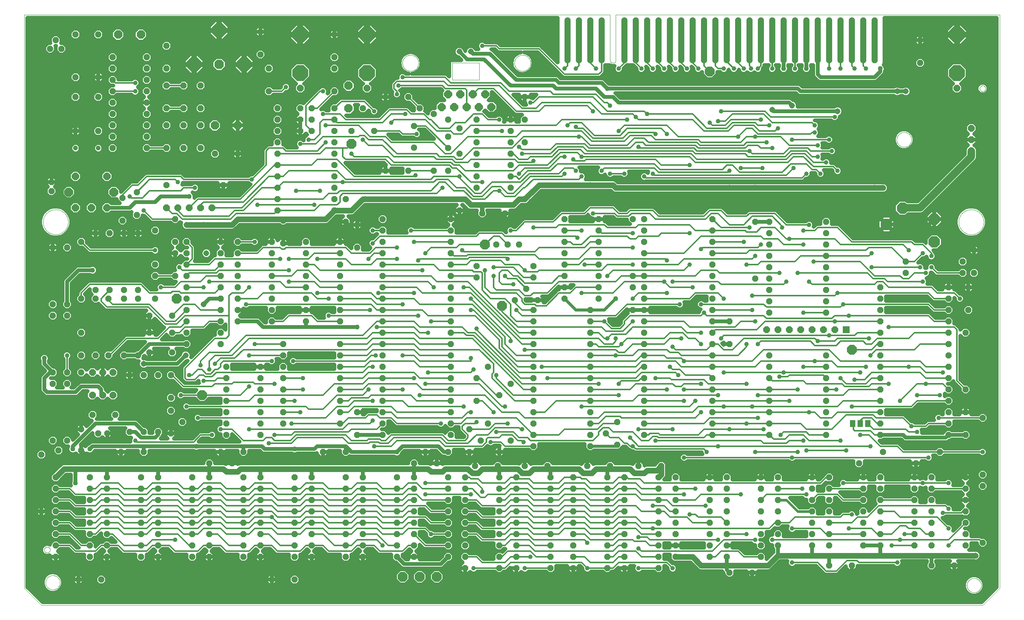
<source format=gtl>
G75*
%MOIN*%
%OFA0B0*%
%FSLAX25Y25*%
%IPPOS*%
%LPD*%
%AMOC8*
5,1,8,0,0,1.08239X$1,22.5*
%
%ADD10C,0.00000*%
%ADD11OC8,0.10000*%
%ADD12OC8,0.05200*%
%ADD13C,0.02000*%
%ADD14OC8,0.07500*%
%ADD15OC8,0.03969*%
%ADD16OC8,0.06000*%
%ADD17OC8,0.06496*%
%ADD18OC8,0.07677*%
%ADD19OC8,0.07050*%
%ADD20C,0.00100*%
%ADD21OC8,0.05937*%
%ADD22R,0.05937X0.05937*%
%ADD23OC8,0.08500*%
%ADD24C,0.04500*%
%ADD25OC8,0.13843*%
%ADD26OC8,0.08250*%
%ADD27OC8,0.12700*%
%ADD28R,0.05118X0.05906*%
%ADD29C,0.03200*%
%ADD30C,0.05150*%
%ADD31C,0.04362*%
%ADD32C,0.01200*%
%ADD33C,0.05000*%
%ADD34C,0.04000*%
%ADD35C,0.02400*%
%ADD36C,0.02800*%
%ADD37C,0.03969*%
%ADD38C,0.06600*%
D10*
X0022600Y0007600D02*
X0007600Y0022600D01*
X0007600Y0527600D01*
X0480100Y0527600D01*
X0522600Y0527600D01*
X0522600Y0487600D01*
X0525100Y0485100D02*
X0525198Y0485102D01*
X0525296Y0485108D01*
X0525394Y0485117D01*
X0525491Y0485131D01*
X0525588Y0485148D01*
X0525684Y0485169D01*
X0525779Y0485194D01*
X0525873Y0485222D01*
X0525965Y0485255D01*
X0526057Y0485290D01*
X0526147Y0485330D01*
X0526235Y0485372D01*
X0526322Y0485419D01*
X0526406Y0485468D01*
X0526489Y0485521D01*
X0526569Y0485577D01*
X0526648Y0485637D01*
X0526724Y0485699D01*
X0526797Y0485764D01*
X0526868Y0485832D01*
X0526936Y0485903D01*
X0527001Y0485976D01*
X0527063Y0486052D01*
X0527123Y0486131D01*
X0527179Y0486211D01*
X0527232Y0486294D01*
X0527281Y0486378D01*
X0527328Y0486465D01*
X0527370Y0486553D01*
X0527410Y0486643D01*
X0527445Y0486735D01*
X0527478Y0486827D01*
X0527506Y0486921D01*
X0527531Y0487016D01*
X0527552Y0487112D01*
X0527569Y0487209D01*
X0527583Y0487306D01*
X0527592Y0487404D01*
X0527598Y0487502D01*
X0527600Y0487600D01*
X0527600Y0527600D01*
X0760100Y0527600D01*
X0865100Y0527600D01*
X0865100Y0022600D01*
X0850100Y0007600D01*
X0022600Y0007600D01*
X0026301Y0027600D02*
X0026303Y0027758D01*
X0026309Y0027916D01*
X0026319Y0028074D01*
X0026333Y0028232D01*
X0026351Y0028389D01*
X0026372Y0028546D01*
X0026398Y0028702D01*
X0026428Y0028858D01*
X0026461Y0029013D01*
X0026499Y0029166D01*
X0026540Y0029319D01*
X0026585Y0029471D01*
X0026634Y0029622D01*
X0026687Y0029771D01*
X0026743Y0029919D01*
X0026803Y0030065D01*
X0026867Y0030210D01*
X0026935Y0030353D01*
X0027006Y0030495D01*
X0027080Y0030635D01*
X0027158Y0030772D01*
X0027240Y0030908D01*
X0027324Y0031042D01*
X0027413Y0031173D01*
X0027504Y0031302D01*
X0027599Y0031429D01*
X0027696Y0031554D01*
X0027797Y0031676D01*
X0027901Y0031795D01*
X0028008Y0031912D01*
X0028118Y0032026D01*
X0028231Y0032137D01*
X0028346Y0032246D01*
X0028464Y0032351D01*
X0028585Y0032453D01*
X0028708Y0032553D01*
X0028834Y0032649D01*
X0028962Y0032742D01*
X0029092Y0032832D01*
X0029225Y0032918D01*
X0029360Y0033002D01*
X0029496Y0033081D01*
X0029635Y0033158D01*
X0029776Y0033230D01*
X0029918Y0033300D01*
X0030062Y0033365D01*
X0030208Y0033427D01*
X0030355Y0033485D01*
X0030504Y0033540D01*
X0030654Y0033591D01*
X0030805Y0033638D01*
X0030957Y0033681D01*
X0031110Y0033720D01*
X0031265Y0033756D01*
X0031420Y0033787D01*
X0031576Y0033815D01*
X0031732Y0033839D01*
X0031889Y0033859D01*
X0032047Y0033875D01*
X0032204Y0033887D01*
X0032363Y0033895D01*
X0032521Y0033899D01*
X0032679Y0033899D01*
X0032837Y0033895D01*
X0032996Y0033887D01*
X0033153Y0033875D01*
X0033311Y0033859D01*
X0033468Y0033839D01*
X0033624Y0033815D01*
X0033780Y0033787D01*
X0033935Y0033756D01*
X0034090Y0033720D01*
X0034243Y0033681D01*
X0034395Y0033638D01*
X0034546Y0033591D01*
X0034696Y0033540D01*
X0034845Y0033485D01*
X0034992Y0033427D01*
X0035138Y0033365D01*
X0035282Y0033300D01*
X0035424Y0033230D01*
X0035565Y0033158D01*
X0035704Y0033081D01*
X0035840Y0033002D01*
X0035975Y0032918D01*
X0036108Y0032832D01*
X0036238Y0032742D01*
X0036366Y0032649D01*
X0036492Y0032553D01*
X0036615Y0032453D01*
X0036736Y0032351D01*
X0036854Y0032246D01*
X0036969Y0032137D01*
X0037082Y0032026D01*
X0037192Y0031912D01*
X0037299Y0031795D01*
X0037403Y0031676D01*
X0037504Y0031554D01*
X0037601Y0031429D01*
X0037696Y0031302D01*
X0037787Y0031173D01*
X0037876Y0031042D01*
X0037960Y0030908D01*
X0038042Y0030772D01*
X0038120Y0030635D01*
X0038194Y0030495D01*
X0038265Y0030353D01*
X0038333Y0030210D01*
X0038397Y0030065D01*
X0038457Y0029919D01*
X0038513Y0029771D01*
X0038566Y0029622D01*
X0038615Y0029471D01*
X0038660Y0029319D01*
X0038701Y0029166D01*
X0038739Y0029013D01*
X0038772Y0028858D01*
X0038802Y0028702D01*
X0038828Y0028546D01*
X0038849Y0028389D01*
X0038867Y0028232D01*
X0038881Y0028074D01*
X0038891Y0027916D01*
X0038897Y0027758D01*
X0038899Y0027600D01*
X0038897Y0027442D01*
X0038891Y0027284D01*
X0038881Y0027126D01*
X0038867Y0026968D01*
X0038849Y0026811D01*
X0038828Y0026654D01*
X0038802Y0026498D01*
X0038772Y0026342D01*
X0038739Y0026187D01*
X0038701Y0026034D01*
X0038660Y0025881D01*
X0038615Y0025729D01*
X0038566Y0025578D01*
X0038513Y0025429D01*
X0038457Y0025281D01*
X0038397Y0025135D01*
X0038333Y0024990D01*
X0038265Y0024847D01*
X0038194Y0024705D01*
X0038120Y0024565D01*
X0038042Y0024428D01*
X0037960Y0024292D01*
X0037876Y0024158D01*
X0037787Y0024027D01*
X0037696Y0023898D01*
X0037601Y0023771D01*
X0037504Y0023646D01*
X0037403Y0023524D01*
X0037299Y0023405D01*
X0037192Y0023288D01*
X0037082Y0023174D01*
X0036969Y0023063D01*
X0036854Y0022954D01*
X0036736Y0022849D01*
X0036615Y0022747D01*
X0036492Y0022647D01*
X0036366Y0022551D01*
X0036238Y0022458D01*
X0036108Y0022368D01*
X0035975Y0022282D01*
X0035840Y0022198D01*
X0035704Y0022119D01*
X0035565Y0022042D01*
X0035424Y0021970D01*
X0035282Y0021900D01*
X0035138Y0021835D01*
X0034992Y0021773D01*
X0034845Y0021715D01*
X0034696Y0021660D01*
X0034546Y0021609D01*
X0034395Y0021562D01*
X0034243Y0021519D01*
X0034090Y0021480D01*
X0033935Y0021444D01*
X0033780Y0021413D01*
X0033624Y0021385D01*
X0033468Y0021361D01*
X0033311Y0021341D01*
X0033153Y0021325D01*
X0032996Y0021313D01*
X0032837Y0021305D01*
X0032679Y0021301D01*
X0032521Y0021301D01*
X0032363Y0021305D01*
X0032204Y0021313D01*
X0032047Y0021325D01*
X0031889Y0021341D01*
X0031732Y0021361D01*
X0031576Y0021385D01*
X0031420Y0021413D01*
X0031265Y0021444D01*
X0031110Y0021480D01*
X0030957Y0021519D01*
X0030805Y0021562D01*
X0030654Y0021609D01*
X0030504Y0021660D01*
X0030355Y0021715D01*
X0030208Y0021773D01*
X0030062Y0021835D01*
X0029918Y0021900D01*
X0029776Y0021970D01*
X0029635Y0022042D01*
X0029496Y0022119D01*
X0029360Y0022198D01*
X0029225Y0022282D01*
X0029092Y0022368D01*
X0028962Y0022458D01*
X0028834Y0022551D01*
X0028708Y0022647D01*
X0028585Y0022747D01*
X0028464Y0022849D01*
X0028346Y0022954D01*
X0028231Y0023063D01*
X0028118Y0023174D01*
X0028008Y0023288D01*
X0027901Y0023405D01*
X0027797Y0023524D01*
X0027696Y0023646D01*
X0027599Y0023771D01*
X0027504Y0023898D01*
X0027413Y0024027D01*
X0027324Y0024158D01*
X0027240Y0024292D01*
X0027158Y0024428D01*
X0027080Y0024565D01*
X0027006Y0024705D01*
X0026935Y0024847D01*
X0026867Y0024990D01*
X0026803Y0025135D01*
X0026743Y0025281D01*
X0026687Y0025429D01*
X0026634Y0025578D01*
X0026585Y0025729D01*
X0026540Y0025881D01*
X0026499Y0026034D01*
X0026461Y0026187D01*
X0026428Y0026342D01*
X0026398Y0026498D01*
X0026372Y0026654D01*
X0026351Y0026811D01*
X0026333Y0026968D01*
X0026319Y0027126D01*
X0026309Y0027284D01*
X0026303Y0027442D01*
X0026301Y0027600D01*
X0025041Y0056350D02*
X0025043Y0056451D01*
X0025049Y0056552D01*
X0025059Y0056653D01*
X0025073Y0056753D01*
X0025091Y0056852D01*
X0025113Y0056951D01*
X0025138Y0057049D01*
X0025168Y0057146D01*
X0025201Y0057241D01*
X0025238Y0057335D01*
X0025279Y0057428D01*
X0025323Y0057519D01*
X0025371Y0057608D01*
X0025423Y0057695D01*
X0025478Y0057780D01*
X0025536Y0057862D01*
X0025597Y0057943D01*
X0025662Y0058021D01*
X0025729Y0058096D01*
X0025799Y0058168D01*
X0025873Y0058238D01*
X0025949Y0058305D01*
X0026027Y0058369D01*
X0026108Y0058429D01*
X0026191Y0058486D01*
X0026277Y0058540D01*
X0026365Y0058591D01*
X0026454Y0058638D01*
X0026545Y0058682D01*
X0026638Y0058721D01*
X0026733Y0058758D01*
X0026828Y0058790D01*
X0026925Y0058819D01*
X0027024Y0058843D01*
X0027122Y0058864D01*
X0027222Y0058881D01*
X0027322Y0058894D01*
X0027423Y0058903D01*
X0027524Y0058908D01*
X0027625Y0058909D01*
X0027726Y0058906D01*
X0027827Y0058899D01*
X0027928Y0058888D01*
X0028028Y0058873D01*
X0028127Y0058854D01*
X0028226Y0058831D01*
X0028323Y0058805D01*
X0028420Y0058774D01*
X0028515Y0058740D01*
X0028608Y0058702D01*
X0028701Y0058660D01*
X0028791Y0058615D01*
X0028880Y0058566D01*
X0028966Y0058514D01*
X0029050Y0058458D01*
X0029133Y0058399D01*
X0029212Y0058337D01*
X0029290Y0058272D01*
X0029364Y0058204D01*
X0029436Y0058132D01*
X0029505Y0058059D01*
X0029571Y0057982D01*
X0029634Y0057903D01*
X0029694Y0057821D01*
X0029750Y0057737D01*
X0029803Y0057651D01*
X0029853Y0057563D01*
X0029899Y0057473D01*
X0029942Y0057382D01*
X0029981Y0057288D01*
X0030016Y0057193D01*
X0030047Y0057097D01*
X0030075Y0057000D01*
X0030099Y0056902D01*
X0030119Y0056803D01*
X0030135Y0056703D01*
X0030147Y0056602D01*
X0030155Y0056502D01*
X0030159Y0056401D01*
X0030159Y0056299D01*
X0030155Y0056198D01*
X0030147Y0056098D01*
X0030135Y0055997D01*
X0030119Y0055897D01*
X0030099Y0055798D01*
X0030075Y0055700D01*
X0030047Y0055603D01*
X0030016Y0055507D01*
X0029981Y0055412D01*
X0029942Y0055318D01*
X0029899Y0055227D01*
X0029853Y0055137D01*
X0029803Y0055049D01*
X0029750Y0054963D01*
X0029694Y0054879D01*
X0029634Y0054797D01*
X0029571Y0054718D01*
X0029505Y0054641D01*
X0029436Y0054568D01*
X0029364Y0054496D01*
X0029290Y0054428D01*
X0029212Y0054363D01*
X0029133Y0054301D01*
X0029050Y0054242D01*
X0028966Y0054186D01*
X0028879Y0054134D01*
X0028791Y0054085D01*
X0028701Y0054040D01*
X0028608Y0053998D01*
X0028515Y0053960D01*
X0028420Y0053926D01*
X0028323Y0053895D01*
X0028226Y0053869D01*
X0028127Y0053846D01*
X0028028Y0053827D01*
X0027928Y0053812D01*
X0027827Y0053801D01*
X0027726Y0053794D01*
X0027625Y0053791D01*
X0027524Y0053792D01*
X0027423Y0053797D01*
X0027322Y0053806D01*
X0027222Y0053819D01*
X0027122Y0053836D01*
X0027024Y0053857D01*
X0026925Y0053881D01*
X0026828Y0053910D01*
X0026733Y0053942D01*
X0026638Y0053979D01*
X0026545Y0054018D01*
X0026454Y0054062D01*
X0026365Y0054109D01*
X0026277Y0054160D01*
X0026191Y0054214D01*
X0026108Y0054271D01*
X0026027Y0054331D01*
X0025949Y0054395D01*
X0025873Y0054462D01*
X0025799Y0054532D01*
X0025729Y0054604D01*
X0025662Y0054679D01*
X0025597Y0054757D01*
X0025536Y0054838D01*
X0025478Y0054920D01*
X0025423Y0055005D01*
X0025371Y0055092D01*
X0025323Y0055181D01*
X0025279Y0055272D01*
X0025238Y0055365D01*
X0025201Y0055459D01*
X0025168Y0055554D01*
X0025138Y0055651D01*
X0025113Y0055749D01*
X0025091Y0055848D01*
X0025073Y0055947D01*
X0025059Y0056047D01*
X0025049Y0056148D01*
X0025043Y0056249D01*
X0025041Y0056350D01*
X0024100Y0345100D02*
X0024103Y0345370D01*
X0024113Y0345640D01*
X0024130Y0345909D01*
X0024153Y0346178D01*
X0024183Y0346447D01*
X0024219Y0346714D01*
X0024262Y0346981D01*
X0024311Y0347246D01*
X0024367Y0347510D01*
X0024430Y0347773D01*
X0024498Y0348034D01*
X0024574Y0348293D01*
X0024655Y0348550D01*
X0024743Y0348806D01*
X0024837Y0349059D01*
X0024937Y0349310D01*
X0025044Y0349558D01*
X0025156Y0349803D01*
X0025275Y0350046D01*
X0025399Y0350285D01*
X0025529Y0350522D01*
X0025665Y0350755D01*
X0025807Y0350985D01*
X0025954Y0351211D01*
X0026107Y0351434D01*
X0026265Y0351653D01*
X0026428Y0351868D01*
X0026597Y0352078D01*
X0026771Y0352285D01*
X0026950Y0352487D01*
X0027133Y0352685D01*
X0027322Y0352878D01*
X0027515Y0353067D01*
X0027713Y0353250D01*
X0027915Y0353429D01*
X0028122Y0353603D01*
X0028332Y0353772D01*
X0028547Y0353935D01*
X0028766Y0354093D01*
X0028989Y0354246D01*
X0029215Y0354393D01*
X0029445Y0354535D01*
X0029678Y0354671D01*
X0029915Y0354801D01*
X0030154Y0354925D01*
X0030397Y0355044D01*
X0030642Y0355156D01*
X0030890Y0355263D01*
X0031141Y0355363D01*
X0031394Y0355457D01*
X0031650Y0355545D01*
X0031907Y0355626D01*
X0032166Y0355702D01*
X0032427Y0355770D01*
X0032690Y0355833D01*
X0032954Y0355889D01*
X0033219Y0355938D01*
X0033486Y0355981D01*
X0033753Y0356017D01*
X0034022Y0356047D01*
X0034291Y0356070D01*
X0034560Y0356087D01*
X0034830Y0356097D01*
X0035100Y0356100D01*
X0035370Y0356097D01*
X0035640Y0356087D01*
X0035909Y0356070D01*
X0036178Y0356047D01*
X0036447Y0356017D01*
X0036714Y0355981D01*
X0036981Y0355938D01*
X0037246Y0355889D01*
X0037510Y0355833D01*
X0037773Y0355770D01*
X0038034Y0355702D01*
X0038293Y0355626D01*
X0038550Y0355545D01*
X0038806Y0355457D01*
X0039059Y0355363D01*
X0039310Y0355263D01*
X0039558Y0355156D01*
X0039803Y0355044D01*
X0040046Y0354925D01*
X0040285Y0354801D01*
X0040522Y0354671D01*
X0040755Y0354535D01*
X0040985Y0354393D01*
X0041211Y0354246D01*
X0041434Y0354093D01*
X0041653Y0353935D01*
X0041868Y0353772D01*
X0042078Y0353603D01*
X0042285Y0353429D01*
X0042487Y0353250D01*
X0042685Y0353067D01*
X0042878Y0352878D01*
X0043067Y0352685D01*
X0043250Y0352487D01*
X0043429Y0352285D01*
X0043603Y0352078D01*
X0043772Y0351868D01*
X0043935Y0351653D01*
X0044093Y0351434D01*
X0044246Y0351211D01*
X0044393Y0350985D01*
X0044535Y0350755D01*
X0044671Y0350522D01*
X0044801Y0350285D01*
X0044925Y0350046D01*
X0045044Y0349803D01*
X0045156Y0349558D01*
X0045263Y0349310D01*
X0045363Y0349059D01*
X0045457Y0348806D01*
X0045545Y0348550D01*
X0045626Y0348293D01*
X0045702Y0348034D01*
X0045770Y0347773D01*
X0045833Y0347510D01*
X0045889Y0347246D01*
X0045938Y0346981D01*
X0045981Y0346714D01*
X0046017Y0346447D01*
X0046047Y0346178D01*
X0046070Y0345909D01*
X0046087Y0345640D01*
X0046097Y0345370D01*
X0046100Y0345100D01*
X0046097Y0344830D01*
X0046087Y0344560D01*
X0046070Y0344291D01*
X0046047Y0344022D01*
X0046017Y0343753D01*
X0045981Y0343486D01*
X0045938Y0343219D01*
X0045889Y0342954D01*
X0045833Y0342690D01*
X0045770Y0342427D01*
X0045702Y0342166D01*
X0045626Y0341907D01*
X0045545Y0341650D01*
X0045457Y0341394D01*
X0045363Y0341141D01*
X0045263Y0340890D01*
X0045156Y0340642D01*
X0045044Y0340397D01*
X0044925Y0340154D01*
X0044801Y0339915D01*
X0044671Y0339678D01*
X0044535Y0339445D01*
X0044393Y0339215D01*
X0044246Y0338989D01*
X0044093Y0338766D01*
X0043935Y0338547D01*
X0043772Y0338332D01*
X0043603Y0338122D01*
X0043429Y0337915D01*
X0043250Y0337713D01*
X0043067Y0337515D01*
X0042878Y0337322D01*
X0042685Y0337133D01*
X0042487Y0336950D01*
X0042285Y0336771D01*
X0042078Y0336597D01*
X0041868Y0336428D01*
X0041653Y0336265D01*
X0041434Y0336107D01*
X0041211Y0335954D01*
X0040985Y0335807D01*
X0040755Y0335665D01*
X0040522Y0335529D01*
X0040285Y0335399D01*
X0040046Y0335275D01*
X0039803Y0335156D01*
X0039558Y0335044D01*
X0039310Y0334937D01*
X0039059Y0334837D01*
X0038806Y0334743D01*
X0038550Y0334655D01*
X0038293Y0334574D01*
X0038034Y0334498D01*
X0037773Y0334430D01*
X0037510Y0334367D01*
X0037246Y0334311D01*
X0036981Y0334262D01*
X0036714Y0334219D01*
X0036447Y0334183D01*
X0036178Y0334153D01*
X0035909Y0334130D01*
X0035640Y0334113D01*
X0035370Y0334103D01*
X0035100Y0334100D01*
X0034830Y0334103D01*
X0034560Y0334113D01*
X0034291Y0334130D01*
X0034022Y0334153D01*
X0033753Y0334183D01*
X0033486Y0334219D01*
X0033219Y0334262D01*
X0032954Y0334311D01*
X0032690Y0334367D01*
X0032427Y0334430D01*
X0032166Y0334498D01*
X0031907Y0334574D01*
X0031650Y0334655D01*
X0031394Y0334743D01*
X0031141Y0334837D01*
X0030890Y0334937D01*
X0030642Y0335044D01*
X0030397Y0335156D01*
X0030154Y0335275D01*
X0029915Y0335399D01*
X0029678Y0335529D01*
X0029445Y0335665D01*
X0029215Y0335807D01*
X0028989Y0335954D01*
X0028766Y0336107D01*
X0028547Y0336265D01*
X0028332Y0336428D01*
X0028122Y0336597D01*
X0027915Y0336771D01*
X0027713Y0336950D01*
X0027515Y0337133D01*
X0027322Y0337322D01*
X0027133Y0337515D01*
X0026950Y0337713D01*
X0026771Y0337915D01*
X0026597Y0338122D01*
X0026428Y0338332D01*
X0026265Y0338547D01*
X0026107Y0338766D01*
X0025954Y0338989D01*
X0025807Y0339215D01*
X0025665Y0339445D01*
X0025529Y0339678D01*
X0025399Y0339915D01*
X0025275Y0340154D01*
X0025156Y0340397D01*
X0025044Y0340642D01*
X0024937Y0340890D01*
X0024837Y0341141D01*
X0024743Y0341394D01*
X0024655Y0341650D01*
X0024574Y0341907D01*
X0024498Y0342166D01*
X0024430Y0342427D01*
X0024367Y0342690D01*
X0024311Y0342954D01*
X0024262Y0343219D01*
X0024219Y0343486D01*
X0024183Y0343753D01*
X0024153Y0344022D01*
X0024130Y0344291D01*
X0024113Y0344560D01*
X0024103Y0344830D01*
X0024100Y0345100D01*
X0383850Y0470100D02*
X0383850Y0485100D01*
X0407600Y0485100D01*
X0407600Y0470100D01*
X0383850Y0470100D01*
X0522600Y0487600D02*
X0522602Y0487502D01*
X0522608Y0487404D01*
X0522617Y0487306D01*
X0522631Y0487209D01*
X0522648Y0487112D01*
X0522669Y0487016D01*
X0522694Y0486921D01*
X0522722Y0486827D01*
X0522755Y0486735D01*
X0522790Y0486643D01*
X0522830Y0486553D01*
X0522872Y0486465D01*
X0522919Y0486378D01*
X0522968Y0486294D01*
X0523021Y0486211D01*
X0523077Y0486131D01*
X0523137Y0486052D01*
X0523199Y0485976D01*
X0523264Y0485903D01*
X0523332Y0485832D01*
X0523403Y0485764D01*
X0523476Y0485699D01*
X0523552Y0485637D01*
X0523631Y0485577D01*
X0523711Y0485521D01*
X0523794Y0485468D01*
X0523878Y0485419D01*
X0523965Y0485372D01*
X0524053Y0485330D01*
X0524143Y0485290D01*
X0524235Y0485255D01*
X0524327Y0485222D01*
X0524421Y0485194D01*
X0524516Y0485169D01*
X0524612Y0485148D01*
X0524709Y0485131D01*
X0524806Y0485117D01*
X0524904Y0485108D01*
X0525002Y0485102D01*
X0525100Y0485100D01*
X0774600Y0417600D02*
X0774602Y0417761D01*
X0774608Y0417921D01*
X0774618Y0418082D01*
X0774632Y0418242D01*
X0774650Y0418402D01*
X0774671Y0418561D01*
X0774697Y0418720D01*
X0774727Y0418878D01*
X0774760Y0419035D01*
X0774798Y0419192D01*
X0774839Y0419347D01*
X0774884Y0419501D01*
X0774933Y0419654D01*
X0774986Y0419806D01*
X0775042Y0419957D01*
X0775103Y0420106D01*
X0775166Y0420254D01*
X0775234Y0420400D01*
X0775305Y0420544D01*
X0775379Y0420686D01*
X0775457Y0420827D01*
X0775539Y0420965D01*
X0775624Y0421102D01*
X0775712Y0421236D01*
X0775804Y0421368D01*
X0775899Y0421498D01*
X0775997Y0421626D01*
X0776098Y0421751D01*
X0776202Y0421873D01*
X0776309Y0421993D01*
X0776419Y0422110D01*
X0776532Y0422225D01*
X0776648Y0422336D01*
X0776767Y0422445D01*
X0776888Y0422550D01*
X0777012Y0422653D01*
X0777138Y0422753D01*
X0777266Y0422849D01*
X0777397Y0422942D01*
X0777531Y0423032D01*
X0777666Y0423119D01*
X0777804Y0423202D01*
X0777943Y0423282D01*
X0778085Y0423358D01*
X0778228Y0423431D01*
X0778373Y0423500D01*
X0778520Y0423566D01*
X0778668Y0423628D01*
X0778818Y0423686D01*
X0778969Y0423741D01*
X0779122Y0423792D01*
X0779276Y0423839D01*
X0779431Y0423882D01*
X0779587Y0423921D01*
X0779743Y0423957D01*
X0779901Y0423988D01*
X0780059Y0424016D01*
X0780218Y0424040D01*
X0780378Y0424060D01*
X0780538Y0424076D01*
X0780698Y0424088D01*
X0780859Y0424096D01*
X0781020Y0424100D01*
X0781180Y0424100D01*
X0781341Y0424096D01*
X0781502Y0424088D01*
X0781662Y0424076D01*
X0781822Y0424060D01*
X0781982Y0424040D01*
X0782141Y0424016D01*
X0782299Y0423988D01*
X0782457Y0423957D01*
X0782613Y0423921D01*
X0782769Y0423882D01*
X0782924Y0423839D01*
X0783078Y0423792D01*
X0783231Y0423741D01*
X0783382Y0423686D01*
X0783532Y0423628D01*
X0783680Y0423566D01*
X0783827Y0423500D01*
X0783972Y0423431D01*
X0784115Y0423358D01*
X0784257Y0423282D01*
X0784396Y0423202D01*
X0784534Y0423119D01*
X0784669Y0423032D01*
X0784803Y0422942D01*
X0784934Y0422849D01*
X0785062Y0422753D01*
X0785188Y0422653D01*
X0785312Y0422550D01*
X0785433Y0422445D01*
X0785552Y0422336D01*
X0785668Y0422225D01*
X0785781Y0422110D01*
X0785891Y0421993D01*
X0785998Y0421873D01*
X0786102Y0421751D01*
X0786203Y0421626D01*
X0786301Y0421498D01*
X0786396Y0421368D01*
X0786488Y0421236D01*
X0786576Y0421102D01*
X0786661Y0420965D01*
X0786743Y0420827D01*
X0786821Y0420686D01*
X0786895Y0420544D01*
X0786966Y0420400D01*
X0787034Y0420254D01*
X0787097Y0420106D01*
X0787158Y0419957D01*
X0787214Y0419806D01*
X0787267Y0419654D01*
X0787316Y0419501D01*
X0787361Y0419347D01*
X0787402Y0419192D01*
X0787440Y0419035D01*
X0787473Y0418878D01*
X0787503Y0418720D01*
X0787529Y0418561D01*
X0787550Y0418402D01*
X0787568Y0418242D01*
X0787582Y0418082D01*
X0787592Y0417921D01*
X0787598Y0417761D01*
X0787600Y0417600D01*
X0787598Y0417439D01*
X0787592Y0417279D01*
X0787582Y0417118D01*
X0787568Y0416958D01*
X0787550Y0416798D01*
X0787529Y0416639D01*
X0787503Y0416480D01*
X0787473Y0416322D01*
X0787440Y0416165D01*
X0787402Y0416008D01*
X0787361Y0415853D01*
X0787316Y0415699D01*
X0787267Y0415546D01*
X0787214Y0415394D01*
X0787158Y0415243D01*
X0787097Y0415094D01*
X0787034Y0414946D01*
X0786966Y0414800D01*
X0786895Y0414656D01*
X0786821Y0414514D01*
X0786743Y0414373D01*
X0786661Y0414235D01*
X0786576Y0414098D01*
X0786488Y0413964D01*
X0786396Y0413832D01*
X0786301Y0413702D01*
X0786203Y0413574D01*
X0786102Y0413449D01*
X0785998Y0413327D01*
X0785891Y0413207D01*
X0785781Y0413090D01*
X0785668Y0412975D01*
X0785552Y0412864D01*
X0785433Y0412755D01*
X0785312Y0412650D01*
X0785188Y0412547D01*
X0785062Y0412447D01*
X0784934Y0412351D01*
X0784803Y0412258D01*
X0784669Y0412168D01*
X0784534Y0412081D01*
X0784396Y0411998D01*
X0784257Y0411918D01*
X0784115Y0411842D01*
X0783972Y0411769D01*
X0783827Y0411700D01*
X0783680Y0411634D01*
X0783532Y0411572D01*
X0783382Y0411514D01*
X0783231Y0411459D01*
X0783078Y0411408D01*
X0782924Y0411361D01*
X0782769Y0411318D01*
X0782613Y0411279D01*
X0782457Y0411243D01*
X0782299Y0411212D01*
X0782141Y0411184D01*
X0781982Y0411160D01*
X0781822Y0411140D01*
X0781662Y0411124D01*
X0781502Y0411112D01*
X0781341Y0411104D01*
X0781180Y0411100D01*
X0781020Y0411100D01*
X0780859Y0411104D01*
X0780698Y0411112D01*
X0780538Y0411124D01*
X0780378Y0411140D01*
X0780218Y0411160D01*
X0780059Y0411184D01*
X0779901Y0411212D01*
X0779743Y0411243D01*
X0779587Y0411279D01*
X0779431Y0411318D01*
X0779276Y0411361D01*
X0779122Y0411408D01*
X0778969Y0411459D01*
X0778818Y0411514D01*
X0778668Y0411572D01*
X0778520Y0411634D01*
X0778373Y0411700D01*
X0778228Y0411769D01*
X0778085Y0411842D01*
X0777943Y0411918D01*
X0777804Y0411998D01*
X0777666Y0412081D01*
X0777531Y0412168D01*
X0777397Y0412258D01*
X0777266Y0412351D01*
X0777138Y0412447D01*
X0777012Y0412547D01*
X0776888Y0412650D01*
X0776767Y0412755D01*
X0776648Y0412864D01*
X0776532Y0412975D01*
X0776419Y0413090D01*
X0776309Y0413207D01*
X0776202Y0413327D01*
X0776098Y0413449D01*
X0775997Y0413574D01*
X0775899Y0413702D01*
X0775804Y0413832D01*
X0775712Y0413964D01*
X0775624Y0414098D01*
X0775539Y0414235D01*
X0775457Y0414373D01*
X0775379Y0414514D01*
X0775305Y0414656D01*
X0775234Y0414800D01*
X0775166Y0414946D01*
X0775103Y0415094D01*
X0775042Y0415243D01*
X0774986Y0415394D01*
X0774933Y0415546D01*
X0774884Y0415699D01*
X0774839Y0415853D01*
X0774798Y0416008D01*
X0774760Y0416165D01*
X0774727Y0416322D01*
X0774697Y0416480D01*
X0774671Y0416639D01*
X0774650Y0416798D01*
X0774632Y0416958D01*
X0774618Y0417118D01*
X0774608Y0417279D01*
X0774602Y0417439D01*
X0774600Y0417600D01*
X0847541Y0462600D02*
X0847543Y0462701D01*
X0847549Y0462802D01*
X0847559Y0462903D01*
X0847573Y0463003D01*
X0847591Y0463102D01*
X0847613Y0463201D01*
X0847638Y0463299D01*
X0847668Y0463396D01*
X0847701Y0463491D01*
X0847738Y0463585D01*
X0847779Y0463678D01*
X0847823Y0463769D01*
X0847871Y0463858D01*
X0847923Y0463945D01*
X0847978Y0464030D01*
X0848036Y0464112D01*
X0848097Y0464193D01*
X0848162Y0464271D01*
X0848229Y0464346D01*
X0848299Y0464418D01*
X0848373Y0464488D01*
X0848449Y0464555D01*
X0848527Y0464619D01*
X0848608Y0464679D01*
X0848691Y0464736D01*
X0848777Y0464790D01*
X0848865Y0464841D01*
X0848954Y0464888D01*
X0849045Y0464932D01*
X0849138Y0464971D01*
X0849233Y0465008D01*
X0849328Y0465040D01*
X0849425Y0465069D01*
X0849524Y0465093D01*
X0849622Y0465114D01*
X0849722Y0465131D01*
X0849822Y0465144D01*
X0849923Y0465153D01*
X0850024Y0465158D01*
X0850125Y0465159D01*
X0850226Y0465156D01*
X0850327Y0465149D01*
X0850428Y0465138D01*
X0850528Y0465123D01*
X0850627Y0465104D01*
X0850726Y0465081D01*
X0850823Y0465055D01*
X0850920Y0465024D01*
X0851015Y0464990D01*
X0851108Y0464952D01*
X0851201Y0464910D01*
X0851291Y0464865D01*
X0851380Y0464816D01*
X0851466Y0464764D01*
X0851550Y0464708D01*
X0851633Y0464649D01*
X0851712Y0464587D01*
X0851790Y0464522D01*
X0851864Y0464454D01*
X0851936Y0464382D01*
X0852005Y0464309D01*
X0852071Y0464232D01*
X0852134Y0464153D01*
X0852194Y0464071D01*
X0852250Y0463987D01*
X0852303Y0463901D01*
X0852353Y0463813D01*
X0852399Y0463723D01*
X0852442Y0463632D01*
X0852481Y0463538D01*
X0852516Y0463443D01*
X0852547Y0463347D01*
X0852575Y0463250D01*
X0852599Y0463152D01*
X0852619Y0463053D01*
X0852635Y0462953D01*
X0852647Y0462852D01*
X0852655Y0462752D01*
X0852659Y0462651D01*
X0852659Y0462549D01*
X0852655Y0462448D01*
X0852647Y0462348D01*
X0852635Y0462247D01*
X0852619Y0462147D01*
X0852599Y0462048D01*
X0852575Y0461950D01*
X0852547Y0461853D01*
X0852516Y0461757D01*
X0852481Y0461662D01*
X0852442Y0461568D01*
X0852399Y0461477D01*
X0852353Y0461387D01*
X0852303Y0461299D01*
X0852250Y0461213D01*
X0852194Y0461129D01*
X0852134Y0461047D01*
X0852071Y0460968D01*
X0852005Y0460891D01*
X0851936Y0460818D01*
X0851864Y0460746D01*
X0851790Y0460678D01*
X0851712Y0460613D01*
X0851633Y0460551D01*
X0851550Y0460492D01*
X0851466Y0460436D01*
X0851379Y0460384D01*
X0851291Y0460335D01*
X0851201Y0460290D01*
X0851108Y0460248D01*
X0851015Y0460210D01*
X0850920Y0460176D01*
X0850823Y0460145D01*
X0850726Y0460119D01*
X0850627Y0460096D01*
X0850528Y0460077D01*
X0850428Y0460062D01*
X0850327Y0460051D01*
X0850226Y0460044D01*
X0850125Y0460041D01*
X0850024Y0460042D01*
X0849923Y0460047D01*
X0849822Y0460056D01*
X0849722Y0460069D01*
X0849622Y0460086D01*
X0849524Y0460107D01*
X0849425Y0460131D01*
X0849328Y0460160D01*
X0849233Y0460192D01*
X0849138Y0460229D01*
X0849045Y0460268D01*
X0848954Y0460312D01*
X0848865Y0460359D01*
X0848777Y0460410D01*
X0848691Y0460464D01*
X0848608Y0460521D01*
X0848527Y0460581D01*
X0848449Y0460645D01*
X0848373Y0460712D01*
X0848299Y0460782D01*
X0848229Y0460854D01*
X0848162Y0460929D01*
X0848097Y0461007D01*
X0848036Y0461088D01*
X0847978Y0461170D01*
X0847923Y0461255D01*
X0847871Y0461342D01*
X0847823Y0461431D01*
X0847779Y0461522D01*
X0847738Y0461615D01*
X0847701Y0461709D01*
X0847668Y0461804D01*
X0847638Y0461901D01*
X0847613Y0461999D01*
X0847591Y0462098D01*
X0847573Y0462197D01*
X0847559Y0462297D01*
X0847549Y0462398D01*
X0847543Y0462499D01*
X0847541Y0462600D01*
X0829100Y0345100D02*
X0829103Y0345370D01*
X0829113Y0345640D01*
X0829130Y0345909D01*
X0829153Y0346178D01*
X0829183Y0346447D01*
X0829219Y0346714D01*
X0829262Y0346981D01*
X0829311Y0347246D01*
X0829367Y0347510D01*
X0829430Y0347773D01*
X0829498Y0348034D01*
X0829574Y0348293D01*
X0829655Y0348550D01*
X0829743Y0348806D01*
X0829837Y0349059D01*
X0829937Y0349310D01*
X0830044Y0349558D01*
X0830156Y0349803D01*
X0830275Y0350046D01*
X0830399Y0350285D01*
X0830529Y0350522D01*
X0830665Y0350755D01*
X0830807Y0350985D01*
X0830954Y0351211D01*
X0831107Y0351434D01*
X0831265Y0351653D01*
X0831428Y0351868D01*
X0831597Y0352078D01*
X0831771Y0352285D01*
X0831950Y0352487D01*
X0832133Y0352685D01*
X0832322Y0352878D01*
X0832515Y0353067D01*
X0832713Y0353250D01*
X0832915Y0353429D01*
X0833122Y0353603D01*
X0833332Y0353772D01*
X0833547Y0353935D01*
X0833766Y0354093D01*
X0833989Y0354246D01*
X0834215Y0354393D01*
X0834445Y0354535D01*
X0834678Y0354671D01*
X0834915Y0354801D01*
X0835154Y0354925D01*
X0835397Y0355044D01*
X0835642Y0355156D01*
X0835890Y0355263D01*
X0836141Y0355363D01*
X0836394Y0355457D01*
X0836650Y0355545D01*
X0836907Y0355626D01*
X0837166Y0355702D01*
X0837427Y0355770D01*
X0837690Y0355833D01*
X0837954Y0355889D01*
X0838219Y0355938D01*
X0838486Y0355981D01*
X0838753Y0356017D01*
X0839022Y0356047D01*
X0839291Y0356070D01*
X0839560Y0356087D01*
X0839830Y0356097D01*
X0840100Y0356100D01*
X0840370Y0356097D01*
X0840640Y0356087D01*
X0840909Y0356070D01*
X0841178Y0356047D01*
X0841447Y0356017D01*
X0841714Y0355981D01*
X0841981Y0355938D01*
X0842246Y0355889D01*
X0842510Y0355833D01*
X0842773Y0355770D01*
X0843034Y0355702D01*
X0843293Y0355626D01*
X0843550Y0355545D01*
X0843806Y0355457D01*
X0844059Y0355363D01*
X0844310Y0355263D01*
X0844558Y0355156D01*
X0844803Y0355044D01*
X0845046Y0354925D01*
X0845285Y0354801D01*
X0845522Y0354671D01*
X0845755Y0354535D01*
X0845985Y0354393D01*
X0846211Y0354246D01*
X0846434Y0354093D01*
X0846653Y0353935D01*
X0846868Y0353772D01*
X0847078Y0353603D01*
X0847285Y0353429D01*
X0847487Y0353250D01*
X0847685Y0353067D01*
X0847878Y0352878D01*
X0848067Y0352685D01*
X0848250Y0352487D01*
X0848429Y0352285D01*
X0848603Y0352078D01*
X0848772Y0351868D01*
X0848935Y0351653D01*
X0849093Y0351434D01*
X0849246Y0351211D01*
X0849393Y0350985D01*
X0849535Y0350755D01*
X0849671Y0350522D01*
X0849801Y0350285D01*
X0849925Y0350046D01*
X0850044Y0349803D01*
X0850156Y0349558D01*
X0850263Y0349310D01*
X0850363Y0349059D01*
X0850457Y0348806D01*
X0850545Y0348550D01*
X0850626Y0348293D01*
X0850702Y0348034D01*
X0850770Y0347773D01*
X0850833Y0347510D01*
X0850889Y0347246D01*
X0850938Y0346981D01*
X0850981Y0346714D01*
X0851017Y0346447D01*
X0851047Y0346178D01*
X0851070Y0345909D01*
X0851087Y0345640D01*
X0851097Y0345370D01*
X0851100Y0345100D01*
X0851097Y0344830D01*
X0851087Y0344560D01*
X0851070Y0344291D01*
X0851047Y0344022D01*
X0851017Y0343753D01*
X0850981Y0343486D01*
X0850938Y0343219D01*
X0850889Y0342954D01*
X0850833Y0342690D01*
X0850770Y0342427D01*
X0850702Y0342166D01*
X0850626Y0341907D01*
X0850545Y0341650D01*
X0850457Y0341394D01*
X0850363Y0341141D01*
X0850263Y0340890D01*
X0850156Y0340642D01*
X0850044Y0340397D01*
X0849925Y0340154D01*
X0849801Y0339915D01*
X0849671Y0339678D01*
X0849535Y0339445D01*
X0849393Y0339215D01*
X0849246Y0338989D01*
X0849093Y0338766D01*
X0848935Y0338547D01*
X0848772Y0338332D01*
X0848603Y0338122D01*
X0848429Y0337915D01*
X0848250Y0337713D01*
X0848067Y0337515D01*
X0847878Y0337322D01*
X0847685Y0337133D01*
X0847487Y0336950D01*
X0847285Y0336771D01*
X0847078Y0336597D01*
X0846868Y0336428D01*
X0846653Y0336265D01*
X0846434Y0336107D01*
X0846211Y0335954D01*
X0845985Y0335807D01*
X0845755Y0335665D01*
X0845522Y0335529D01*
X0845285Y0335399D01*
X0845046Y0335275D01*
X0844803Y0335156D01*
X0844558Y0335044D01*
X0844310Y0334937D01*
X0844059Y0334837D01*
X0843806Y0334743D01*
X0843550Y0334655D01*
X0843293Y0334574D01*
X0843034Y0334498D01*
X0842773Y0334430D01*
X0842510Y0334367D01*
X0842246Y0334311D01*
X0841981Y0334262D01*
X0841714Y0334219D01*
X0841447Y0334183D01*
X0841178Y0334153D01*
X0840909Y0334130D01*
X0840640Y0334113D01*
X0840370Y0334103D01*
X0840100Y0334100D01*
X0839830Y0334103D01*
X0839560Y0334113D01*
X0839291Y0334130D01*
X0839022Y0334153D01*
X0838753Y0334183D01*
X0838486Y0334219D01*
X0838219Y0334262D01*
X0837954Y0334311D01*
X0837690Y0334367D01*
X0837427Y0334430D01*
X0837166Y0334498D01*
X0836907Y0334574D01*
X0836650Y0334655D01*
X0836394Y0334743D01*
X0836141Y0334837D01*
X0835890Y0334937D01*
X0835642Y0335044D01*
X0835397Y0335156D01*
X0835154Y0335275D01*
X0834915Y0335399D01*
X0834678Y0335529D01*
X0834445Y0335665D01*
X0834215Y0335807D01*
X0833989Y0335954D01*
X0833766Y0336107D01*
X0833547Y0336265D01*
X0833332Y0336428D01*
X0833122Y0336597D01*
X0832915Y0336771D01*
X0832713Y0336950D01*
X0832515Y0337133D01*
X0832322Y0337322D01*
X0832133Y0337515D01*
X0831950Y0337713D01*
X0831771Y0337915D01*
X0831597Y0338122D01*
X0831428Y0338332D01*
X0831265Y0338547D01*
X0831107Y0338766D01*
X0830954Y0338989D01*
X0830807Y0339215D01*
X0830665Y0339445D01*
X0830529Y0339678D01*
X0830399Y0339915D01*
X0830275Y0340154D01*
X0830156Y0340397D01*
X0830044Y0340642D01*
X0829937Y0340890D01*
X0829837Y0341141D01*
X0829743Y0341394D01*
X0829655Y0341650D01*
X0829574Y0341907D01*
X0829498Y0342166D01*
X0829430Y0342427D01*
X0829367Y0342690D01*
X0829311Y0342954D01*
X0829262Y0343219D01*
X0829219Y0343486D01*
X0829183Y0343753D01*
X0829153Y0344022D01*
X0829130Y0344291D01*
X0829113Y0344560D01*
X0829103Y0344830D01*
X0829100Y0345100D01*
X0836301Y0025100D02*
X0836303Y0025258D01*
X0836309Y0025416D01*
X0836319Y0025574D01*
X0836333Y0025732D01*
X0836351Y0025889D01*
X0836372Y0026046D01*
X0836398Y0026202D01*
X0836428Y0026358D01*
X0836461Y0026513D01*
X0836499Y0026666D01*
X0836540Y0026819D01*
X0836585Y0026971D01*
X0836634Y0027122D01*
X0836687Y0027271D01*
X0836743Y0027419D01*
X0836803Y0027565D01*
X0836867Y0027710D01*
X0836935Y0027853D01*
X0837006Y0027995D01*
X0837080Y0028135D01*
X0837158Y0028272D01*
X0837240Y0028408D01*
X0837324Y0028542D01*
X0837413Y0028673D01*
X0837504Y0028802D01*
X0837599Y0028929D01*
X0837696Y0029054D01*
X0837797Y0029176D01*
X0837901Y0029295D01*
X0838008Y0029412D01*
X0838118Y0029526D01*
X0838231Y0029637D01*
X0838346Y0029746D01*
X0838464Y0029851D01*
X0838585Y0029953D01*
X0838708Y0030053D01*
X0838834Y0030149D01*
X0838962Y0030242D01*
X0839092Y0030332D01*
X0839225Y0030418D01*
X0839360Y0030502D01*
X0839496Y0030581D01*
X0839635Y0030658D01*
X0839776Y0030730D01*
X0839918Y0030800D01*
X0840062Y0030865D01*
X0840208Y0030927D01*
X0840355Y0030985D01*
X0840504Y0031040D01*
X0840654Y0031091D01*
X0840805Y0031138D01*
X0840957Y0031181D01*
X0841110Y0031220D01*
X0841265Y0031256D01*
X0841420Y0031287D01*
X0841576Y0031315D01*
X0841732Y0031339D01*
X0841889Y0031359D01*
X0842047Y0031375D01*
X0842204Y0031387D01*
X0842363Y0031395D01*
X0842521Y0031399D01*
X0842679Y0031399D01*
X0842837Y0031395D01*
X0842996Y0031387D01*
X0843153Y0031375D01*
X0843311Y0031359D01*
X0843468Y0031339D01*
X0843624Y0031315D01*
X0843780Y0031287D01*
X0843935Y0031256D01*
X0844090Y0031220D01*
X0844243Y0031181D01*
X0844395Y0031138D01*
X0844546Y0031091D01*
X0844696Y0031040D01*
X0844845Y0030985D01*
X0844992Y0030927D01*
X0845138Y0030865D01*
X0845282Y0030800D01*
X0845424Y0030730D01*
X0845565Y0030658D01*
X0845704Y0030581D01*
X0845840Y0030502D01*
X0845975Y0030418D01*
X0846108Y0030332D01*
X0846238Y0030242D01*
X0846366Y0030149D01*
X0846492Y0030053D01*
X0846615Y0029953D01*
X0846736Y0029851D01*
X0846854Y0029746D01*
X0846969Y0029637D01*
X0847082Y0029526D01*
X0847192Y0029412D01*
X0847299Y0029295D01*
X0847403Y0029176D01*
X0847504Y0029054D01*
X0847601Y0028929D01*
X0847696Y0028802D01*
X0847787Y0028673D01*
X0847876Y0028542D01*
X0847960Y0028408D01*
X0848042Y0028272D01*
X0848120Y0028135D01*
X0848194Y0027995D01*
X0848265Y0027853D01*
X0848333Y0027710D01*
X0848397Y0027565D01*
X0848457Y0027419D01*
X0848513Y0027271D01*
X0848566Y0027122D01*
X0848615Y0026971D01*
X0848660Y0026819D01*
X0848701Y0026666D01*
X0848739Y0026513D01*
X0848772Y0026358D01*
X0848802Y0026202D01*
X0848828Y0026046D01*
X0848849Y0025889D01*
X0848867Y0025732D01*
X0848881Y0025574D01*
X0848891Y0025416D01*
X0848897Y0025258D01*
X0848899Y0025100D01*
X0848897Y0024942D01*
X0848891Y0024784D01*
X0848881Y0024626D01*
X0848867Y0024468D01*
X0848849Y0024311D01*
X0848828Y0024154D01*
X0848802Y0023998D01*
X0848772Y0023842D01*
X0848739Y0023687D01*
X0848701Y0023534D01*
X0848660Y0023381D01*
X0848615Y0023229D01*
X0848566Y0023078D01*
X0848513Y0022929D01*
X0848457Y0022781D01*
X0848397Y0022635D01*
X0848333Y0022490D01*
X0848265Y0022347D01*
X0848194Y0022205D01*
X0848120Y0022065D01*
X0848042Y0021928D01*
X0847960Y0021792D01*
X0847876Y0021658D01*
X0847787Y0021527D01*
X0847696Y0021398D01*
X0847601Y0021271D01*
X0847504Y0021146D01*
X0847403Y0021024D01*
X0847299Y0020905D01*
X0847192Y0020788D01*
X0847082Y0020674D01*
X0846969Y0020563D01*
X0846854Y0020454D01*
X0846736Y0020349D01*
X0846615Y0020247D01*
X0846492Y0020147D01*
X0846366Y0020051D01*
X0846238Y0019958D01*
X0846108Y0019868D01*
X0845975Y0019782D01*
X0845840Y0019698D01*
X0845704Y0019619D01*
X0845565Y0019542D01*
X0845424Y0019470D01*
X0845282Y0019400D01*
X0845138Y0019335D01*
X0844992Y0019273D01*
X0844845Y0019215D01*
X0844696Y0019160D01*
X0844546Y0019109D01*
X0844395Y0019062D01*
X0844243Y0019019D01*
X0844090Y0018980D01*
X0843935Y0018944D01*
X0843780Y0018913D01*
X0843624Y0018885D01*
X0843468Y0018861D01*
X0843311Y0018841D01*
X0843153Y0018825D01*
X0842996Y0018813D01*
X0842837Y0018805D01*
X0842679Y0018801D01*
X0842521Y0018801D01*
X0842363Y0018805D01*
X0842204Y0018813D01*
X0842047Y0018825D01*
X0841889Y0018841D01*
X0841732Y0018861D01*
X0841576Y0018885D01*
X0841420Y0018913D01*
X0841265Y0018944D01*
X0841110Y0018980D01*
X0840957Y0019019D01*
X0840805Y0019062D01*
X0840654Y0019109D01*
X0840504Y0019160D01*
X0840355Y0019215D01*
X0840208Y0019273D01*
X0840062Y0019335D01*
X0839918Y0019400D01*
X0839776Y0019470D01*
X0839635Y0019542D01*
X0839496Y0019619D01*
X0839360Y0019698D01*
X0839225Y0019782D01*
X0839092Y0019868D01*
X0838962Y0019958D01*
X0838834Y0020051D01*
X0838708Y0020147D01*
X0838585Y0020247D01*
X0838464Y0020349D01*
X0838346Y0020454D01*
X0838231Y0020563D01*
X0838118Y0020674D01*
X0838008Y0020788D01*
X0837901Y0020905D01*
X0837797Y0021024D01*
X0837696Y0021146D01*
X0837599Y0021271D01*
X0837504Y0021398D01*
X0837413Y0021527D01*
X0837324Y0021658D01*
X0837240Y0021792D01*
X0837158Y0021928D01*
X0837080Y0022065D01*
X0837006Y0022205D01*
X0836935Y0022347D01*
X0836867Y0022490D01*
X0836803Y0022635D01*
X0836743Y0022781D01*
X0836687Y0022929D01*
X0836634Y0023078D01*
X0836585Y0023229D01*
X0836540Y0023381D01*
X0836499Y0023534D01*
X0836461Y0023687D01*
X0836428Y0023842D01*
X0836398Y0023998D01*
X0836372Y0024154D01*
X0836351Y0024311D01*
X0836333Y0024468D01*
X0836319Y0024626D01*
X0836309Y0024784D01*
X0836303Y0024942D01*
X0836301Y0025100D01*
D11*
X0807600Y0327600D03*
X0807600Y0347600D03*
D12*
X0842600Y0320100D03*
X0832600Y0310100D03*
X0832600Y0300100D03*
X0842600Y0300100D03*
X0837600Y0287600D03*
X0820100Y0287600D03*
X0820100Y0277600D03*
X0820100Y0267600D03*
X0820100Y0257600D03*
X0820100Y0247600D03*
X0820100Y0237600D03*
X0820100Y0227600D03*
X0820100Y0217600D03*
X0820100Y0207600D03*
X0820100Y0197600D03*
X0820100Y0187600D03*
X0820100Y0177600D03*
X0820100Y0167600D03*
X0820100Y0157600D03*
X0835100Y0157600D03*
X0850100Y0172600D03*
X0835100Y0177600D03*
X0835100Y0197600D03*
X0760100Y0197600D03*
X0760100Y0187600D03*
X0760100Y0177600D03*
X0760100Y0167600D03*
X0760100Y0157600D03*
X0762600Y0142600D03*
X0741350Y0132600D03*
X0745100Y0120100D03*
X0745100Y0110100D03*
X0745100Y0100100D03*
X0745100Y0090100D03*
X0745100Y0080100D03*
X0745100Y0070100D03*
X0745100Y0060100D03*
X0760100Y0060100D03*
X0760100Y0070100D03*
X0760100Y0080100D03*
X0760100Y0090100D03*
X0760100Y0100100D03*
X0760100Y0110100D03*
X0760100Y0120100D03*
X0790100Y0120100D03*
X0790100Y0110100D03*
X0790100Y0100100D03*
X0790100Y0090100D03*
X0790100Y0080100D03*
X0790100Y0070100D03*
X0790100Y0060100D03*
X0805100Y0060100D03*
X0805100Y0070100D03*
X0805100Y0080100D03*
X0805100Y0090100D03*
X0805100Y0100100D03*
X0805100Y0110100D03*
X0805100Y0120100D03*
X0791350Y0132600D03*
X0812600Y0142600D03*
X0835100Y0120100D03*
X0835100Y0110100D03*
X0835100Y0100100D03*
X0835100Y0090100D03*
X0835100Y0080100D03*
X0835100Y0070100D03*
X0835100Y0060100D03*
X0850100Y0062600D03*
X0825100Y0042600D03*
X0805100Y0042600D03*
X0735100Y0042600D03*
X0715100Y0042600D03*
X0715100Y0060100D03*
X0715100Y0070100D03*
X0700100Y0070100D03*
X0700100Y0060100D03*
X0700100Y0080100D03*
X0715100Y0080100D03*
X0715100Y0090100D03*
X0700100Y0090100D03*
X0700100Y0100100D03*
X0715100Y0100100D03*
X0715100Y0110100D03*
X0700100Y0110100D03*
X0700100Y0120100D03*
X0715100Y0120100D03*
X0670100Y0120100D03*
X0655100Y0120100D03*
X0655100Y0110100D03*
X0670100Y0110100D03*
X0670100Y0100100D03*
X0655100Y0100100D03*
X0655100Y0090100D03*
X0670100Y0090100D03*
X0670100Y0080100D03*
X0655100Y0080100D03*
X0655100Y0070100D03*
X0655100Y0060100D03*
X0670100Y0060100D03*
X0670100Y0070100D03*
X0655100Y0050100D03*
X0647600Y0036350D03*
X0627600Y0036350D03*
X0625100Y0050100D03*
X0625100Y0060100D03*
X0625100Y0070100D03*
X0625100Y0080100D03*
X0625100Y0090100D03*
X0625100Y0100100D03*
X0625100Y0110100D03*
X0625100Y0120100D03*
X0610100Y0120100D03*
X0610100Y0110100D03*
X0610100Y0100100D03*
X0610100Y0090100D03*
X0610100Y0080100D03*
X0610100Y0070100D03*
X0610100Y0060100D03*
X0610100Y0050100D03*
X0580100Y0050100D03*
X0580100Y0060100D03*
X0580100Y0070100D03*
X0580100Y0080100D03*
X0580100Y0090100D03*
X0580100Y0100100D03*
X0580100Y0110100D03*
X0580100Y0120100D03*
X0567600Y0130100D03*
X0565100Y0120100D03*
X0565100Y0110100D03*
X0565100Y0100100D03*
X0565100Y0090100D03*
X0565100Y0080100D03*
X0565100Y0070100D03*
X0565100Y0060100D03*
X0565100Y0050100D03*
X0565100Y0040100D03*
X0535100Y0040100D03*
X0535100Y0050100D03*
X0535100Y0060100D03*
X0535100Y0070100D03*
X0535100Y0080100D03*
X0535100Y0090100D03*
X0535100Y0100100D03*
X0535100Y0110100D03*
X0535100Y0120100D03*
X0547600Y0130100D03*
X0522600Y0130100D03*
X0520100Y0120100D03*
X0520100Y0110100D03*
X0520100Y0100100D03*
X0520100Y0090100D03*
X0520100Y0080100D03*
X0520100Y0070100D03*
X0520100Y0060100D03*
X0520100Y0050100D03*
X0520100Y0040100D03*
X0490100Y0040100D03*
X0490100Y0050100D03*
X0490100Y0060100D03*
X0490100Y0070100D03*
X0490100Y0080100D03*
X0490100Y0090100D03*
X0490100Y0100100D03*
X0490100Y0110100D03*
X0490100Y0120100D03*
X0502600Y0130100D03*
X0505100Y0147600D03*
X0505100Y0157600D03*
X0505100Y0167600D03*
X0505100Y0177600D03*
X0505100Y0187600D03*
X0505100Y0197600D03*
X0505100Y0207600D03*
X0505100Y0217600D03*
X0505100Y0227600D03*
X0505100Y0237600D03*
X0505100Y0247600D03*
X0505100Y0257600D03*
X0505100Y0267600D03*
X0512600Y0277600D03*
X0512600Y0287600D03*
X0512600Y0297600D03*
X0512600Y0307600D03*
X0512600Y0317600D03*
X0512600Y0327600D03*
X0512600Y0337600D03*
X0512600Y0347600D03*
X0482600Y0347600D03*
X0482600Y0337600D03*
X0482600Y0327600D03*
X0482600Y0317600D03*
X0482600Y0307600D03*
X0482600Y0297600D03*
X0482600Y0287600D03*
X0482600Y0277600D03*
X0458850Y0276350D03*
X0455100Y0267600D03*
X0455100Y0257600D03*
X0455100Y0247600D03*
X0455100Y0237600D03*
X0455100Y0227600D03*
X0455100Y0217600D03*
X0455100Y0207600D03*
X0455100Y0197600D03*
X0455100Y0187600D03*
X0455100Y0177600D03*
X0455100Y0167600D03*
X0455100Y0157600D03*
X0455100Y0147600D03*
X0435100Y0152600D03*
X0425100Y0142600D03*
X0408850Y0152600D03*
X0398850Y0162600D03*
X0382600Y0157600D03*
X0382600Y0167600D03*
X0382600Y0177600D03*
X0382600Y0187600D03*
X0382600Y0197600D03*
X0382600Y0207600D03*
X0382600Y0217600D03*
X0382600Y0227600D03*
X0382600Y0237600D03*
X0382600Y0247600D03*
X0382600Y0257600D03*
X0382600Y0267600D03*
X0382600Y0277600D03*
X0382600Y0287600D03*
X0382600Y0297600D03*
X0382600Y0307600D03*
X0382600Y0317600D03*
X0382600Y0327600D03*
X0382600Y0337600D03*
X0382600Y0347600D03*
X0390100Y0355100D03*
X0410100Y0352600D03*
X0430100Y0352600D03*
X0447600Y0365100D03*
X0435100Y0375100D03*
X0435100Y0385100D03*
X0435100Y0395100D03*
X0435100Y0405100D03*
X0435100Y0415100D03*
X0435100Y0425100D03*
X0435100Y0435100D03*
X0447600Y0435100D03*
X0447600Y0455100D03*
X0405100Y0435100D03*
X0405100Y0425100D03*
X0405100Y0415100D03*
X0405100Y0405100D03*
X0405100Y0395100D03*
X0405100Y0385100D03*
X0405100Y0375100D03*
X0380100Y0390100D03*
X0367600Y0390100D03*
X0345100Y0390100D03*
X0325100Y0390100D03*
X0350100Y0410600D03*
X0380100Y0410100D03*
X0390100Y0405100D03*
X0380100Y0420100D03*
X0390100Y0427600D03*
X0380100Y0435100D03*
X0367600Y0440100D03*
X0355100Y0445100D03*
X0345100Y0455100D03*
X0325100Y0455100D03*
X0305100Y0445100D03*
X0280100Y0445100D03*
X0280100Y0435100D03*
X0280100Y0425100D03*
X0295100Y0425100D03*
X0280100Y0415100D03*
X0280100Y0405100D03*
X0280100Y0395100D03*
X0280100Y0385100D03*
X0280100Y0375100D03*
X0280100Y0365100D03*
X0290100Y0365100D03*
X0280100Y0355100D03*
X0290100Y0345100D03*
X0300100Y0342600D03*
X0322600Y0337600D03*
X0322600Y0327600D03*
X0322600Y0317600D03*
X0322600Y0307600D03*
X0322600Y0297600D03*
X0322600Y0287600D03*
X0322600Y0277600D03*
X0322600Y0267600D03*
X0322600Y0257600D03*
X0322600Y0247600D03*
X0322600Y0237600D03*
X0322600Y0227600D03*
X0322600Y0217600D03*
X0322600Y0207600D03*
X0322600Y0197600D03*
X0322600Y0187600D03*
X0322600Y0177600D03*
X0322600Y0167600D03*
X0322600Y0157600D03*
X0300100Y0157600D03*
X0285100Y0167600D03*
X0285100Y0177600D03*
X0285100Y0187600D03*
X0285100Y0197600D03*
X0285100Y0207600D03*
X0285100Y0217600D03*
X0285100Y0227600D03*
X0285100Y0237600D03*
X0285100Y0257600D03*
X0285100Y0267600D03*
X0285100Y0277600D03*
X0285100Y0287600D03*
X0285100Y0297600D03*
X0285100Y0307600D03*
X0285100Y0317600D03*
X0285100Y0327600D03*
X0300100Y0322600D03*
X0322600Y0347600D03*
X0255100Y0327600D03*
X0255100Y0317600D03*
X0255100Y0307600D03*
X0255100Y0297600D03*
X0255100Y0287600D03*
X0255100Y0277600D03*
X0255100Y0267600D03*
X0255100Y0257600D03*
X0235100Y0237600D03*
X0235100Y0227600D03*
X0235100Y0217600D03*
X0235100Y0207600D03*
X0235100Y0197600D03*
X0235100Y0187600D03*
X0235100Y0177600D03*
X0235100Y0167600D03*
X0215100Y0167600D03*
X0215100Y0157600D03*
X0215100Y0177600D03*
X0215100Y0187600D03*
X0215100Y0197600D03*
X0215100Y0207600D03*
X0215100Y0217600D03*
X0185100Y0217600D03*
X0185100Y0207600D03*
X0185100Y0197600D03*
X0185100Y0187600D03*
X0185100Y0177600D03*
X0185100Y0167600D03*
X0185100Y0157600D03*
X0180100Y0142600D03*
X0170100Y0132600D03*
X0170100Y0120100D03*
X0170100Y0110100D03*
X0170100Y0100100D03*
X0170100Y0090100D03*
X0170100Y0080100D03*
X0170100Y0070100D03*
X0170100Y0060100D03*
X0170100Y0050100D03*
X0155100Y0050100D03*
X0155100Y0060100D03*
X0155100Y0070100D03*
X0155100Y0080100D03*
X0155100Y0090100D03*
X0155100Y0100100D03*
X0155100Y0110100D03*
X0155100Y0120100D03*
X0125100Y0120100D03*
X0125100Y0110100D03*
X0125100Y0100100D03*
X0125100Y0090100D03*
X0125100Y0080100D03*
X0125100Y0070100D03*
X0125100Y0060100D03*
X0125100Y0050100D03*
X0110100Y0050100D03*
X0110100Y0060100D03*
X0110100Y0070100D03*
X0110100Y0080100D03*
X0110100Y0090100D03*
X0110100Y0100100D03*
X0110100Y0110100D03*
X0110100Y0120100D03*
X0080100Y0120100D03*
X0080100Y0110100D03*
X0080100Y0100100D03*
X0080100Y0090100D03*
X0080100Y0080100D03*
X0080100Y0070100D03*
X0080100Y0060100D03*
X0080100Y0050100D03*
X0065100Y0050100D03*
X0065100Y0060100D03*
X0065100Y0070100D03*
X0065100Y0080100D03*
X0065100Y0090100D03*
X0065100Y0100100D03*
X0065100Y0110100D03*
X0065100Y0120100D03*
X0035100Y0120100D03*
X0035100Y0110100D03*
X0035100Y0100100D03*
X0035100Y0090100D03*
X0035100Y0080100D03*
X0035100Y0070100D03*
X0035100Y0060100D03*
X0035100Y0050100D03*
X0055100Y0030100D03*
X0075100Y0030100D03*
X0022600Y0090100D03*
X0022600Y0140100D03*
X0037600Y0143850D03*
X0032600Y0152600D03*
X0045100Y0152600D03*
X0057600Y0162600D03*
X0072350Y0158850D03*
X0080350Y0158850D03*
X0100100Y0160100D03*
X0112600Y0160100D03*
X0125100Y0160100D03*
X0136350Y0158850D03*
X0146350Y0168850D03*
X0136350Y0178850D03*
X0136350Y0190100D03*
X0136350Y0210100D03*
X0125100Y0210100D03*
X0112600Y0210100D03*
X0100100Y0210100D03*
X0095100Y0227600D03*
X0081350Y0227600D03*
X0070100Y0227600D03*
X0057600Y0227600D03*
X0057600Y0212600D03*
X0045100Y0212600D03*
X0045100Y0202600D03*
X0032600Y0202600D03*
X0032600Y0212600D03*
X0057600Y0247600D03*
X0045100Y0262600D03*
X0045100Y0272600D03*
X0057600Y0277600D03*
X0070100Y0277600D03*
X0070100Y0285100D03*
X0082600Y0285100D03*
X0081350Y0277600D03*
X0095100Y0277600D03*
X0095100Y0285100D03*
X0107600Y0285100D03*
X0107600Y0277600D03*
X0122600Y0277600D03*
X0117600Y0262600D03*
X0137600Y0262600D03*
X0150100Y0257600D03*
X0150100Y0247600D03*
X0150100Y0237600D03*
X0137600Y0230100D03*
X0117600Y0230100D03*
X0107600Y0227600D03*
X0117600Y0247600D03*
X0137600Y0247600D03*
X0150100Y0267600D03*
X0150100Y0277600D03*
X0150100Y0287600D03*
X0150100Y0297600D03*
X0140100Y0297600D03*
X0150100Y0307600D03*
X0150100Y0317600D03*
X0140100Y0317600D03*
X0140100Y0327600D03*
X0150100Y0327600D03*
X0122600Y0337600D03*
X0107600Y0335100D03*
X0095100Y0335100D03*
X0082600Y0335100D03*
X0070100Y0335100D03*
X0057600Y0327600D03*
X0045100Y0322600D03*
X0032600Y0322600D03*
X0093850Y0346350D03*
X0106350Y0351350D03*
X0093850Y0366350D03*
X0106350Y0371350D03*
X0132600Y0377600D03*
X0140100Y0347600D03*
X0180100Y0327600D03*
X0180100Y0317600D03*
X0180100Y0307600D03*
X0180100Y0297600D03*
X0180100Y0287600D03*
X0180100Y0277600D03*
X0180100Y0267600D03*
X0180100Y0257600D03*
X0180100Y0247600D03*
X0180100Y0237600D03*
X0195100Y0257600D03*
X0195100Y0267600D03*
X0195100Y0277600D03*
X0195100Y0287600D03*
X0195100Y0297600D03*
X0195100Y0307600D03*
X0195100Y0317600D03*
X0195100Y0327600D03*
X0225100Y0327600D03*
X0235100Y0326350D03*
X0225100Y0317600D03*
X0225100Y0307600D03*
X0225100Y0297600D03*
X0225100Y0287600D03*
X0225100Y0277600D03*
X0225100Y0267600D03*
X0225100Y0257600D03*
X0122600Y0297600D03*
X0122600Y0307600D03*
X0032600Y0272600D03*
X0032600Y0262600D03*
X0067600Y0175100D03*
X0087600Y0175100D03*
X0092600Y0142600D03*
X0112600Y0142600D03*
X0057600Y0143850D03*
X0190100Y0132600D03*
X0200100Y0142600D03*
X0200100Y0120100D03*
X0200100Y0110100D03*
X0200100Y0100100D03*
X0200100Y0090100D03*
X0200100Y0080100D03*
X0200100Y0070100D03*
X0200100Y0060100D03*
X0200100Y0050100D03*
X0215100Y0050100D03*
X0215100Y0060100D03*
X0215100Y0070100D03*
X0215100Y0080100D03*
X0215100Y0090100D03*
X0215100Y0100100D03*
X0215100Y0110100D03*
X0215100Y0120100D03*
X0245100Y0120100D03*
X0260100Y0120100D03*
X0260100Y0110100D03*
X0245100Y0110100D03*
X0245100Y0100100D03*
X0260100Y0100100D03*
X0260100Y0090100D03*
X0245100Y0090100D03*
X0245100Y0080100D03*
X0260100Y0080100D03*
X0260100Y0070100D03*
X0260100Y0060100D03*
X0245100Y0060100D03*
X0245100Y0070100D03*
X0245100Y0050100D03*
X0260100Y0050100D03*
X0245100Y0030100D03*
X0225100Y0030100D03*
X0290100Y0050100D03*
X0305100Y0050100D03*
X0305100Y0060100D03*
X0305100Y0070100D03*
X0290100Y0070100D03*
X0290100Y0060100D03*
X0290100Y0080100D03*
X0305100Y0080100D03*
X0305100Y0090100D03*
X0290100Y0090100D03*
X0290100Y0100100D03*
X0305100Y0100100D03*
X0305100Y0110100D03*
X0290100Y0110100D03*
X0290100Y0120100D03*
X0305100Y0120100D03*
X0290100Y0142600D03*
X0270100Y0142600D03*
X0300100Y0177600D03*
X0360100Y0142600D03*
X0350100Y0132600D03*
X0350100Y0120100D03*
X0350100Y0110100D03*
X0350100Y0100100D03*
X0350100Y0090100D03*
X0350100Y0080100D03*
X0350100Y0070100D03*
X0350100Y0060100D03*
X0350100Y0050100D03*
X0335100Y0050100D03*
X0335100Y0060100D03*
X0335100Y0070100D03*
X0335100Y0080100D03*
X0335100Y0090100D03*
X0335100Y0100100D03*
X0335100Y0110100D03*
X0335100Y0120100D03*
X0370100Y0132600D03*
X0380100Y0142600D03*
X0398850Y0142600D03*
X0403850Y0130100D03*
X0395100Y0120100D03*
X0395100Y0110100D03*
X0395100Y0100100D03*
X0395100Y0090100D03*
X0395100Y0080100D03*
X0395100Y0070100D03*
X0395100Y0060100D03*
X0395100Y0050100D03*
X0395100Y0040100D03*
X0380100Y0050100D03*
X0380100Y0060100D03*
X0380100Y0070100D03*
X0380100Y0080100D03*
X0380100Y0090100D03*
X0380100Y0100100D03*
X0380100Y0110100D03*
X0380100Y0120100D03*
X0423850Y0130100D03*
X0425100Y0120100D03*
X0425100Y0110100D03*
X0425100Y0100100D03*
X0425100Y0090100D03*
X0425100Y0080100D03*
X0425100Y0070100D03*
X0425100Y0060100D03*
X0425100Y0050100D03*
X0425100Y0040100D03*
X0440100Y0040100D03*
X0440100Y0050100D03*
X0440100Y0060100D03*
X0440100Y0070100D03*
X0440100Y0080100D03*
X0440100Y0090100D03*
X0440100Y0100100D03*
X0440100Y0110100D03*
X0440100Y0120100D03*
X0447600Y0130100D03*
X0467600Y0130100D03*
X0470100Y0120100D03*
X0470100Y0110100D03*
X0470100Y0100100D03*
X0470100Y0090100D03*
X0470100Y0080100D03*
X0470100Y0070100D03*
X0470100Y0060100D03*
X0470100Y0050100D03*
X0470100Y0040100D03*
X0528850Y0148850D03*
X0518850Y0158850D03*
X0528850Y0168850D03*
X0552600Y0167600D03*
X0552600Y0157600D03*
X0552600Y0177600D03*
X0552600Y0187600D03*
X0552600Y0197600D03*
X0552600Y0207600D03*
X0552600Y0217600D03*
X0552600Y0227600D03*
X0552600Y0237600D03*
X0552600Y0247600D03*
X0552600Y0257600D03*
X0552600Y0267600D03*
X0542600Y0267600D03*
X0552600Y0277600D03*
X0552600Y0287600D03*
X0552600Y0297600D03*
X0542600Y0297600D03*
X0542600Y0287600D03*
X0552600Y0307600D03*
X0552600Y0317600D03*
X0552600Y0327600D03*
X0552600Y0337600D03*
X0552600Y0347600D03*
X0542600Y0347600D03*
X0612600Y0347600D03*
X0612600Y0337600D03*
X0612600Y0327600D03*
X0612600Y0317600D03*
X0612600Y0307600D03*
X0612600Y0297600D03*
X0612600Y0287600D03*
X0612600Y0277600D03*
X0612600Y0267600D03*
X0612600Y0257600D03*
X0627600Y0257600D03*
X0612600Y0247600D03*
X0612600Y0237600D03*
X0627600Y0237600D03*
X0612600Y0227600D03*
X0612600Y0217600D03*
X0612600Y0207600D03*
X0612600Y0197600D03*
X0612600Y0187600D03*
X0612600Y0177600D03*
X0612600Y0167600D03*
X0612600Y0157600D03*
X0662600Y0157600D03*
X0662600Y0167600D03*
X0662600Y0177600D03*
X0662600Y0187600D03*
X0662600Y0197600D03*
X0662600Y0207600D03*
X0662600Y0217600D03*
X0662600Y0227600D03*
X0712600Y0227600D03*
X0712600Y0217600D03*
X0712600Y0207600D03*
X0712600Y0197600D03*
X0712600Y0187600D03*
X0712600Y0177600D03*
X0712600Y0167600D03*
X0712600Y0157600D03*
X0760100Y0207600D03*
X0760100Y0217600D03*
X0760100Y0227600D03*
X0760100Y0237600D03*
X0760100Y0247600D03*
X0760100Y0257600D03*
X0760100Y0267600D03*
X0760100Y0277600D03*
X0760100Y0287600D03*
X0782600Y0300100D03*
X0782600Y0310100D03*
X0837600Y0267600D03*
X0835100Y0247600D03*
X0712600Y0265100D03*
X0712600Y0275100D03*
X0712600Y0285100D03*
X0712600Y0295100D03*
X0712600Y0305100D03*
X0712600Y0315100D03*
X0712600Y0325100D03*
X0712600Y0335100D03*
X0712600Y0345100D03*
X0662600Y0345100D03*
X0650100Y0345100D03*
X0662600Y0335100D03*
X0662600Y0325100D03*
X0662600Y0315100D03*
X0662600Y0305100D03*
X0662600Y0295100D03*
X0650100Y0295100D03*
X0662600Y0285100D03*
X0662600Y0275100D03*
X0662600Y0265100D03*
X0455100Y0296350D03*
X0455100Y0306350D03*
X0442600Y0325100D03*
X0432600Y0325100D03*
X0422600Y0325100D03*
X0405100Y0306350D03*
X0405100Y0296350D03*
X0438850Y0276350D03*
X0448850Y0286350D03*
X0415100Y0217600D03*
X0405100Y0207600D03*
X0425100Y0192600D03*
X0435100Y0202600D03*
X0405100Y0187600D03*
X0415100Y0167600D03*
X0235100Y0346350D03*
X0230100Y0355100D03*
X0230100Y0365100D03*
X0230100Y0375100D03*
X0230100Y0385100D03*
X0230100Y0395100D03*
X0230100Y0405100D03*
X0230100Y0415100D03*
X0230100Y0425100D03*
X0230100Y0435100D03*
X0230100Y0445100D03*
X0222600Y0460100D03*
X0250100Y0445100D03*
X0260100Y0445100D03*
X0260100Y0435100D03*
X0250100Y0435100D03*
X0250100Y0425100D03*
X0260100Y0425100D03*
X0280100Y0460100D03*
X0280100Y0480100D03*
X0280100Y0490100D03*
X0280100Y0510100D03*
X0222600Y0480100D03*
X0215100Y0492600D03*
X0215100Y0512600D03*
X0162600Y0465100D03*
X0147600Y0465100D03*
X0132600Y0465100D03*
X0115100Y0460100D03*
X0115100Y0450100D03*
X0115100Y0440100D03*
X0115100Y0430100D03*
X0115100Y0420100D03*
X0115100Y0410100D03*
X0132600Y0410100D03*
X0147600Y0410100D03*
X0162600Y0410100D03*
X0175100Y0405100D03*
X0195100Y0405100D03*
X0182600Y0377600D03*
X0162600Y0430100D03*
X0147600Y0430100D03*
X0132600Y0430100D03*
X0132600Y0445100D03*
X0147600Y0445100D03*
X0162600Y0445100D03*
X0115100Y0470100D03*
X0115100Y0480100D03*
X0115100Y0490100D03*
X0132600Y0480100D03*
X0132600Y0500100D03*
X0085100Y0490100D03*
X0085100Y0480100D03*
X0072600Y0472600D03*
X0085100Y0470100D03*
X0085100Y0460100D03*
X0085100Y0450100D03*
X0072600Y0455100D03*
X0085100Y0440100D03*
X0085100Y0430100D03*
X0072600Y0425100D03*
X0085100Y0420100D03*
X0085100Y0410100D03*
X0052600Y0425100D03*
X0052600Y0455100D03*
X0052600Y0472600D03*
X0040100Y0497600D03*
X0030100Y0497600D03*
X0035100Y0505100D03*
X0052600Y0510100D03*
X0072600Y0510100D03*
X0031350Y0380350D03*
X0031350Y0372350D03*
X0315100Y0425100D03*
X0350100Y0429600D03*
X0447600Y0415100D03*
X0795100Y0485100D03*
X0795100Y0505100D03*
X0850100Y0122600D03*
X0850100Y0112600D03*
D13*
X0762530Y0342372D02*
X0761530Y0341372D01*
X0761530Y0344686D01*
X0763872Y0347028D01*
X0767186Y0347028D01*
X0769528Y0344686D01*
X0769528Y0341372D01*
X0767186Y0339030D01*
X0763872Y0339030D01*
X0761530Y0341372D01*
X0763030Y0341994D01*
X0763030Y0344064D01*
X0764494Y0345528D01*
X0766564Y0345528D01*
X0768028Y0344064D01*
X0768028Y0341994D01*
X0766564Y0340530D01*
X0764494Y0340530D01*
X0763030Y0341994D01*
X0764530Y0342615D01*
X0764530Y0343443D01*
X0765115Y0344028D01*
X0765943Y0344028D01*
X0766528Y0343443D01*
X0766528Y0342615D01*
X0765943Y0342030D01*
X0765115Y0342030D01*
X0764530Y0342615D01*
X0776672Y0356514D02*
X0775672Y0355514D01*
X0775672Y0358828D01*
X0778014Y0361170D01*
X0781328Y0361170D01*
X0783670Y0358828D01*
X0783670Y0355514D01*
X0781328Y0353172D01*
X0778014Y0353172D01*
X0775672Y0355514D01*
X0777172Y0356136D01*
X0777172Y0358206D01*
X0778636Y0359670D01*
X0780706Y0359670D01*
X0782170Y0358206D01*
X0782170Y0356136D01*
X0780706Y0354672D01*
X0778636Y0354672D01*
X0777172Y0356136D01*
X0778672Y0356757D01*
X0778672Y0357585D01*
X0779257Y0358170D01*
X0780085Y0358170D01*
X0780670Y0357585D01*
X0780670Y0356757D01*
X0780085Y0356172D01*
X0779257Y0356172D01*
X0778672Y0356757D01*
D14*
X0292600Y0445100D03*
X0292600Y0465100D03*
X0195100Y0430100D03*
X0175100Y0430100D03*
X0110100Y0510100D03*
X0090100Y0510100D03*
D15*
X0072600Y0410100D03*
X0052600Y0410100D03*
D16*
X0067350Y0212600D03*
X0076350Y0212600D03*
X0085350Y0212600D03*
X0085350Y0192600D03*
X0076350Y0192600D03*
X0067350Y0192600D03*
X0840100Y0407600D03*
X0840100Y0417600D03*
X0840100Y0427600D03*
D17*
X0080208Y0385208D03*
X0052492Y0385208D03*
X0052492Y0357492D03*
X0066350Y0357492D03*
X0080208Y0357492D03*
D18*
X0086114Y0371350D03*
X0046586Y0371350D03*
D19*
X0374550Y0446359D03*
X0385450Y0446359D03*
X0396350Y0446359D03*
X0407250Y0446359D03*
X0418150Y0446359D03*
X0412700Y0457555D03*
X0401800Y0457555D03*
X0390900Y0457555D03*
X0380000Y0457555D03*
D20*
X0339979Y0485100D02*
X0339981Y0485274D01*
X0339988Y0485447D01*
X0339998Y0485620D01*
X0340013Y0485793D01*
X0340032Y0485966D01*
X0340056Y0486138D01*
X0340083Y0486309D01*
X0340115Y0486479D01*
X0340151Y0486649D01*
X0340191Y0486818D01*
X0340235Y0486986D01*
X0340283Y0487153D01*
X0340336Y0487318D01*
X0340392Y0487482D01*
X0340453Y0487645D01*
X0340517Y0487806D01*
X0340586Y0487965D01*
X0340658Y0488123D01*
X0340734Y0488279D01*
X0340814Y0488433D01*
X0340898Y0488585D01*
X0340985Y0488735D01*
X0341076Y0488883D01*
X0341171Y0489028D01*
X0341269Y0489172D01*
X0341371Y0489312D01*
X0341476Y0489450D01*
X0341584Y0489586D01*
X0341696Y0489719D01*
X0341811Y0489849D01*
X0341929Y0489976D01*
X0342050Y0490100D01*
X0342174Y0490221D01*
X0342301Y0490339D01*
X0342431Y0490454D01*
X0342564Y0490566D01*
X0342700Y0490674D01*
X0342838Y0490779D01*
X0342978Y0490881D01*
X0343122Y0490979D01*
X0343267Y0491074D01*
X0343415Y0491165D01*
X0343565Y0491252D01*
X0343717Y0491336D01*
X0343871Y0491416D01*
X0344027Y0491492D01*
X0344185Y0491564D01*
X0344344Y0491633D01*
X0344505Y0491697D01*
X0344668Y0491758D01*
X0344832Y0491814D01*
X0344997Y0491867D01*
X0345164Y0491915D01*
X0345332Y0491959D01*
X0345501Y0491999D01*
X0345671Y0492035D01*
X0345841Y0492067D01*
X0346012Y0492094D01*
X0346184Y0492118D01*
X0346357Y0492137D01*
X0346530Y0492152D01*
X0346703Y0492162D01*
X0346876Y0492169D01*
X0347050Y0492171D01*
X0347224Y0492169D01*
X0347397Y0492162D01*
X0347570Y0492152D01*
X0347743Y0492137D01*
X0347916Y0492118D01*
X0348088Y0492094D01*
X0348259Y0492067D01*
X0348429Y0492035D01*
X0348599Y0491999D01*
X0348768Y0491959D01*
X0348936Y0491915D01*
X0349103Y0491867D01*
X0349268Y0491814D01*
X0349432Y0491758D01*
X0349595Y0491697D01*
X0349756Y0491633D01*
X0349915Y0491564D01*
X0350073Y0491492D01*
X0350229Y0491416D01*
X0350383Y0491336D01*
X0350535Y0491252D01*
X0350685Y0491165D01*
X0350833Y0491074D01*
X0350978Y0490979D01*
X0351122Y0490881D01*
X0351262Y0490779D01*
X0351400Y0490674D01*
X0351536Y0490566D01*
X0351669Y0490454D01*
X0351799Y0490339D01*
X0351926Y0490221D01*
X0352050Y0490100D01*
X0352171Y0489976D01*
X0352289Y0489849D01*
X0352404Y0489719D01*
X0352516Y0489586D01*
X0352624Y0489450D01*
X0352729Y0489312D01*
X0352831Y0489172D01*
X0352929Y0489028D01*
X0353024Y0488883D01*
X0353115Y0488735D01*
X0353202Y0488585D01*
X0353286Y0488433D01*
X0353366Y0488279D01*
X0353442Y0488123D01*
X0353514Y0487965D01*
X0353583Y0487806D01*
X0353647Y0487645D01*
X0353708Y0487482D01*
X0353764Y0487318D01*
X0353817Y0487153D01*
X0353865Y0486986D01*
X0353909Y0486818D01*
X0353949Y0486649D01*
X0353985Y0486479D01*
X0354017Y0486309D01*
X0354044Y0486138D01*
X0354068Y0485966D01*
X0354087Y0485793D01*
X0354102Y0485620D01*
X0354112Y0485447D01*
X0354119Y0485274D01*
X0354121Y0485100D01*
X0354119Y0484926D01*
X0354112Y0484753D01*
X0354102Y0484580D01*
X0354087Y0484407D01*
X0354068Y0484234D01*
X0354044Y0484062D01*
X0354017Y0483891D01*
X0353985Y0483721D01*
X0353949Y0483551D01*
X0353909Y0483382D01*
X0353865Y0483214D01*
X0353817Y0483047D01*
X0353764Y0482882D01*
X0353708Y0482718D01*
X0353647Y0482555D01*
X0353583Y0482394D01*
X0353514Y0482235D01*
X0353442Y0482077D01*
X0353366Y0481921D01*
X0353286Y0481767D01*
X0353202Y0481615D01*
X0353115Y0481465D01*
X0353024Y0481317D01*
X0352929Y0481172D01*
X0352831Y0481028D01*
X0352729Y0480888D01*
X0352624Y0480750D01*
X0352516Y0480614D01*
X0352404Y0480481D01*
X0352289Y0480351D01*
X0352171Y0480224D01*
X0352050Y0480100D01*
X0351926Y0479979D01*
X0351799Y0479861D01*
X0351669Y0479746D01*
X0351536Y0479634D01*
X0351400Y0479526D01*
X0351262Y0479421D01*
X0351122Y0479319D01*
X0350978Y0479221D01*
X0350833Y0479126D01*
X0350685Y0479035D01*
X0350535Y0478948D01*
X0350383Y0478864D01*
X0350229Y0478784D01*
X0350073Y0478708D01*
X0349915Y0478636D01*
X0349756Y0478567D01*
X0349595Y0478503D01*
X0349432Y0478442D01*
X0349268Y0478386D01*
X0349103Y0478333D01*
X0348936Y0478285D01*
X0348768Y0478241D01*
X0348599Y0478201D01*
X0348429Y0478165D01*
X0348259Y0478133D01*
X0348088Y0478106D01*
X0347916Y0478082D01*
X0347743Y0478063D01*
X0347570Y0478048D01*
X0347397Y0478038D01*
X0347224Y0478031D01*
X0347050Y0478029D01*
X0346876Y0478031D01*
X0346703Y0478038D01*
X0346530Y0478048D01*
X0346357Y0478063D01*
X0346184Y0478082D01*
X0346012Y0478106D01*
X0345841Y0478133D01*
X0345671Y0478165D01*
X0345501Y0478201D01*
X0345332Y0478241D01*
X0345164Y0478285D01*
X0344997Y0478333D01*
X0344832Y0478386D01*
X0344668Y0478442D01*
X0344505Y0478503D01*
X0344344Y0478567D01*
X0344185Y0478636D01*
X0344027Y0478708D01*
X0343871Y0478784D01*
X0343717Y0478864D01*
X0343565Y0478948D01*
X0343415Y0479035D01*
X0343267Y0479126D01*
X0343122Y0479221D01*
X0342978Y0479319D01*
X0342838Y0479421D01*
X0342700Y0479526D01*
X0342564Y0479634D01*
X0342431Y0479746D01*
X0342301Y0479861D01*
X0342174Y0479979D01*
X0342050Y0480100D01*
X0341929Y0480224D01*
X0341811Y0480351D01*
X0341696Y0480481D01*
X0341584Y0480614D01*
X0341476Y0480750D01*
X0341371Y0480888D01*
X0341269Y0481028D01*
X0341171Y0481172D01*
X0341076Y0481317D01*
X0340985Y0481465D01*
X0340898Y0481615D01*
X0340814Y0481767D01*
X0340734Y0481921D01*
X0340658Y0482077D01*
X0340586Y0482235D01*
X0340517Y0482394D01*
X0340453Y0482555D01*
X0340392Y0482718D01*
X0340336Y0482882D01*
X0340283Y0483047D01*
X0340235Y0483214D01*
X0340191Y0483382D01*
X0340151Y0483551D01*
X0340115Y0483721D01*
X0340083Y0483891D01*
X0340056Y0484062D01*
X0340032Y0484234D01*
X0340013Y0484407D01*
X0339998Y0484580D01*
X0339988Y0484753D01*
X0339981Y0484926D01*
X0339979Y0485100D01*
X0438529Y0485100D02*
X0438531Y0485274D01*
X0438538Y0485447D01*
X0438548Y0485620D01*
X0438563Y0485793D01*
X0438582Y0485966D01*
X0438606Y0486138D01*
X0438633Y0486309D01*
X0438665Y0486479D01*
X0438701Y0486649D01*
X0438741Y0486818D01*
X0438785Y0486986D01*
X0438833Y0487153D01*
X0438886Y0487318D01*
X0438942Y0487482D01*
X0439003Y0487645D01*
X0439067Y0487806D01*
X0439136Y0487965D01*
X0439208Y0488123D01*
X0439284Y0488279D01*
X0439364Y0488433D01*
X0439448Y0488585D01*
X0439535Y0488735D01*
X0439626Y0488883D01*
X0439721Y0489028D01*
X0439819Y0489172D01*
X0439921Y0489312D01*
X0440026Y0489450D01*
X0440134Y0489586D01*
X0440246Y0489719D01*
X0440361Y0489849D01*
X0440479Y0489976D01*
X0440600Y0490100D01*
X0440724Y0490221D01*
X0440851Y0490339D01*
X0440981Y0490454D01*
X0441114Y0490566D01*
X0441250Y0490674D01*
X0441388Y0490779D01*
X0441528Y0490881D01*
X0441672Y0490979D01*
X0441817Y0491074D01*
X0441965Y0491165D01*
X0442115Y0491252D01*
X0442267Y0491336D01*
X0442421Y0491416D01*
X0442577Y0491492D01*
X0442735Y0491564D01*
X0442894Y0491633D01*
X0443055Y0491697D01*
X0443218Y0491758D01*
X0443382Y0491814D01*
X0443547Y0491867D01*
X0443714Y0491915D01*
X0443882Y0491959D01*
X0444051Y0491999D01*
X0444221Y0492035D01*
X0444391Y0492067D01*
X0444562Y0492094D01*
X0444734Y0492118D01*
X0444907Y0492137D01*
X0445080Y0492152D01*
X0445253Y0492162D01*
X0445426Y0492169D01*
X0445600Y0492171D01*
X0445774Y0492169D01*
X0445947Y0492162D01*
X0446120Y0492152D01*
X0446293Y0492137D01*
X0446466Y0492118D01*
X0446638Y0492094D01*
X0446809Y0492067D01*
X0446979Y0492035D01*
X0447149Y0491999D01*
X0447318Y0491959D01*
X0447486Y0491915D01*
X0447653Y0491867D01*
X0447818Y0491814D01*
X0447982Y0491758D01*
X0448145Y0491697D01*
X0448306Y0491633D01*
X0448465Y0491564D01*
X0448623Y0491492D01*
X0448779Y0491416D01*
X0448933Y0491336D01*
X0449085Y0491252D01*
X0449235Y0491165D01*
X0449383Y0491074D01*
X0449528Y0490979D01*
X0449672Y0490881D01*
X0449812Y0490779D01*
X0449950Y0490674D01*
X0450086Y0490566D01*
X0450219Y0490454D01*
X0450349Y0490339D01*
X0450476Y0490221D01*
X0450600Y0490100D01*
X0450721Y0489976D01*
X0450839Y0489849D01*
X0450954Y0489719D01*
X0451066Y0489586D01*
X0451174Y0489450D01*
X0451279Y0489312D01*
X0451381Y0489172D01*
X0451479Y0489028D01*
X0451574Y0488883D01*
X0451665Y0488735D01*
X0451752Y0488585D01*
X0451836Y0488433D01*
X0451916Y0488279D01*
X0451992Y0488123D01*
X0452064Y0487965D01*
X0452133Y0487806D01*
X0452197Y0487645D01*
X0452258Y0487482D01*
X0452314Y0487318D01*
X0452367Y0487153D01*
X0452415Y0486986D01*
X0452459Y0486818D01*
X0452499Y0486649D01*
X0452535Y0486479D01*
X0452567Y0486309D01*
X0452594Y0486138D01*
X0452618Y0485966D01*
X0452637Y0485793D01*
X0452652Y0485620D01*
X0452662Y0485447D01*
X0452669Y0485274D01*
X0452671Y0485100D01*
X0452669Y0484926D01*
X0452662Y0484753D01*
X0452652Y0484580D01*
X0452637Y0484407D01*
X0452618Y0484234D01*
X0452594Y0484062D01*
X0452567Y0483891D01*
X0452535Y0483721D01*
X0452499Y0483551D01*
X0452459Y0483382D01*
X0452415Y0483214D01*
X0452367Y0483047D01*
X0452314Y0482882D01*
X0452258Y0482718D01*
X0452197Y0482555D01*
X0452133Y0482394D01*
X0452064Y0482235D01*
X0451992Y0482077D01*
X0451916Y0481921D01*
X0451836Y0481767D01*
X0451752Y0481615D01*
X0451665Y0481465D01*
X0451574Y0481317D01*
X0451479Y0481172D01*
X0451381Y0481028D01*
X0451279Y0480888D01*
X0451174Y0480750D01*
X0451066Y0480614D01*
X0450954Y0480481D01*
X0450839Y0480351D01*
X0450721Y0480224D01*
X0450600Y0480100D01*
X0450476Y0479979D01*
X0450349Y0479861D01*
X0450219Y0479746D01*
X0450086Y0479634D01*
X0449950Y0479526D01*
X0449812Y0479421D01*
X0449672Y0479319D01*
X0449528Y0479221D01*
X0449383Y0479126D01*
X0449235Y0479035D01*
X0449085Y0478948D01*
X0448933Y0478864D01*
X0448779Y0478784D01*
X0448623Y0478708D01*
X0448465Y0478636D01*
X0448306Y0478567D01*
X0448145Y0478503D01*
X0447982Y0478442D01*
X0447818Y0478386D01*
X0447653Y0478333D01*
X0447486Y0478285D01*
X0447318Y0478241D01*
X0447149Y0478201D01*
X0446979Y0478165D01*
X0446809Y0478133D01*
X0446638Y0478106D01*
X0446466Y0478082D01*
X0446293Y0478063D01*
X0446120Y0478048D01*
X0445947Y0478038D01*
X0445774Y0478031D01*
X0445600Y0478029D01*
X0445426Y0478031D01*
X0445253Y0478038D01*
X0445080Y0478048D01*
X0444907Y0478063D01*
X0444734Y0478082D01*
X0444562Y0478106D01*
X0444391Y0478133D01*
X0444221Y0478165D01*
X0444051Y0478201D01*
X0443882Y0478241D01*
X0443714Y0478285D01*
X0443547Y0478333D01*
X0443382Y0478386D01*
X0443218Y0478442D01*
X0443055Y0478503D01*
X0442894Y0478567D01*
X0442735Y0478636D01*
X0442577Y0478708D01*
X0442421Y0478784D01*
X0442267Y0478864D01*
X0442115Y0478948D01*
X0441965Y0479035D01*
X0441817Y0479126D01*
X0441672Y0479221D01*
X0441528Y0479319D01*
X0441388Y0479421D01*
X0441250Y0479526D01*
X0441114Y0479634D01*
X0440981Y0479746D01*
X0440851Y0479861D01*
X0440724Y0479979D01*
X0440600Y0480100D01*
X0440479Y0480224D01*
X0440361Y0480351D01*
X0440246Y0480481D01*
X0440134Y0480614D01*
X0440026Y0480750D01*
X0439921Y0480888D01*
X0439819Y0481028D01*
X0439721Y0481172D01*
X0439626Y0481317D01*
X0439535Y0481465D01*
X0439448Y0481615D01*
X0439364Y0481767D01*
X0439284Y0481921D01*
X0439208Y0482077D01*
X0439136Y0482235D01*
X0439067Y0482394D01*
X0439003Y0482555D01*
X0438942Y0482718D01*
X0438886Y0482882D01*
X0438833Y0483047D01*
X0438785Y0483214D01*
X0438741Y0483382D01*
X0438701Y0483551D01*
X0438665Y0483721D01*
X0438633Y0483891D01*
X0438606Y0484062D01*
X0438582Y0484234D01*
X0438563Y0484407D01*
X0438548Y0484580D01*
X0438538Y0484753D01*
X0438531Y0484926D01*
X0438529Y0485100D01*
D21*
X0308850Y0462915D03*
X0250100Y0462915D03*
X0172600Y0357600D03*
X0162600Y0357600D03*
X0152600Y0357600D03*
X0142600Y0357600D03*
X0132600Y0357600D03*
X0660100Y0250100D03*
X0670100Y0250100D03*
X0680100Y0250100D03*
X0690100Y0250100D03*
X0700100Y0250100D03*
X0710100Y0250100D03*
X0720100Y0250100D03*
X0827600Y0462915D03*
D22*
X0730100Y0250100D03*
D23*
X0735100Y0232600D03*
X0427600Y0271350D03*
X0412600Y0325100D03*
X0295100Y0413850D03*
X0141350Y0277600D03*
X0163850Y0192600D03*
X0340100Y0032600D03*
X0355100Y0032600D03*
X0370100Y0032600D03*
X0610100Y0477600D03*
D24*
X0605350Y0487350D02*
X0605350Y0522850D01*
X0605350Y0487350D02*
X0604850Y0487350D01*
X0604850Y0522850D01*
X0605350Y0522850D01*
X0605350Y0491849D02*
X0604850Y0491849D01*
X0604850Y0496348D02*
X0605350Y0496348D01*
X0605350Y0500847D02*
X0604850Y0500847D01*
X0604850Y0505346D02*
X0605350Y0505346D01*
X0605350Y0509845D02*
X0604850Y0509845D01*
X0604850Y0514344D02*
X0605350Y0514344D01*
X0605350Y0518843D02*
X0604850Y0518843D01*
X0595350Y0522850D02*
X0595350Y0487350D01*
X0594850Y0487350D01*
X0594850Y0522850D01*
X0595350Y0522850D01*
X0595350Y0491849D02*
X0594850Y0491849D01*
X0594850Y0496348D02*
X0595350Y0496348D01*
X0595350Y0500847D02*
X0594850Y0500847D01*
X0594850Y0505346D02*
X0595350Y0505346D01*
X0595350Y0509845D02*
X0594850Y0509845D01*
X0594850Y0514344D02*
X0595350Y0514344D01*
X0595350Y0518843D02*
X0594850Y0518843D01*
X0585350Y0522850D02*
X0585350Y0487350D01*
X0584850Y0487350D01*
X0584850Y0522850D01*
X0585350Y0522850D01*
X0585350Y0491849D02*
X0584850Y0491849D01*
X0584850Y0496348D02*
X0585350Y0496348D01*
X0585350Y0500847D02*
X0584850Y0500847D01*
X0584850Y0505346D02*
X0585350Y0505346D01*
X0585350Y0509845D02*
X0584850Y0509845D01*
X0584850Y0514344D02*
X0585350Y0514344D01*
X0585350Y0518843D02*
X0584850Y0518843D01*
X0575350Y0522850D02*
X0575350Y0487350D01*
X0574850Y0487350D01*
X0574850Y0522850D01*
X0575350Y0522850D01*
X0575350Y0491849D02*
X0574850Y0491849D01*
X0574850Y0496348D02*
X0575350Y0496348D01*
X0575350Y0500847D02*
X0574850Y0500847D01*
X0574850Y0505346D02*
X0575350Y0505346D01*
X0575350Y0509845D02*
X0574850Y0509845D01*
X0574850Y0514344D02*
X0575350Y0514344D01*
X0575350Y0518843D02*
X0574850Y0518843D01*
X0565350Y0522850D02*
X0565350Y0487350D01*
X0564850Y0487350D01*
X0564850Y0522850D01*
X0565350Y0522850D01*
X0565350Y0491849D02*
X0564850Y0491849D01*
X0564850Y0496348D02*
X0565350Y0496348D01*
X0565350Y0500847D02*
X0564850Y0500847D01*
X0564850Y0505346D02*
X0565350Y0505346D01*
X0565350Y0509845D02*
X0564850Y0509845D01*
X0564850Y0514344D02*
X0565350Y0514344D01*
X0565350Y0518843D02*
X0564850Y0518843D01*
X0555350Y0522850D02*
X0555350Y0487350D01*
X0554850Y0487350D01*
X0554850Y0522850D01*
X0555350Y0522850D01*
X0555350Y0491849D02*
X0554850Y0491849D01*
X0554850Y0496348D02*
X0555350Y0496348D01*
X0555350Y0500847D02*
X0554850Y0500847D01*
X0554850Y0505346D02*
X0555350Y0505346D01*
X0555350Y0509845D02*
X0554850Y0509845D01*
X0554850Y0514344D02*
X0555350Y0514344D01*
X0555350Y0518843D02*
X0554850Y0518843D01*
X0545350Y0522850D02*
X0545350Y0487350D01*
X0544850Y0487350D01*
X0544850Y0522850D01*
X0545350Y0522850D01*
X0545350Y0491849D02*
X0544850Y0491849D01*
X0544850Y0496348D02*
X0545350Y0496348D01*
X0545350Y0500847D02*
X0544850Y0500847D01*
X0544850Y0505346D02*
X0545350Y0505346D01*
X0545350Y0509845D02*
X0544850Y0509845D01*
X0544850Y0514344D02*
X0545350Y0514344D01*
X0545350Y0518843D02*
X0544850Y0518843D01*
X0535350Y0522850D02*
X0535350Y0487350D01*
X0534850Y0487350D01*
X0534850Y0522850D01*
X0535350Y0522850D01*
X0535350Y0491849D02*
X0534850Y0491849D01*
X0534850Y0496348D02*
X0535350Y0496348D01*
X0535350Y0500847D02*
X0534850Y0500847D01*
X0534850Y0505346D02*
X0535350Y0505346D01*
X0535350Y0509845D02*
X0534850Y0509845D01*
X0534850Y0514344D02*
X0535350Y0514344D01*
X0535350Y0518843D02*
X0534850Y0518843D01*
X0515350Y0522850D02*
X0515350Y0487350D01*
X0514850Y0487350D01*
X0514850Y0522850D01*
X0515350Y0522850D01*
X0515350Y0491849D02*
X0514850Y0491849D01*
X0514850Y0496348D02*
X0515350Y0496348D01*
X0515350Y0500847D02*
X0514850Y0500847D01*
X0514850Y0505346D02*
X0515350Y0505346D01*
X0515350Y0509845D02*
X0514850Y0509845D01*
X0514850Y0514344D02*
X0515350Y0514344D01*
X0515350Y0518843D02*
X0514850Y0518843D01*
X0505350Y0522850D02*
X0505350Y0487350D01*
X0504850Y0487350D01*
X0504850Y0522850D01*
X0505350Y0522850D01*
X0505350Y0491849D02*
X0504850Y0491849D01*
X0504850Y0496348D02*
X0505350Y0496348D01*
X0505350Y0500847D02*
X0504850Y0500847D01*
X0504850Y0505346D02*
X0505350Y0505346D01*
X0505350Y0509845D02*
X0504850Y0509845D01*
X0504850Y0514344D02*
X0505350Y0514344D01*
X0505350Y0518843D02*
X0504850Y0518843D01*
X0495350Y0522850D02*
X0495350Y0487350D01*
X0494850Y0487350D01*
X0494850Y0522850D01*
X0495350Y0522850D01*
X0495350Y0491849D02*
X0494850Y0491849D01*
X0494850Y0496348D02*
X0495350Y0496348D01*
X0495350Y0500847D02*
X0494850Y0500847D01*
X0494850Y0505346D02*
X0495350Y0505346D01*
X0495350Y0509845D02*
X0494850Y0509845D01*
X0494850Y0514344D02*
X0495350Y0514344D01*
X0495350Y0518843D02*
X0494850Y0518843D01*
X0485350Y0522850D02*
X0485350Y0487350D01*
X0484850Y0487350D01*
X0484850Y0522850D01*
X0485350Y0522850D01*
X0485350Y0491849D02*
X0484850Y0491849D01*
X0484850Y0496348D02*
X0485350Y0496348D01*
X0485350Y0500847D02*
X0484850Y0500847D01*
X0484850Y0505346D02*
X0485350Y0505346D01*
X0485350Y0509845D02*
X0484850Y0509845D01*
X0484850Y0514344D02*
X0485350Y0514344D01*
X0485350Y0518843D02*
X0484850Y0518843D01*
X0615350Y0522850D02*
X0615350Y0487350D01*
X0614850Y0487350D01*
X0614850Y0522850D01*
X0615350Y0522850D01*
X0615350Y0491849D02*
X0614850Y0491849D01*
X0614850Y0496348D02*
X0615350Y0496348D01*
X0615350Y0500847D02*
X0614850Y0500847D01*
X0614850Y0505346D02*
X0615350Y0505346D01*
X0615350Y0509845D02*
X0614850Y0509845D01*
X0614850Y0514344D02*
X0615350Y0514344D01*
X0615350Y0518843D02*
X0614850Y0518843D01*
X0625350Y0522850D02*
X0625350Y0487350D01*
X0624850Y0487350D01*
X0624850Y0522850D01*
X0625350Y0522850D01*
X0625350Y0491849D02*
X0624850Y0491849D01*
X0624850Y0496348D02*
X0625350Y0496348D01*
X0625350Y0500847D02*
X0624850Y0500847D01*
X0624850Y0505346D02*
X0625350Y0505346D01*
X0625350Y0509845D02*
X0624850Y0509845D01*
X0624850Y0514344D02*
X0625350Y0514344D01*
X0625350Y0518843D02*
X0624850Y0518843D01*
X0635350Y0522850D02*
X0635350Y0487350D01*
X0634850Y0487350D01*
X0634850Y0522850D01*
X0635350Y0522850D01*
X0635350Y0491849D02*
X0634850Y0491849D01*
X0634850Y0496348D02*
X0635350Y0496348D01*
X0635350Y0500847D02*
X0634850Y0500847D01*
X0634850Y0505346D02*
X0635350Y0505346D01*
X0635350Y0509845D02*
X0634850Y0509845D01*
X0634850Y0514344D02*
X0635350Y0514344D01*
X0635350Y0518843D02*
X0634850Y0518843D01*
X0645350Y0522850D02*
X0645350Y0487350D01*
X0644850Y0487350D01*
X0644850Y0522850D01*
X0645350Y0522850D01*
X0645350Y0491849D02*
X0644850Y0491849D01*
X0644850Y0496348D02*
X0645350Y0496348D01*
X0645350Y0500847D02*
X0644850Y0500847D01*
X0644850Y0505346D02*
X0645350Y0505346D01*
X0645350Y0509845D02*
X0644850Y0509845D01*
X0644850Y0514344D02*
X0645350Y0514344D01*
X0645350Y0518843D02*
X0644850Y0518843D01*
X0655350Y0522850D02*
X0655350Y0487350D01*
X0654850Y0487350D01*
X0654850Y0522850D01*
X0655350Y0522850D01*
X0655350Y0491849D02*
X0654850Y0491849D01*
X0654850Y0496348D02*
X0655350Y0496348D01*
X0655350Y0500847D02*
X0654850Y0500847D01*
X0654850Y0505346D02*
X0655350Y0505346D01*
X0655350Y0509845D02*
X0654850Y0509845D01*
X0654850Y0514344D02*
X0655350Y0514344D01*
X0655350Y0518843D02*
X0654850Y0518843D01*
X0665350Y0522850D02*
X0665350Y0487350D01*
X0664850Y0487350D01*
X0664850Y0522850D01*
X0665350Y0522850D01*
X0665350Y0491849D02*
X0664850Y0491849D01*
X0664850Y0496348D02*
X0665350Y0496348D01*
X0665350Y0500847D02*
X0664850Y0500847D01*
X0664850Y0505346D02*
X0665350Y0505346D01*
X0665350Y0509845D02*
X0664850Y0509845D01*
X0664850Y0514344D02*
X0665350Y0514344D01*
X0665350Y0518843D02*
X0664850Y0518843D01*
X0675350Y0522850D02*
X0675350Y0487350D01*
X0674850Y0487350D01*
X0674850Y0522850D01*
X0675350Y0522850D01*
X0675350Y0491849D02*
X0674850Y0491849D01*
X0674850Y0496348D02*
X0675350Y0496348D01*
X0675350Y0500847D02*
X0674850Y0500847D01*
X0674850Y0505346D02*
X0675350Y0505346D01*
X0675350Y0509845D02*
X0674850Y0509845D01*
X0674850Y0514344D02*
X0675350Y0514344D01*
X0675350Y0518843D02*
X0674850Y0518843D01*
X0685350Y0522850D02*
X0685350Y0487350D01*
X0684850Y0487350D01*
X0684850Y0522850D01*
X0685350Y0522850D01*
X0685350Y0491849D02*
X0684850Y0491849D01*
X0684850Y0496348D02*
X0685350Y0496348D01*
X0685350Y0500847D02*
X0684850Y0500847D01*
X0684850Y0505346D02*
X0685350Y0505346D01*
X0685350Y0509845D02*
X0684850Y0509845D01*
X0684850Y0514344D02*
X0685350Y0514344D01*
X0685350Y0518843D02*
X0684850Y0518843D01*
X0695350Y0522850D02*
X0695350Y0487350D01*
X0694850Y0487350D01*
X0694850Y0522850D01*
X0695350Y0522850D01*
X0695350Y0491849D02*
X0694850Y0491849D01*
X0694850Y0496348D02*
X0695350Y0496348D01*
X0695350Y0500847D02*
X0694850Y0500847D01*
X0694850Y0505346D02*
X0695350Y0505346D01*
X0695350Y0509845D02*
X0694850Y0509845D01*
X0694850Y0514344D02*
X0695350Y0514344D01*
X0695350Y0518843D02*
X0694850Y0518843D01*
X0705350Y0522850D02*
X0705350Y0487350D01*
X0704850Y0487350D01*
X0704850Y0522850D01*
X0705350Y0522850D01*
X0705350Y0491849D02*
X0704850Y0491849D01*
X0704850Y0496348D02*
X0705350Y0496348D01*
X0705350Y0500847D02*
X0704850Y0500847D01*
X0704850Y0505346D02*
X0705350Y0505346D01*
X0705350Y0509845D02*
X0704850Y0509845D01*
X0704850Y0514344D02*
X0705350Y0514344D01*
X0705350Y0518843D02*
X0704850Y0518843D01*
X0715350Y0522850D02*
X0715350Y0487350D01*
X0714850Y0487350D01*
X0714850Y0522850D01*
X0715350Y0522850D01*
X0715350Y0491849D02*
X0714850Y0491849D01*
X0714850Y0496348D02*
X0715350Y0496348D01*
X0715350Y0500847D02*
X0714850Y0500847D01*
X0714850Y0505346D02*
X0715350Y0505346D01*
X0715350Y0509845D02*
X0714850Y0509845D01*
X0714850Y0514344D02*
X0715350Y0514344D01*
X0715350Y0518843D02*
X0714850Y0518843D01*
X0725350Y0522850D02*
X0725350Y0487350D01*
X0724850Y0487350D01*
X0724850Y0522850D01*
X0725350Y0522850D01*
X0725350Y0491849D02*
X0724850Y0491849D01*
X0724850Y0496348D02*
X0725350Y0496348D01*
X0725350Y0500847D02*
X0724850Y0500847D01*
X0724850Y0505346D02*
X0725350Y0505346D01*
X0725350Y0509845D02*
X0724850Y0509845D01*
X0724850Y0514344D02*
X0725350Y0514344D01*
X0725350Y0518843D02*
X0724850Y0518843D01*
X0735350Y0522850D02*
X0735350Y0487350D01*
X0734850Y0487350D01*
X0734850Y0522850D01*
X0735350Y0522850D01*
X0735350Y0491849D02*
X0734850Y0491849D01*
X0734850Y0496348D02*
X0735350Y0496348D01*
X0735350Y0500847D02*
X0734850Y0500847D01*
X0734850Y0505346D02*
X0735350Y0505346D01*
X0735350Y0509845D02*
X0734850Y0509845D01*
X0734850Y0514344D02*
X0735350Y0514344D01*
X0735350Y0518843D02*
X0734850Y0518843D01*
X0745350Y0522850D02*
X0745350Y0487350D01*
X0744850Y0487350D01*
X0744850Y0522850D01*
X0745350Y0522850D01*
X0745350Y0491849D02*
X0744850Y0491849D01*
X0744850Y0496348D02*
X0745350Y0496348D01*
X0745350Y0500847D02*
X0744850Y0500847D01*
X0744850Y0505346D02*
X0745350Y0505346D01*
X0745350Y0509845D02*
X0744850Y0509845D01*
X0744850Y0514344D02*
X0745350Y0514344D01*
X0745350Y0518843D02*
X0744850Y0518843D01*
X0755350Y0522850D02*
X0755350Y0487350D01*
X0754850Y0487350D01*
X0754850Y0522850D01*
X0755350Y0522850D01*
X0755350Y0491849D02*
X0754850Y0491849D01*
X0754850Y0496348D02*
X0755350Y0496348D01*
X0755350Y0500847D02*
X0754850Y0500847D01*
X0754850Y0505346D02*
X0755350Y0505346D01*
X0755350Y0509845D02*
X0754850Y0509845D01*
X0754850Y0514344D02*
X0755350Y0514344D01*
X0755350Y0518843D02*
X0754850Y0518843D01*
D25*
X0827600Y0510100D03*
X0827600Y0476360D03*
X0308850Y0476360D03*
X0308850Y0510100D03*
X0250100Y0510100D03*
X0250100Y0476360D03*
D26*
X0178850Y0483850D03*
D27*
X0156850Y0483850D03*
X0178850Y0513850D03*
X0200850Y0483850D03*
D28*
X0735907Y0167600D03*
X0742600Y0167600D03*
X0749293Y0167600D03*
D29*
X0760100Y0157600D02*
X0780100Y0157600D01*
X0782600Y0155100D01*
X0817600Y0155100D01*
X0820100Y0157600D01*
X0835100Y0157600D01*
X0838642Y0161129D02*
X0862500Y0161129D01*
X0862500Y0164327D02*
X0823898Y0164327D01*
X0825100Y0165529D02*
X0825100Y0169600D01*
X0846029Y0169600D01*
X0848029Y0167600D01*
X0852171Y0167600D01*
X0855100Y0170529D01*
X0855100Y0174671D01*
X0852171Y0177600D01*
X0848029Y0177600D01*
X0846029Y0175600D01*
X0840300Y0175600D01*
X0840300Y0177600D01*
X0840300Y0179754D01*
X0837254Y0182800D01*
X0835100Y0182800D01*
X0835100Y0177600D01*
X0835100Y0177600D01*
X0840300Y0177600D01*
X0835100Y0177600D01*
X0835100Y0177600D01*
X0835100Y0177600D01*
X0829900Y0177600D01*
X0829900Y0179754D01*
X0832946Y0182800D01*
X0835100Y0182800D01*
X0835100Y0177600D01*
X0829900Y0177600D01*
X0829900Y0175600D01*
X0825100Y0175600D01*
X0825100Y0179671D01*
X0822171Y0182600D01*
X0825100Y0185529D01*
X0825100Y0189671D01*
X0822171Y0192600D01*
X0825100Y0195529D01*
X0825100Y0199671D01*
X0822171Y0202600D01*
X0824600Y0205029D01*
X0824600Y0204503D01*
X0825057Y0203401D01*
X0825901Y0202557D01*
X0830100Y0198357D01*
X0830100Y0195529D01*
X0833029Y0192600D01*
X0837171Y0192600D01*
X0840100Y0195529D01*
X0840100Y0199671D01*
X0837171Y0202600D01*
X0834343Y0202600D01*
X0830600Y0206343D01*
X0830600Y0245029D01*
X0833029Y0242600D01*
X0837171Y0242600D01*
X0840100Y0245529D01*
X0840100Y0249671D01*
X0837171Y0252600D01*
X0833029Y0252600D01*
X0830600Y0250171D01*
X0830600Y0250697D01*
X0830143Y0251799D01*
X0827643Y0254299D01*
X0826799Y0255143D01*
X0825697Y0255600D01*
X0825100Y0255600D01*
X0825100Y0259671D01*
X0822171Y0262600D01*
X0825100Y0265529D01*
X0825100Y0269671D01*
X0822171Y0272600D01*
X0825100Y0275529D01*
X0825100Y0278357D01*
X0825716Y0277742D01*
X0825716Y0276728D01*
X0826383Y0275117D01*
X0827617Y0273883D01*
X0829228Y0273216D01*
X0830972Y0273216D01*
X0832583Y0273883D01*
X0833817Y0275117D01*
X0834484Y0276728D01*
X0834484Y0278472D01*
X0833817Y0280083D01*
X0832583Y0281317D01*
X0830972Y0281984D01*
X0829958Y0281984D01*
X0826799Y0285143D01*
X0825697Y0285600D01*
X0825300Y0285600D01*
X0825300Y0287600D01*
X0825300Y0289754D01*
X0822254Y0292800D01*
X0820100Y0292800D01*
X0820100Y0287600D01*
X0820100Y0287600D01*
X0825300Y0287600D01*
X0820100Y0287600D01*
X0820100Y0287600D01*
X0820100Y0287600D01*
X0814900Y0287600D01*
X0814900Y0289754D01*
X0817946Y0292800D01*
X0820100Y0292800D01*
X0820100Y0287600D01*
X0814900Y0287600D01*
X0814900Y0285600D01*
X0811343Y0285600D01*
X0806799Y0290143D01*
X0805697Y0290600D01*
X0801517Y0290600D01*
X0801984Y0291728D01*
X0801984Y0293472D01*
X0801317Y0295083D01*
X0800684Y0295716D01*
X0800972Y0295716D01*
X0802583Y0296383D01*
X0803817Y0297617D01*
X0804484Y0299228D01*
X0804484Y0300716D01*
X0805242Y0300716D01*
X0808401Y0297557D01*
X0809503Y0297100D01*
X0828529Y0297100D01*
X0830529Y0295100D01*
X0834671Y0295100D01*
X0837600Y0298029D01*
X0840529Y0295100D01*
X0844671Y0295100D01*
X0847600Y0298029D01*
X0847600Y0302171D01*
X0844671Y0305100D01*
X0840529Y0305100D01*
X0837600Y0302171D01*
X0837600Y0298029D01*
X0837600Y0302171D01*
X0834671Y0305100D01*
X0837600Y0308029D01*
X0837600Y0312171D01*
X0834671Y0315100D01*
X0830529Y0315100D01*
X0827600Y0312171D01*
X0827600Y0308029D01*
X0830529Y0305100D01*
X0834671Y0305100D01*
X0830529Y0305100D01*
X0828529Y0303100D01*
X0811343Y0303100D01*
X0809484Y0304958D01*
X0809484Y0305972D01*
X0808817Y0307583D01*
X0807583Y0308817D01*
X0805972Y0309484D01*
X0804228Y0309484D01*
X0802617Y0308817D01*
X0801383Y0307583D01*
X0800716Y0305972D01*
X0800716Y0304484D01*
X0799484Y0304484D01*
X0799484Y0305972D01*
X0798817Y0307583D01*
X0797583Y0308817D01*
X0795972Y0309484D01*
X0794228Y0309484D01*
X0793373Y0309130D01*
X0797458Y0313216D01*
X0798472Y0313216D01*
X0800083Y0313883D01*
X0800716Y0314515D01*
X0800716Y0314228D01*
X0801383Y0312617D01*
X0802617Y0311383D01*
X0804228Y0310716D01*
X0805972Y0310716D01*
X0807583Y0311383D01*
X0808817Y0312617D01*
X0809484Y0314228D01*
X0809484Y0315972D01*
X0808817Y0317583D01*
X0808027Y0318373D01*
X0807643Y0319299D01*
X0806743Y0320200D01*
X0810665Y0320200D01*
X0815000Y0324535D01*
X0815000Y0330665D01*
X0810665Y0335000D01*
X0804535Y0335000D01*
X0800200Y0330665D01*
X0800200Y0326743D01*
X0800143Y0326799D01*
X0799299Y0327643D01*
X0798197Y0328100D01*
X0791343Y0328100D01*
X0790143Y0329299D01*
X0789299Y0330143D01*
X0788197Y0330600D01*
X0736343Y0330600D01*
X0725143Y0341799D01*
X0724299Y0342643D01*
X0723197Y0343100D01*
X0717600Y0343100D01*
X0717600Y0347171D01*
X0714671Y0350100D01*
X0710529Y0350100D01*
X0707600Y0347171D01*
X0707600Y0343100D01*
X0704503Y0343100D01*
X0703401Y0342643D01*
X0702557Y0341799D01*
X0701630Y0340873D01*
X0701984Y0341728D01*
X0701984Y0343472D01*
X0701317Y0345083D01*
X0700083Y0346317D01*
X0698472Y0346984D01*
X0696728Y0346984D01*
X0695117Y0346317D01*
X0694400Y0345600D01*
X0678843Y0345600D01*
X0669299Y0355143D01*
X0668197Y0355600D01*
X0644503Y0355600D01*
X0643401Y0355143D01*
X0642557Y0354299D01*
X0641357Y0353100D01*
X0626343Y0353100D01*
X0621799Y0357643D01*
X0620697Y0358100D01*
X0609503Y0358100D01*
X0608401Y0357643D01*
X0607557Y0356799D01*
X0603857Y0353100D01*
X0566343Y0353100D01*
X0561799Y0357643D01*
X0560697Y0358100D01*
X0539503Y0358100D01*
X0538401Y0357643D01*
X0537557Y0356799D01*
X0536357Y0355600D01*
X0531343Y0355600D01*
X0526799Y0360143D01*
X0525697Y0360600D01*
X0504503Y0360600D01*
X0503401Y0360143D01*
X0502557Y0359299D01*
X0498857Y0355600D01*
X0479503Y0355600D01*
X0478401Y0355143D01*
X0477557Y0354299D01*
X0471357Y0348100D01*
X0447003Y0348100D01*
X0445901Y0347643D01*
X0445057Y0346799D01*
X0438857Y0340600D01*
X0438300Y0340600D01*
X0437583Y0341317D01*
X0435972Y0341984D01*
X0434228Y0341984D01*
X0432617Y0341317D01*
X0431383Y0340083D01*
X0430716Y0338472D01*
X0430716Y0336728D01*
X0431070Y0335873D01*
X0429299Y0337643D01*
X0428197Y0338100D01*
X0407003Y0338100D01*
X0405901Y0337643D01*
X0405057Y0336799D01*
X0403857Y0335600D01*
X0387600Y0335600D01*
X0387600Y0339671D01*
X0384812Y0342459D01*
X0387800Y0345446D01*
X0387800Y0347600D01*
X0387800Y0349754D01*
X0384754Y0352800D01*
X0382600Y0352800D01*
X0382600Y0347600D01*
X0390100Y0347600D01*
X0390100Y0355100D01*
X0395300Y0355100D01*
X0395300Y0357254D01*
X0392354Y0360200D01*
X0393070Y0360200D01*
X0397324Y0355946D01*
X0399125Y0355200D01*
X0405629Y0355200D01*
X0405100Y0354671D01*
X0405100Y0350529D01*
X0408029Y0347600D01*
X0412171Y0347600D01*
X0415100Y0350529D01*
X0415100Y0354671D01*
X0414571Y0355200D01*
X0425346Y0355200D01*
X0424900Y0354754D01*
X0424900Y0352600D01*
X0430100Y0352600D01*
X0458850Y0352600D01*
X0463850Y0357600D01*
X0473098Y0349841D02*
X0434695Y0349841D01*
X0435300Y0350446D02*
X0435300Y0352600D01*
X0435300Y0354754D01*
X0434854Y0355200D01*
X0438575Y0355200D01*
X0440376Y0355946D01*
X0441754Y0357324D01*
X0444630Y0360200D01*
X0445429Y0360200D01*
X0445529Y0360100D01*
X0449671Y0360100D01*
X0452600Y0363029D01*
X0452600Y0363170D01*
X0462130Y0372700D01*
X0503930Y0372700D01*
X0504110Y0372625D01*
X0506090Y0372625D01*
X0506270Y0372700D01*
X0523070Y0372700D01*
X0523308Y0372463D01*
X0523383Y0372282D01*
X0524782Y0370883D01*
X0526610Y0370125D01*
X0528590Y0370125D01*
X0528770Y0370200D01*
X0626430Y0370200D01*
X0626610Y0370125D01*
X0628590Y0370125D01*
X0628770Y0370200D01*
X0648930Y0370200D01*
X0649110Y0370125D01*
X0651090Y0370125D01*
X0651270Y0370200D01*
X0753930Y0370200D01*
X0754110Y0370125D01*
X0756090Y0370125D01*
X0756270Y0370200D01*
X0761430Y0370200D01*
X0761610Y0370125D01*
X0763590Y0370125D01*
X0765418Y0370883D01*
X0766817Y0372282D01*
X0767575Y0374110D01*
X0767575Y0376090D01*
X0766817Y0377918D01*
X0765418Y0379317D01*
X0763590Y0380075D01*
X0761610Y0380075D01*
X0761430Y0380000D01*
X0756270Y0380000D01*
X0756090Y0380075D01*
X0754110Y0380075D01*
X0753930Y0380000D01*
X0651270Y0380000D01*
X0651090Y0380075D01*
X0649110Y0380075D01*
X0648930Y0380000D01*
X0628770Y0380000D01*
X0628590Y0380075D01*
X0626610Y0380075D01*
X0626430Y0380000D01*
X0529630Y0380000D01*
X0529254Y0380376D01*
X0527876Y0381754D01*
X0526075Y0382500D01*
X0506270Y0382500D01*
X0506090Y0382575D01*
X0504110Y0382575D01*
X0503930Y0382500D01*
X0501200Y0382500D01*
X0501317Y0382617D01*
X0501984Y0384228D01*
X0501984Y0385972D01*
X0501317Y0387583D01*
X0500083Y0388817D01*
X0498472Y0389484D01*
X0496984Y0389484D01*
X0496984Y0390972D01*
X0496317Y0392583D01*
X0495550Y0393350D01*
X0512150Y0393350D01*
X0511383Y0392583D01*
X0510716Y0390972D01*
X0510716Y0389228D01*
X0511383Y0387617D01*
X0512617Y0386383D01*
X0514228Y0385716D01*
X0515972Y0385716D01*
X0517583Y0386383D01*
X0518216Y0387015D01*
X0518216Y0386728D01*
X0518883Y0385117D01*
X0520117Y0383883D01*
X0521728Y0383216D01*
X0523472Y0383216D01*
X0525083Y0383883D01*
X0525800Y0384600D01*
X0531900Y0384600D01*
X0532617Y0383883D01*
X0534228Y0383216D01*
X0535972Y0383216D01*
X0537583Y0383883D01*
X0538817Y0385117D01*
X0539484Y0386728D01*
X0539484Y0388472D01*
X0539017Y0389600D01*
X0556183Y0389600D01*
X0555716Y0388472D01*
X0555716Y0388184D01*
X0555083Y0388817D01*
X0553472Y0389484D01*
X0551728Y0389484D01*
X0550117Y0388817D01*
X0548883Y0387583D01*
X0548216Y0385972D01*
X0548216Y0384228D01*
X0548883Y0382617D01*
X0550117Y0381383D01*
X0551728Y0380716D01*
X0553472Y0380716D01*
X0553796Y0380850D01*
X0691947Y0380850D01*
X0693049Y0381307D01*
X0693893Y0382151D01*
X0694958Y0383216D01*
X0695972Y0383216D01*
X0697583Y0383883D01*
X0698817Y0385117D01*
X0699484Y0386728D01*
X0699484Y0388358D01*
X0699503Y0388350D01*
X0702607Y0388350D01*
X0703216Y0387742D01*
X0703216Y0386728D01*
X0703883Y0385117D01*
X0705117Y0383883D01*
X0706728Y0383216D01*
X0708472Y0383216D01*
X0710083Y0383883D01*
X0711317Y0385117D01*
X0711984Y0386728D01*
X0711984Y0388472D01*
X0711317Y0390083D01*
X0710550Y0390850D01*
X0717607Y0390850D01*
X0718216Y0390242D01*
X0718216Y0389228D01*
X0718883Y0387617D01*
X0720117Y0386383D01*
X0721728Y0385716D01*
X0723472Y0385716D01*
X0725083Y0386383D01*
X0726317Y0387617D01*
X0726984Y0389228D01*
X0726984Y0390972D01*
X0726317Y0392583D01*
X0725083Y0393817D01*
X0723472Y0394484D01*
X0722458Y0394484D01*
X0721393Y0395549D01*
X0720549Y0396393D01*
X0719447Y0396850D01*
X0716984Y0396850D01*
X0716984Y0398472D01*
X0716317Y0400083D01*
X0715083Y0401317D01*
X0713472Y0401984D01*
X0711728Y0401984D01*
X0710117Y0401317D01*
X0709400Y0400600D01*
X0709017Y0400600D01*
X0709484Y0401728D01*
X0709484Y0403472D01*
X0709017Y0404600D01*
X0714400Y0404600D01*
X0715117Y0403883D01*
X0716728Y0403216D01*
X0718472Y0403216D01*
X0720083Y0403883D01*
X0721317Y0405117D01*
X0721984Y0406728D01*
X0721984Y0408472D01*
X0721317Y0410083D01*
X0720083Y0411317D01*
X0718472Y0411984D01*
X0716728Y0411984D01*
X0715117Y0411317D01*
X0714400Y0410600D01*
X0709017Y0410600D01*
X0709484Y0411728D01*
X0709484Y0413472D01*
X0709017Y0414600D01*
X0711900Y0414600D01*
X0712617Y0413883D01*
X0714228Y0413216D01*
X0715972Y0413216D01*
X0717583Y0413883D01*
X0718817Y0415117D01*
X0719484Y0416728D01*
X0719484Y0418472D01*
X0718817Y0420083D01*
X0717583Y0421317D01*
X0715972Y0421984D01*
X0714228Y0421984D01*
X0712617Y0421317D01*
X0711900Y0420600D01*
X0705550Y0420600D01*
X0706317Y0421367D01*
X0706984Y0422978D01*
X0706984Y0424722D01*
X0706317Y0426333D01*
X0705675Y0426975D01*
X0706317Y0427617D01*
X0706984Y0429228D01*
X0706984Y0430972D01*
X0706317Y0432583D01*
X0705083Y0433817D01*
X0703472Y0434484D01*
X0702458Y0434484D01*
X0702343Y0434600D01*
X0716900Y0434600D01*
X0717617Y0433883D01*
X0719228Y0433216D01*
X0720972Y0433216D01*
X0722583Y0433883D01*
X0723817Y0435117D01*
X0724484Y0436728D01*
X0724484Y0437996D01*
X0725418Y0438383D01*
X0726817Y0439782D01*
X0727575Y0441610D01*
X0727575Y0443590D01*
X0726817Y0445418D01*
X0725418Y0446817D01*
X0723590Y0447575D01*
X0721610Y0447575D01*
X0719782Y0446817D01*
X0719565Y0446600D01*
X0687570Y0446600D01*
X0687575Y0446610D01*
X0687575Y0448590D01*
X0686817Y0450418D01*
X0685418Y0451817D01*
X0683590Y0452575D01*
X0683282Y0452575D01*
X0682366Y0453491D01*
X0680896Y0454100D01*
X0531757Y0454100D01*
X0527366Y0458491D01*
X0527103Y0458600D01*
X0685943Y0458600D01*
X0687834Y0456709D01*
X0689304Y0456100D01*
X0772065Y0456100D01*
X0772282Y0455883D01*
X0774110Y0455125D01*
X0776090Y0455125D01*
X0777918Y0455883D01*
X0778135Y0456100D01*
X0779565Y0456100D01*
X0779782Y0455883D01*
X0781610Y0455125D01*
X0783590Y0455125D01*
X0785418Y0455883D01*
X0786817Y0457282D01*
X0787575Y0459110D01*
X0787575Y0461090D01*
X0786817Y0462918D01*
X0785418Y0464317D01*
X0783590Y0465075D01*
X0781610Y0465075D01*
X0779782Y0464317D01*
X0779565Y0464100D01*
X0778135Y0464100D01*
X0777918Y0464317D01*
X0776090Y0465075D01*
X0774110Y0465075D01*
X0772282Y0464317D01*
X0772065Y0464100D01*
X0691757Y0464100D01*
X0689866Y0465991D01*
X0688396Y0466600D01*
X0522414Y0466600D01*
X0521292Y0467065D01*
X0518491Y0469866D01*
X0517366Y0470991D01*
X0515896Y0471600D01*
X0479257Y0471600D01*
X0478491Y0472366D01*
X0477366Y0473491D01*
X0475896Y0474100D01*
X0441757Y0474100D01*
X0420366Y0495491D01*
X0419241Y0496616D01*
X0418072Y0497100D01*
X0421357Y0497100D01*
X0423401Y0495057D01*
X0424503Y0494600D01*
X0444489Y0494600D01*
X0441880Y0494081D01*
X0441880Y0494081D01*
X0438726Y0491974D01*
X0438726Y0491974D01*
X0438726Y0491974D01*
X0436619Y0488820D01*
X0435879Y0485100D01*
X0436619Y0481380D01*
X0436619Y0481380D01*
X0438726Y0478226D01*
X0438726Y0478226D01*
X0438726Y0478226D01*
X0441880Y0476119D01*
X0445600Y0475379D01*
X0449320Y0476119D01*
X0452474Y0478226D01*
X0452474Y0478226D01*
X0452474Y0478226D01*
X0454581Y0481380D01*
X0455321Y0485100D01*
X0454581Y0488820D01*
X0454581Y0488820D01*
X0452474Y0491974D01*
X0449320Y0494081D01*
X0446711Y0494600D01*
X0458857Y0494600D01*
X0480901Y0472557D01*
X0482003Y0472100D01*
X0513197Y0472100D01*
X0514299Y0472557D01*
X0515143Y0473401D01*
X0517643Y0475901D01*
X0518100Y0477003D01*
X0518100Y0483250D01*
X0522275Y0483250D01*
X0524086Y0482500D01*
X0526114Y0482500D01*
X0526431Y0482631D01*
X0526383Y0482583D01*
X0525716Y0480972D01*
X0525716Y0479228D01*
X0526383Y0477617D01*
X0527617Y0476383D01*
X0529228Y0475716D01*
X0530972Y0475716D01*
X0532583Y0476383D01*
X0533817Y0477617D01*
X0534484Y0479228D01*
X0534484Y0480242D01*
X0537415Y0483172D01*
X0537603Y0483250D01*
X0542597Y0483250D01*
X0542785Y0483172D01*
X0545716Y0480242D01*
X0545716Y0479228D01*
X0546383Y0477617D01*
X0547617Y0476383D01*
X0549228Y0475716D01*
X0550972Y0475716D01*
X0552583Y0476383D01*
X0553817Y0477617D01*
X0554484Y0479228D01*
X0554484Y0480972D01*
X0554130Y0481827D01*
X0555716Y0480242D01*
X0555716Y0479228D01*
X0556383Y0477617D01*
X0557617Y0476383D01*
X0559228Y0475716D01*
X0560972Y0475716D01*
X0562583Y0476383D01*
X0563817Y0477617D01*
X0564484Y0479228D01*
X0564484Y0480972D01*
X0564130Y0481827D01*
X0565716Y0480242D01*
X0565716Y0479228D01*
X0566383Y0477617D01*
X0567617Y0476383D01*
X0569228Y0475716D01*
X0570972Y0475716D01*
X0572583Y0476383D01*
X0573817Y0477617D01*
X0574484Y0479228D01*
X0574484Y0480972D01*
X0574130Y0481827D01*
X0575716Y0480242D01*
X0575716Y0479228D01*
X0576383Y0477617D01*
X0577617Y0476383D01*
X0579228Y0475716D01*
X0580972Y0475716D01*
X0582583Y0476383D01*
X0583817Y0477617D01*
X0584484Y0479228D01*
X0584484Y0480972D01*
X0584130Y0481827D01*
X0585716Y0480242D01*
X0585716Y0479228D01*
X0586383Y0477617D01*
X0587617Y0476383D01*
X0589228Y0475716D01*
X0590972Y0475716D01*
X0592583Y0476383D01*
X0593817Y0477617D01*
X0594484Y0479228D01*
X0594484Y0480972D01*
X0594130Y0481827D01*
X0595716Y0480242D01*
X0595716Y0479228D01*
X0596383Y0477617D01*
X0597617Y0476383D01*
X0599228Y0475716D01*
X0600972Y0475716D01*
X0602583Y0476383D01*
X0603450Y0477250D01*
X0603450Y0474845D01*
X0607345Y0470950D01*
X0612855Y0470950D01*
X0616750Y0474845D01*
X0616750Y0477205D01*
X0617003Y0477100D01*
X0619400Y0477100D01*
X0620117Y0476383D01*
X0621728Y0475716D01*
X0623472Y0475716D01*
X0625083Y0476383D01*
X0626317Y0477617D01*
X0626975Y0479206D01*
X0627633Y0477617D01*
X0628867Y0476383D01*
X0630478Y0475716D01*
X0632222Y0475716D01*
X0633833Y0476383D01*
X0635067Y0477617D01*
X0635725Y0479206D01*
X0636383Y0477617D01*
X0637617Y0476383D01*
X0639228Y0475716D01*
X0640972Y0475716D01*
X0642583Y0476383D01*
X0643225Y0477025D01*
X0643867Y0476383D01*
X0645478Y0475716D01*
X0647222Y0475716D01*
X0648833Y0476383D01*
X0649475Y0477025D01*
X0650117Y0476383D01*
X0651728Y0475716D01*
X0653472Y0475716D01*
X0655083Y0476383D01*
X0656317Y0477617D01*
X0656984Y0479228D01*
X0656984Y0480242D01*
X0657643Y0480901D01*
X0658100Y0482003D01*
X0658100Y0483250D01*
X0662050Y0483250D01*
X0661383Y0482583D01*
X0660716Y0480972D01*
X0660716Y0479228D01*
X0661383Y0477617D01*
X0662617Y0476383D01*
X0664228Y0475716D01*
X0665972Y0475716D01*
X0667583Y0476383D01*
X0668817Y0477617D01*
X0669484Y0479228D01*
X0669484Y0480972D01*
X0668817Y0482583D01*
X0668150Y0483250D01*
X0671100Y0483250D01*
X0671100Y0482414D01*
X0670519Y0481011D01*
X0670519Y0479189D01*
X0671216Y0477505D01*
X0672505Y0476216D01*
X0674189Y0475519D01*
X0676011Y0475519D01*
X0677695Y0476216D01*
X0678984Y0477505D01*
X0679681Y0479189D01*
X0679681Y0481011D01*
X0679100Y0482414D01*
X0679100Y0483250D01*
X0682050Y0483250D01*
X0681383Y0482583D01*
X0680716Y0480972D01*
X0680716Y0479228D01*
X0681383Y0477617D01*
X0682617Y0476383D01*
X0684228Y0475716D01*
X0685972Y0475716D01*
X0687583Y0476383D01*
X0688817Y0477617D01*
X0689484Y0479228D01*
X0689484Y0480972D01*
X0688817Y0482583D01*
X0688150Y0483250D01*
X0691100Y0483250D01*
X0691100Y0482414D01*
X0690519Y0481011D01*
X0690519Y0479189D01*
X0691216Y0477505D01*
X0692505Y0476216D01*
X0694189Y0475519D01*
X0696011Y0475519D01*
X0697695Y0476216D01*
X0698984Y0477505D01*
X0699681Y0479189D01*
X0699681Y0481011D01*
X0699100Y0482414D01*
X0699100Y0483250D01*
X0701100Y0483250D01*
X0701100Y0474304D01*
X0701709Y0472834D01*
X0702834Y0471709D01*
X0705334Y0469209D01*
X0706804Y0468600D01*
X0755896Y0468600D01*
X0757366Y0469209D01*
X0758491Y0470334D01*
X0763491Y0475334D01*
X0764100Y0476804D01*
X0764100Y0477786D01*
X0764681Y0479189D01*
X0764681Y0481011D01*
X0763984Y0482695D01*
X0763085Y0483594D01*
X0763825Y0484334D01*
X0763825Y0525000D01*
X0862500Y0525000D01*
X0862500Y0023677D01*
X0849023Y0010200D01*
X0023677Y0010200D01*
X0010200Y0023677D01*
X0010200Y0525000D01*
X0476375Y0525000D01*
X0476375Y0485568D01*
X0462643Y0499299D01*
X0461799Y0500143D01*
X0460697Y0500600D01*
X0426343Y0500600D01*
X0425143Y0501799D01*
X0424299Y0502643D01*
X0423197Y0503100D01*
X0413300Y0503100D01*
X0412583Y0503817D01*
X0410972Y0504484D01*
X0409228Y0504484D01*
X0407617Y0503817D01*
X0406383Y0502583D01*
X0405716Y0500972D01*
X0405716Y0499228D01*
X0406383Y0497617D01*
X0406775Y0497225D01*
X0404604Y0497225D01*
X0404317Y0497918D01*
X0402918Y0499317D01*
X0401090Y0500075D01*
X0399110Y0500075D01*
X0397282Y0499317D01*
X0395883Y0497918D01*
X0395125Y0496090D01*
X0395125Y0495732D01*
X0395075Y0495782D01*
X0395075Y0496090D01*
X0394317Y0497918D01*
X0392918Y0499317D01*
X0391090Y0500075D01*
X0389110Y0500075D01*
X0387282Y0499317D01*
X0385883Y0497918D01*
X0385125Y0496090D01*
X0385125Y0494110D01*
X0385883Y0492282D01*
X0387282Y0490883D01*
X0389110Y0490125D01*
X0389418Y0490125D01*
X0391843Y0487700D01*
X0383333Y0487700D01*
X0382377Y0487304D01*
X0381646Y0486573D01*
X0381250Y0485617D01*
X0381250Y0473193D01*
X0379299Y0475143D01*
X0378197Y0475600D01*
X0348161Y0475600D01*
X0350770Y0476119D01*
X0353924Y0478226D01*
X0353924Y0478226D01*
X0353924Y0478226D01*
X0356031Y0481380D01*
X0356771Y0485100D01*
X0356031Y0488820D01*
X0356031Y0488820D01*
X0353924Y0491974D01*
X0350770Y0494081D01*
X0347050Y0494821D01*
X0343330Y0494081D01*
X0343330Y0494081D01*
X0340176Y0491974D01*
X0340176Y0491974D01*
X0338069Y0488820D01*
X0337329Y0485100D01*
X0337329Y0485100D01*
X0338069Y0481380D01*
X0338069Y0481380D01*
X0340176Y0478226D01*
X0340176Y0478226D01*
X0340176Y0478226D01*
X0343330Y0476119D01*
X0345939Y0475600D01*
X0343300Y0475600D01*
X0342583Y0476317D01*
X0340972Y0476984D01*
X0339228Y0476984D01*
X0337617Y0476317D01*
X0336383Y0475083D01*
X0335716Y0473472D01*
X0335716Y0471850D01*
X0334503Y0471850D01*
X0333401Y0471393D01*
X0332557Y0470549D01*
X0330057Y0468049D01*
X0329600Y0466947D01*
X0329600Y0462003D01*
X0330057Y0460901D01*
X0330901Y0460057D01*
X0331234Y0459723D01*
X0330716Y0458472D01*
X0330716Y0456728D01*
X0331383Y0455117D01*
X0332617Y0453883D01*
X0334228Y0453216D01*
X0335972Y0453216D01*
X0337583Y0453883D01*
X0338817Y0455117D01*
X0339484Y0456728D01*
X0339484Y0458472D01*
X0338817Y0460083D01*
X0338027Y0460873D01*
X0337965Y0461023D01*
X0338833Y0461383D01*
X0339550Y0462100D01*
X0373857Y0462100D01*
X0375012Y0460946D01*
X0374075Y0460009D01*
X0374075Y0455101D01*
X0376891Y0452284D01*
X0372096Y0452284D01*
X0368625Y0448814D01*
X0368625Y0445100D01*
X0365529Y0445100D01*
X0362600Y0442171D01*
X0362600Y0440593D01*
X0360549Y0442643D01*
X0359959Y0442888D01*
X0360100Y0443029D01*
X0360100Y0447171D01*
X0357171Y0450100D01*
X0354343Y0450100D01*
X0350100Y0454343D01*
X0350100Y0457171D01*
X0347171Y0460100D01*
X0343029Y0460100D01*
X0340100Y0457171D01*
X0340100Y0453029D01*
X0343029Y0450100D01*
X0345857Y0450100D01*
X0350100Y0445857D01*
X0350100Y0443100D01*
X0348843Y0443100D01*
X0345549Y0446393D01*
X0344447Y0446850D01*
X0328253Y0446850D01*
X0327151Y0446393D01*
X0326307Y0445549D01*
X0318857Y0438100D01*
X0291343Y0438100D01*
X0290493Y0438950D01*
X0295147Y0438950D01*
X0298750Y0442553D01*
X0298750Y0447647D01*
X0298047Y0448350D01*
X0301279Y0448350D01*
X0300100Y0447171D01*
X0300100Y0443029D01*
X0303029Y0440100D01*
X0307171Y0440100D01*
X0310100Y0443029D01*
X0310100Y0443357D01*
X0310716Y0442742D01*
X0310716Y0441728D01*
X0311383Y0440117D01*
X0312617Y0438883D01*
X0314228Y0438216D01*
X0315972Y0438216D01*
X0317583Y0438883D01*
X0318817Y0440117D01*
X0319484Y0441728D01*
X0319484Y0443472D01*
X0318817Y0445083D01*
X0317583Y0446317D01*
X0315972Y0446984D01*
X0314958Y0446984D01*
X0308049Y0453893D01*
X0306947Y0454350D01*
X0285753Y0454350D01*
X0284651Y0453893D01*
X0283807Y0453049D01*
X0280857Y0450100D01*
X0278029Y0450100D01*
X0275100Y0447171D01*
X0275100Y0443100D01*
X0273300Y0443100D01*
X0272583Y0443817D01*
X0270972Y0444484D01*
X0269228Y0444484D01*
X0268373Y0444130D01*
X0279343Y0455100D01*
X0282171Y0455100D01*
X0285100Y0458029D01*
X0285100Y0462171D01*
X0282171Y0465100D01*
X0278029Y0465100D01*
X0275100Y0462171D01*
X0275100Y0459343D01*
X0274130Y0458373D01*
X0274484Y0459228D01*
X0274484Y0460972D01*
X0273817Y0462583D01*
X0272583Y0463817D01*
X0270972Y0464484D01*
X0269228Y0464484D01*
X0267617Y0463817D01*
X0266827Y0463027D01*
X0265901Y0462643D01*
X0252764Y0449507D01*
X0252171Y0450100D01*
X0248029Y0450100D01*
X0245100Y0447171D01*
X0245100Y0443029D01*
X0247888Y0440241D01*
X0244900Y0437254D01*
X0244900Y0435100D01*
X0250100Y0435100D01*
X0250100Y0435100D01*
X0250100Y0425100D01*
X0250100Y0425100D01*
X0250100Y0419900D01*
X0252254Y0419900D01*
X0255241Y0422888D01*
X0256316Y0421813D01*
X0255117Y0421317D01*
X0253883Y0420083D01*
X0253216Y0418472D01*
X0253216Y0416934D01*
X0252583Y0417567D01*
X0250972Y0418234D01*
X0249228Y0418234D01*
X0247617Y0417567D01*
X0246383Y0416333D01*
X0245716Y0414722D01*
X0245716Y0412978D01*
X0246383Y0411367D01*
X0247150Y0410600D01*
X0238843Y0410600D01*
X0236799Y0412643D01*
X0235697Y0413100D01*
X0235100Y0413100D01*
X0235100Y0417171D01*
X0232171Y0420100D01*
X0235100Y0423029D01*
X0235100Y0427171D01*
X0232171Y0430100D01*
X0235100Y0433029D01*
X0235100Y0437171D01*
X0232171Y0440100D01*
X0235100Y0443029D01*
X0235100Y0447171D01*
X0232171Y0450100D01*
X0228029Y0450100D01*
X0225100Y0447171D01*
X0225100Y0443029D01*
X0228029Y0440100D01*
X0232171Y0440100D01*
X0228029Y0440100D01*
X0225100Y0437171D01*
X0225100Y0433029D01*
X0228029Y0430100D01*
X0232171Y0430100D01*
X0228029Y0430100D01*
X0225100Y0427171D01*
X0225100Y0423029D01*
X0228029Y0420100D01*
X0232171Y0420100D01*
X0228029Y0420100D01*
X0225100Y0417171D01*
X0225100Y0413100D01*
X0222003Y0413100D01*
X0220901Y0412643D01*
X0220057Y0411799D01*
X0217557Y0409299D01*
X0217100Y0408197D01*
X0217100Y0396343D01*
X0207742Y0386984D01*
X0206728Y0386984D01*
X0205117Y0386317D01*
X0204400Y0385600D01*
X0148843Y0385600D01*
X0146799Y0387643D01*
X0145697Y0388100D01*
X0114503Y0388100D01*
X0113401Y0387643D01*
X0112557Y0386799D01*
X0106357Y0380600D01*
X0102003Y0380600D01*
X0100901Y0380143D01*
X0100057Y0379299D01*
X0092352Y0371595D01*
X0092352Y0373934D01*
X0088698Y0377589D01*
X0083530Y0377589D01*
X0079875Y0373934D01*
X0079875Y0368766D01*
X0083530Y0365111D01*
X0088698Y0365111D01*
X0088850Y0365264D01*
X0088850Y0364279D01*
X0091529Y0361600D01*
X0084088Y0361600D01*
X0082548Y0363140D01*
X0077869Y0363140D01*
X0074560Y0359831D01*
X0074560Y0355152D01*
X0077869Y0351844D01*
X0082548Y0351844D01*
X0084304Y0353600D01*
X0100896Y0353600D01*
X0101977Y0354048D01*
X0101350Y0353421D01*
X0101350Y0349279D01*
X0104279Y0346350D01*
X0108421Y0346350D01*
X0111350Y0349279D01*
X0111350Y0350872D01*
X0111728Y0350716D01*
X0112742Y0350716D01*
X0117557Y0345901D01*
X0118401Y0345057D01*
X0119503Y0344600D01*
X0136029Y0344600D01*
X0138029Y0342600D01*
X0142171Y0342600D01*
X0144639Y0345068D01*
X0144651Y0345057D01*
X0145574Y0344674D01*
X0145125Y0343590D01*
X0145125Y0341610D01*
X0145883Y0339782D01*
X0147282Y0338383D01*
X0149110Y0337625D01*
X0151090Y0337625D01*
X0151270Y0337700D01*
X0163930Y0337700D01*
X0164110Y0337625D01*
X0166090Y0337625D01*
X0166270Y0337700D01*
X0191075Y0337700D01*
X0192876Y0338446D01*
X0194254Y0339824D01*
X0197130Y0342700D01*
X0231679Y0342700D01*
X0233029Y0341350D01*
X0237171Y0341350D01*
X0238521Y0342700D01*
X0273575Y0342700D01*
X0275376Y0343446D01*
X0282030Y0350100D01*
X0282171Y0350100D01*
X0282271Y0350200D01*
X0287846Y0350200D01*
X0284900Y0347254D01*
X0284900Y0345100D01*
X0290100Y0345100D01*
X0292600Y0342600D01*
X0290100Y0342600D01*
X0285100Y0337600D01*
X0285100Y0327600D01*
X0285100Y0327600D01*
X0285100Y0332800D01*
X0287254Y0332800D01*
X0290300Y0329754D01*
X0290300Y0327600D01*
X0285100Y0327600D01*
X0285100Y0327600D01*
X0285100Y0327600D01*
X0279900Y0327600D01*
X0279900Y0329754D01*
X0282946Y0332800D01*
X0285100Y0332800D01*
X0285100Y0327600D01*
X0290300Y0327600D01*
X0290300Y0325600D01*
X0290697Y0325600D01*
X0291799Y0325143D01*
X0295100Y0321843D01*
X0295100Y0324671D01*
X0298029Y0327600D01*
X0302171Y0327600D01*
X0305100Y0324671D01*
X0305100Y0320600D01*
X0310107Y0320600D01*
X0311914Y0322406D01*
X0311367Y0322633D01*
X0310133Y0323867D01*
X0309466Y0325478D01*
X0309466Y0327222D01*
X0310133Y0328833D01*
X0311367Y0330067D01*
X0312978Y0330734D01*
X0313992Y0330734D01*
X0317557Y0334299D01*
X0317857Y0334600D01*
X0317050Y0334600D01*
X0316333Y0333883D01*
X0314722Y0333216D01*
X0312978Y0333216D01*
X0311367Y0333883D01*
X0310133Y0335117D01*
X0309466Y0336728D01*
X0309466Y0338472D01*
X0310133Y0340083D01*
X0311367Y0341317D01*
X0312978Y0341984D01*
X0314722Y0341984D01*
X0316333Y0341317D01*
X0317050Y0340600D01*
X0318529Y0340600D01*
X0320529Y0342600D01*
X0324671Y0342600D01*
X0327600Y0345529D01*
X0327600Y0349671D01*
X0324671Y0352600D01*
X0320529Y0352600D01*
X0317600Y0349671D01*
X0317600Y0345529D01*
X0320529Y0342600D01*
X0324671Y0342600D01*
X0327600Y0339671D01*
X0327600Y0335600D01*
X0343683Y0335600D01*
X0343216Y0336728D01*
X0343216Y0338472D01*
X0343883Y0340083D01*
X0345117Y0341317D01*
X0346728Y0341984D01*
X0348472Y0341984D01*
X0350083Y0341317D01*
X0350800Y0340600D01*
X0378529Y0340600D01*
X0380388Y0342459D01*
X0377400Y0345446D01*
X0377400Y0347600D01*
X0382600Y0347600D01*
X0360100Y0347600D01*
X0352600Y0355100D01*
X0335100Y0355100D01*
X0310100Y0355100D01*
X0300100Y0345100D01*
X0300100Y0342600D01*
X0292600Y0342600D01*
X0294900Y0342546D02*
X0294900Y0340446D01*
X0297946Y0337400D01*
X0300100Y0337400D01*
X0302254Y0337400D01*
X0305300Y0340446D01*
X0305300Y0342600D01*
X0305300Y0344754D01*
X0302254Y0347800D01*
X0300100Y0347800D01*
X0300100Y0342600D01*
X0300100Y0342600D01*
X0305300Y0342600D01*
X0300100Y0342600D01*
X0300100Y0342600D01*
X0300100Y0347800D01*
X0297946Y0347800D01*
X0295300Y0345154D01*
X0295300Y0347254D01*
X0292354Y0350200D01*
X0296075Y0350200D01*
X0297876Y0350946D01*
X0299254Y0352324D01*
X0307055Y0360125D01*
X0308590Y0360125D01*
X0308770Y0360200D01*
X0387846Y0360200D01*
X0384900Y0357254D01*
X0384900Y0355100D01*
X0390100Y0355100D01*
X0390100Y0355100D01*
X0395300Y0355100D01*
X0395300Y0352946D01*
X0392254Y0349900D01*
X0390100Y0349900D01*
X0390100Y0355100D01*
X0390100Y0355100D01*
X0390100Y0355100D01*
X0390100Y0349900D01*
X0387946Y0349900D01*
X0384900Y0352946D01*
X0384900Y0355100D01*
X0390100Y0355100D01*
X0390100Y0353039D02*
X0390100Y0353039D01*
X0387713Y0349841D02*
X0405788Y0349841D01*
X0405100Y0353039D02*
X0395300Y0353039D01*
X0395300Y0356238D02*
X0397033Y0356238D01*
X0393834Y0359436D02*
X0393118Y0359436D01*
X0387082Y0359436D02*
X0306366Y0359436D01*
X0303167Y0356238D02*
X0384900Y0356238D01*
X0384900Y0353039D02*
X0299969Y0353039D01*
X0292713Y0349841D02*
X0317770Y0349841D01*
X0317600Y0346642D02*
X0303412Y0346642D01*
X0300100Y0346642D02*
X0300100Y0346642D01*
X0300100Y0343444D02*
X0300100Y0343444D01*
X0300100Y0342600D02*
X0300100Y0337400D01*
X0300100Y0342600D01*
X0300100Y0342600D01*
X0300100Y0340245D02*
X0300100Y0340245D01*
X0305099Y0340245D02*
X0310295Y0340245D01*
X0309466Y0337047D02*
X0127600Y0337047D01*
X0127600Y0335529D02*
X0127600Y0339671D01*
X0124671Y0342600D01*
X0120529Y0342600D01*
X0117600Y0339671D01*
X0117600Y0335529D01*
X0120529Y0332600D01*
X0124671Y0332600D01*
X0127600Y0335529D01*
X0125919Y0333848D02*
X0311451Y0333848D01*
X0312774Y0330650D02*
X0289404Y0330650D01*
X0290300Y0327451D02*
X0297880Y0327451D01*
X0295100Y0324253D02*
X0292690Y0324253D01*
X0285100Y0327600D02*
X0279900Y0327600D01*
X0279900Y0325600D01*
X0260100Y0325600D01*
X0260100Y0329671D01*
X0257171Y0332600D01*
X0253029Y0332600D01*
X0250100Y0329671D01*
X0250100Y0325600D01*
X0240300Y0325600D01*
X0240300Y0326350D01*
X0240300Y0328504D01*
X0237254Y0331550D01*
X0235100Y0331550D01*
X0235100Y0326350D01*
X0235100Y0326350D01*
X0240300Y0326350D01*
X0235100Y0326350D01*
X0235100Y0326350D01*
X0235100Y0331550D01*
X0232946Y0331550D01*
X0230300Y0328904D01*
X0230300Y0329754D01*
X0227254Y0332800D01*
X0225100Y0332800D01*
X0225100Y0327600D01*
X0225100Y0327600D01*
X0225100Y0327600D01*
X0219900Y0327600D01*
X0219900Y0329754D01*
X0222946Y0332800D01*
X0225100Y0332800D01*
X0225100Y0327600D01*
X0219900Y0327600D01*
X0219900Y0325600D01*
X0217003Y0325600D01*
X0215901Y0325143D01*
X0215057Y0324299D01*
X0211357Y0320600D01*
X0199171Y0320600D01*
X0197171Y0322600D01*
X0193029Y0322600D01*
X0190100Y0319671D01*
X0190100Y0315600D01*
X0185100Y0315600D01*
X0185100Y0319671D01*
X0182312Y0322459D01*
X0185300Y0325446D01*
X0185300Y0327600D01*
X0185300Y0329754D01*
X0182254Y0332800D01*
X0180100Y0332800D01*
X0180100Y0327600D01*
X0180100Y0327600D01*
X0185300Y0327600D01*
X0180100Y0327600D01*
X0180100Y0327600D01*
X0180100Y0327600D01*
X0174900Y0327600D01*
X0174900Y0329754D01*
X0177946Y0332800D01*
X0180100Y0332800D01*
X0180100Y0327600D01*
X0174900Y0327600D01*
X0174900Y0325446D01*
X0177888Y0322459D01*
X0175100Y0319671D01*
X0175100Y0315600D01*
X0174503Y0315600D01*
X0173401Y0315143D01*
X0172557Y0314299D01*
X0168857Y0310600D01*
X0157343Y0310600D01*
X0157643Y0310901D01*
X0158100Y0312003D01*
X0158100Y0323197D01*
X0157643Y0324299D01*
X0156799Y0325143D01*
X0155100Y0326843D01*
X0155100Y0329671D01*
X0152171Y0332600D01*
X0148029Y0332600D01*
X0145100Y0329671D01*
X0142171Y0332600D01*
X0138029Y0332600D01*
X0135100Y0329671D01*
X0135100Y0325529D01*
X0137888Y0322741D01*
X0134900Y0319754D01*
X0134900Y0317600D01*
X0140100Y0317600D01*
X0140100Y0312400D01*
X0142254Y0312400D01*
X0145241Y0315388D01*
X0148029Y0312600D01*
X0145100Y0309671D01*
X0145100Y0309328D01*
X0144722Y0309484D01*
X0142978Y0309484D01*
X0141367Y0308817D01*
X0140133Y0307583D01*
X0139466Y0305972D01*
X0139466Y0304228D01*
X0140133Y0302617D01*
X0140150Y0302600D01*
X0138029Y0302600D01*
X0136029Y0300600D01*
X0126671Y0300600D01*
X0124671Y0302600D01*
X0127600Y0305529D01*
X0127600Y0309671D01*
X0124671Y0312600D01*
X0120529Y0312600D01*
X0117600Y0309671D01*
X0117600Y0305529D01*
X0120529Y0302600D01*
X0124671Y0302600D01*
X0120529Y0302600D01*
X0117600Y0299671D01*
X0117600Y0295529D01*
X0120529Y0292600D01*
X0124671Y0292600D01*
X0126671Y0294600D01*
X0136029Y0294600D01*
X0138029Y0292600D01*
X0140857Y0292600D01*
X0138857Y0290600D01*
X0130800Y0290600D01*
X0130083Y0291317D01*
X0128472Y0291984D01*
X0126728Y0291984D01*
X0125117Y0291317D01*
X0123883Y0290083D01*
X0123216Y0288472D01*
X0123216Y0286728D01*
X0123683Y0285600D01*
X0118843Y0285600D01*
X0111799Y0292643D01*
X0110697Y0293100D01*
X0064503Y0293100D01*
X0063401Y0292643D01*
X0062557Y0291799D01*
X0055057Y0284299D01*
X0054600Y0283197D01*
X0054600Y0281671D01*
X0052600Y0279671D01*
X0052600Y0275529D01*
X0055529Y0272600D01*
X0059671Y0272600D01*
X0062600Y0275529D01*
X0062600Y0279671D01*
X0060757Y0281514D01*
X0065100Y0285857D01*
X0065100Y0283029D01*
X0066779Y0281350D01*
X0065100Y0279671D01*
X0065100Y0275529D01*
X0068029Y0272600D01*
X0072171Y0272600D01*
X0072764Y0273193D01*
X0077557Y0268401D01*
X0078401Y0267557D01*
X0079503Y0267100D01*
X0114746Y0267100D01*
X0112400Y0264754D01*
X0112400Y0262600D01*
X0117600Y0262600D01*
X0117600Y0257400D01*
X0119754Y0257400D01*
X0122281Y0259927D01*
X0128807Y0253401D01*
X0129651Y0252557D01*
X0130473Y0252216D01*
X0123857Y0245600D01*
X0122800Y0245600D01*
X0122800Y0247600D01*
X0122800Y0249754D01*
X0119754Y0252800D01*
X0117600Y0252800D01*
X0117600Y0247600D01*
X0117600Y0247600D01*
X0122800Y0247600D01*
X0117600Y0247600D01*
X0117600Y0247600D01*
X0117600Y0247600D01*
X0112400Y0247600D01*
X0112400Y0249754D01*
X0115446Y0252800D01*
X0117600Y0252800D01*
X0117600Y0247600D01*
X0112400Y0247600D01*
X0112400Y0245600D01*
X0097003Y0245600D01*
X0095901Y0245143D01*
X0095057Y0244299D01*
X0083357Y0232600D01*
X0079279Y0232600D01*
X0076350Y0229671D01*
X0076350Y0225529D01*
X0079279Y0222600D01*
X0083421Y0222600D01*
X0086350Y0225529D01*
X0086350Y0227107D01*
X0098843Y0239600D01*
X0113943Y0239600D01*
X0106943Y0232600D01*
X0105529Y0232600D01*
X0104529Y0231600D01*
X0098171Y0231600D01*
X0097171Y0232600D01*
X0093029Y0232600D01*
X0090100Y0229671D01*
X0090100Y0225529D01*
X0093029Y0222600D01*
X0097171Y0222600D01*
X0098171Y0223600D01*
X0104529Y0223600D01*
X0105529Y0222600D01*
X0108251Y0222600D01*
X0107625Y0221090D01*
X0107625Y0219110D01*
X0108383Y0217282D01*
X0109782Y0215883D01*
X0111610Y0215125D01*
X0113590Y0215125D01*
X0115418Y0215883D01*
X0115635Y0216100D01*
X0142771Y0216100D01*
X0144241Y0216709D01*
X0145366Y0217834D01*
X0150157Y0222625D01*
X0150465Y0222625D01*
X0151178Y0222921D01*
X0146307Y0218049D01*
X0145850Y0216947D01*
X0145850Y0207003D01*
X0146307Y0205901D01*
X0147151Y0205057D01*
X0148401Y0203807D01*
X0149503Y0203350D01*
X0158197Y0203350D01*
X0159299Y0203807D01*
X0160143Y0204651D01*
X0160716Y0205223D01*
X0160716Y0204228D01*
X0161183Y0203100D01*
X0148843Y0203100D01*
X0141350Y0210593D01*
X0141350Y0212171D01*
X0138421Y0215100D01*
X0134279Y0215100D01*
X0131350Y0212171D01*
X0131350Y0208029D01*
X0134279Y0205100D01*
X0138357Y0205100D01*
X0145057Y0198401D01*
X0145901Y0197557D01*
X0147003Y0197100D01*
X0158946Y0197100D01*
X0157445Y0195600D01*
X0148300Y0195600D01*
X0147583Y0196317D01*
X0145972Y0196984D01*
X0144228Y0196984D01*
X0142617Y0196317D01*
X0141383Y0195083D01*
X0140716Y0193472D01*
X0140716Y0192805D01*
X0138421Y0195100D01*
X0134279Y0195100D01*
X0131350Y0192171D01*
X0131350Y0188029D01*
X0134279Y0185100D01*
X0138421Y0185100D01*
X0141350Y0188029D01*
X0141350Y0190197D01*
X0141383Y0190117D01*
X0142617Y0188883D01*
X0144228Y0188216D01*
X0145972Y0188216D01*
X0147583Y0188883D01*
X0148300Y0189600D01*
X0157445Y0189600D01*
X0161095Y0185950D01*
X0166605Y0185950D01*
X0170255Y0189600D01*
X0180100Y0189600D01*
X0180100Y0185600D01*
X0153300Y0185600D01*
X0152583Y0186317D01*
X0150972Y0186984D01*
X0149228Y0186984D01*
X0147617Y0186317D01*
X0146383Y0185083D01*
X0145716Y0183472D01*
X0145716Y0181728D01*
X0146383Y0180117D01*
X0147617Y0178883D01*
X0149228Y0178216D01*
X0150972Y0178216D01*
X0152583Y0178883D01*
X0153300Y0179600D01*
X0180100Y0179600D01*
X0180100Y0175600D01*
X0163300Y0175600D01*
X0162583Y0176317D01*
X0160972Y0176984D01*
X0159228Y0176984D01*
X0157617Y0176317D01*
X0156383Y0175083D01*
X0155716Y0173472D01*
X0155716Y0171728D01*
X0156383Y0170117D01*
X0157617Y0168883D01*
X0159228Y0168216D01*
X0160972Y0168216D01*
X0162583Y0168883D01*
X0163300Y0169600D01*
X0180100Y0169600D01*
X0180100Y0166984D01*
X0179228Y0166984D01*
X0177617Y0166317D01*
X0176383Y0165083D01*
X0175716Y0163472D01*
X0175716Y0161728D01*
X0176383Y0160117D01*
X0177617Y0158883D01*
X0179228Y0158216D01*
X0180100Y0158216D01*
X0180100Y0155529D01*
X0183029Y0152600D01*
X0187171Y0152600D01*
X0190100Y0155529D01*
X0190100Y0158357D01*
X0196857Y0151600D01*
X0161164Y0151600D01*
X0160937Y0151694D01*
X0163843Y0154600D01*
X0169400Y0154600D01*
X0170117Y0153883D01*
X0171728Y0153216D01*
X0173472Y0153216D01*
X0175083Y0153883D01*
X0176317Y0155117D01*
X0176984Y0156728D01*
X0176984Y0158472D01*
X0176317Y0160083D01*
X0175083Y0161317D01*
X0173472Y0161984D01*
X0171728Y0161984D01*
X0170117Y0161317D01*
X0169400Y0160600D01*
X0162003Y0160600D01*
X0160901Y0160143D01*
X0160057Y0159299D01*
X0155107Y0154350D01*
X0139204Y0154350D01*
X0141550Y0156696D01*
X0141550Y0158850D01*
X0141550Y0161004D01*
X0138504Y0164050D01*
X0136350Y0164050D01*
X0136350Y0158850D01*
X0136350Y0158850D01*
X0141550Y0158850D01*
X0136350Y0158850D01*
X0136350Y0158850D01*
X0136350Y0158850D01*
X0131150Y0158850D01*
X0131150Y0161004D01*
X0134196Y0164050D01*
X0136350Y0164050D01*
X0136350Y0158850D01*
X0131150Y0158850D01*
X0131150Y0156696D01*
X0133496Y0154350D01*
X0127507Y0154350D01*
X0128491Y0155334D01*
X0129100Y0156804D01*
X0129100Y0157029D01*
X0130100Y0158029D01*
X0130100Y0162171D01*
X0127171Y0165100D01*
X0123029Y0165100D01*
X0120100Y0162171D01*
X0120100Y0159100D01*
X0117600Y0159100D01*
X0117600Y0162171D01*
X0114671Y0165100D01*
X0113257Y0165100D01*
X0107366Y0170991D01*
X0105896Y0171600D01*
X0091171Y0171600D01*
X0092600Y0173029D01*
X0092600Y0177171D01*
X0089671Y0180100D01*
X0085529Y0180100D01*
X0082600Y0177171D01*
X0082600Y0173029D01*
X0084029Y0171600D01*
X0071171Y0171600D01*
X0072600Y0173029D01*
X0072600Y0177171D01*
X0069671Y0180100D01*
X0065529Y0180100D01*
X0062600Y0177171D01*
X0062600Y0173029D01*
X0065529Y0170100D01*
X0066943Y0170100D01*
X0066709Y0169866D01*
X0062199Y0165355D01*
X0059754Y0167800D01*
X0057600Y0167800D01*
X0057600Y0162600D01*
X0057600Y0162600D01*
X0057600Y0162600D01*
X0052400Y0162600D01*
X0052400Y0164754D01*
X0055446Y0167800D01*
X0057600Y0167800D01*
X0057600Y0162600D01*
X0052400Y0162600D01*
X0052400Y0160446D01*
X0054845Y0158001D01*
X0050100Y0153257D01*
X0050100Y0154671D01*
X0047171Y0157600D01*
X0043029Y0157600D01*
X0040100Y0154671D01*
X0040100Y0150529D01*
X0043029Y0147600D01*
X0046100Y0147600D01*
X0046100Y0147414D01*
X0045519Y0146011D01*
X0045519Y0144189D01*
X0046216Y0142505D01*
X0047505Y0141216D01*
X0049189Y0140519D01*
X0051011Y0140519D01*
X0052695Y0141216D01*
X0052787Y0141309D01*
X0055446Y0138650D01*
X0057600Y0138650D01*
X0059754Y0138650D01*
X0062413Y0141309D01*
X0062505Y0141216D01*
X0064189Y0140519D01*
X0066011Y0140519D01*
X0067695Y0141216D01*
X0068984Y0142505D01*
X0069437Y0143600D01*
X0087400Y0143600D01*
X0087400Y0142600D01*
X0092600Y0142600D01*
X0092600Y0137600D01*
X0063850Y0137600D01*
X0057600Y0143850D01*
X0057600Y0143850D01*
X0057600Y0149050D01*
X0059754Y0149050D01*
X0061185Y0147619D01*
X0061216Y0147695D01*
X0062505Y0148984D01*
X0063908Y0149565D01*
X0064209Y0149866D01*
X0065334Y0150991D01*
X0066804Y0151600D01*
X0100769Y0151600D01*
X0100716Y0151728D01*
X0100716Y0153472D01*
X0101383Y0155083D01*
X0101400Y0155100D01*
X0098029Y0155100D01*
X0095100Y0158029D01*
X0095100Y0162171D01*
X0096529Y0163600D01*
X0082954Y0163600D01*
X0085550Y0161004D01*
X0085550Y0158850D01*
X0080350Y0158850D01*
X0080350Y0158850D01*
X0085550Y0158850D01*
X0085550Y0156696D01*
X0082504Y0153650D01*
X0080350Y0153650D01*
X0080350Y0158850D01*
X0080350Y0158850D01*
X0080350Y0153650D01*
X0078196Y0153650D01*
X0076209Y0155638D01*
X0074421Y0153850D01*
X0070279Y0153850D01*
X0067350Y0156779D01*
X0067350Y0159193D01*
X0057207Y0149050D01*
X0057600Y0149050D01*
X0057600Y0143850D01*
X0057600Y0138650D01*
X0057600Y0143850D01*
X0057600Y0143850D01*
X0057600Y0145136D02*
X0057600Y0145136D01*
X0057600Y0148334D02*
X0057600Y0148334D01*
X0060469Y0148334D02*
X0061856Y0148334D01*
X0059690Y0151533D02*
X0066643Y0151533D01*
X0067600Y0147600D02*
X0112600Y0147600D01*
X0112600Y0142600D01*
X0112600Y0147600D02*
X0158850Y0147600D01*
X0200100Y0147600D01*
X0200100Y0142600D01*
X0200100Y0147600D02*
X0216350Y0147600D01*
X0218850Y0145100D01*
X0245100Y0145100D01*
X0262600Y0145100D01*
X0265100Y0147600D01*
X0290100Y0147600D01*
X0290100Y0142600D01*
X0295100Y0142600D02*
X0335100Y0142600D01*
X0340100Y0147600D01*
X0371350Y0147600D01*
X0376350Y0142600D01*
X0380100Y0142600D01*
X0383310Y0138739D02*
X0395357Y0138739D01*
X0396696Y0137400D02*
X0398850Y0137400D01*
X0401004Y0137400D01*
X0404050Y0140446D01*
X0404050Y0142600D01*
X0404050Y0144600D01*
X0410697Y0144600D01*
X0411799Y0145057D01*
X0414746Y0148004D01*
X0415117Y0147633D01*
X0416728Y0146966D01*
X0418472Y0146966D01*
X0420083Y0147633D01*
X0420800Y0148350D01*
X0425107Y0148350D01*
X0425657Y0147800D01*
X0425100Y0147800D01*
X0425100Y0142600D01*
X0425100Y0137600D01*
X0402600Y0137600D01*
X0403850Y0136350D01*
X0403850Y0130100D01*
X0403850Y0130100D01*
X0403850Y0135300D01*
X0406004Y0135300D01*
X0408898Y0132406D01*
X0409125Y0132500D01*
X0419179Y0132500D01*
X0421779Y0135100D01*
X0425921Y0135100D01*
X0428521Y0132500D01*
X0442325Y0132500D01*
X0442552Y0132406D01*
X0445446Y0135300D01*
X0447600Y0135300D01*
X0447600Y0130100D01*
X0447600Y0137600D01*
X0425100Y0137600D01*
X0425100Y0137400D02*
X0427254Y0137400D01*
X0430300Y0140446D01*
X0430300Y0142600D01*
X0430300Y0144600D01*
X0451029Y0144600D01*
X0453029Y0142600D01*
X0457171Y0142600D01*
X0460100Y0145529D01*
X0460100Y0149600D01*
X0500100Y0149600D01*
X0500100Y0145529D01*
X0503029Y0142600D01*
X0507171Y0142600D01*
X0508371Y0143800D01*
X0528356Y0143800D01*
X0528477Y0143850D01*
X0530921Y0143850D01*
X0533850Y0146779D01*
X0533850Y0147371D01*
X0534503Y0147100D01*
X0536357Y0147100D01*
X0537557Y0145901D01*
X0538401Y0145057D01*
X0539327Y0144673D01*
X0540117Y0143883D01*
X0541728Y0143216D01*
X0542742Y0143216D01*
X0543401Y0142557D01*
X0544503Y0142100D01*
X0603216Y0142100D01*
X0603216Y0141728D01*
X0603683Y0140600D01*
X0590800Y0140600D01*
X0590083Y0141317D01*
X0588472Y0141984D01*
X0586728Y0141984D01*
X0585117Y0141317D01*
X0583883Y0140083D01*
X0583216Y0138472D01*
X0583216Y0136728D01*
X0583883Y0135117D01*
X0585117Y0133883D01*
X0586728Y0133216D01*
X0588472Y0133216D01*
X0590083Y0133883D01*
X0590800Y0134600D01*
X0679400Y0134600D01*
X0680117Y0133883D01*
X0681728Y0133216D01*
X0683472Y0133216D01*
X0685083Y0133883D01*
X0685800Y0134600D01*
X0736350Y0134600D01*
X0736350Y0130529D01*
X0739279Y0127600D01*
X0743421Y0127600D01*
X0746350Y0130529D01*
X0746350Y0134600D01*
X0786150Y0134600D01*
X0786150Y0132600D01*
X0791350Y0132600D01*
X0791350Y0128850D01*
X0790100Y0127600D01*
X0790100Y0120100D01*
X0790100Y0120100D01*
X0790100Y0125300D01*
X0792254Y0125300D01*
X0795300Y0122254D01*
X0795300Y0120100D01*
X0790100Y0120100D01*
X0790100Y0120100D01*
X0790100Y0120100D01*
X0784900Y0120100D01*
X0784900Y0122254D01*
X0787946Y0125300D01*
X0790100Y0125300D01*
X0790100Y0120100D01*
X0795300Y0120100D01*
X0795300Y0118893D01*
X0796728Y0119484D01*
X0798472Y0119484D01*
X0800083Y0118817D01*
X0800100Y0118800D01*
X0800100Y0122171D01*
X0803029Y0125100D01*
X0807171Y0125100D01*
X0810100Y0122171D01*
X0810100Y0118100D01*
X0816900Y0118100D01*
X0817617Y0118817D01*
X0819228Y0119484D01*
X0820972Y0119484D01*
X0822583Y0118817D01*
X0823817Y0117583D01*
X0824484Y0115972D01*
X0824484Y0114228D01*
X0824017Y0113100D01*
X0831029Y0113100D01*
X0832888Y0114959D01*
X0829900Y0117946D01*
X0829900Y0120100D01*
X0835100Y0120100D01*
X0827600Y0127600D01*
X0790100Y0127600D01*
X0745100Y0127600D01*
X0745100Y0120100D01*
X0745100Y0120100D01*
X0745100Y0125300D01*
X0747254Y0125300D01*
X0750300Y0122254D01*
X0750300Y0120100D01*
X0745100Y0120100D01*
X0745100Y0120100D01*
X0745100Y0120100D01*
X0739900Y0120100D01*
X0739900Y0122254D01*
X0742946Y0125300D01*
X0745100Y0125300D01*
X0745100Y0120100D01*
X0750300Y0120100D01*
X0750300Y0118100D01*
X0755100Y0118100D01*
X0755100Y0122171D01*
X0758029Y0125100D01*
X0762171Y0125100D01*
X0765100Y0122171D01*
X0765100Y0118100D01*
X0784900Y0118100D01*
X0784900Y0120100D01*
X0790100Y0120100D01*
X0790100Y0122746D02*
X0790100Y0122746D01*
X0794807Y0122746D02*
X0800675Y0122746D01*
X0800100Y0119548D02*
X0795300Y0119548D01*
X0793504Y0127400D02*
X0796550Y0130446D01*
X0796550Y0132600D01*
X0796550Y0134600D01*
X0799400Y0134600D01*
X0800117Y0133883D01*
X0801728Y0133216D01*
X0803472Y0133216D01*
X0805083Y0133883D01*
X0806317Y0135117D01*
X0806984Y0136728D01*
X0806984Y0138472D01*
X0806517Y0139600D01*
X0808529Y0139600D01*
X0810529Y0137600D01*
X0814671Y0137600D01*
X0816671Y0139600D01*
X0846900Y0139600D01*
X0847617Y0138883D01*
X0849228Y0138216D01*
X0850972Y0138216D01*
X0852583Y0138883D01*
X0853817Y0140117D01*
X0854484Y0141728D01*
X0854484Y0143472D01*
X0853817Y0145083D01*
X0852583Y0146317D01*
X0850972Y0146984D01*
X0849228Y0146984D01*
X0847617Y0146317D01*
X0846900Y0145600D01*
X0816671Y0145600D01*
X0814671Y0147600D01*
X0810529Y0147600D01*
X0808529Y0145600D01*
X0781343Y0145600D01*
X0777643Y0149299D01*
X0776799Y0150143D01*
X0775697Y0150600D01*
X0761343Y0150600D01*
X0759343Y0152600D01*
X0762171Y0152600D01*
X0763171Y0153600D01*
X0778443Y0153600D01*
X0780334Y0151709D01*
X0781804Y0151100D01*
X0818396Y0151100D01*
X0819866Y0151709D01*
X0820757Y0152600D01*
X0822171Y0152600D01*
X0823171Y0153600D01*
X0832029Y0153600D01*
X0833029Y0152600D01*
X0837171Y0152600D01*
X0840100Y0155529D01*
X0840100Y0159671D01*
X0837171Y0162600D01*
X0833029Y0162600D01*
X0832029Y0161600D01*
X0823171Y0161600D01*
X0822171Y0162600D01*
X0825100Y0165529D01*
X0825100Y0167526D02*
X0862500Y0167526D01*
X0862500Y0170724D02*
X0855100Y0170724D01*
X0855100Y0173923D02*
X0862500Y0173923D01*
X0862500Y0177121D02*
X0852650Y0177121D01*
X0847550Y0177121D02*
X0840300Y0177121D01*
X0839734Y0180320D02*
X0862500Y0180320D01*
X0862500Y0183518D02*
X0823089Y0183518D01*
X0822171Y0182600D02*
X0818029Y0182600D01*
X0816029Y0184600D01*
X0793843Y0184600D01*
X0790143Y0180901D01*
X0789299Y0180057D01*
X0788197Y0179600D01*
X0765100Y0179600D01*
X0765100Y0175600D01*
X0780697Y0175600D01*
X0781799Y0175143D01*
X0782643Y0174299D01*
X0787458Y0169484D01*
X0788472Y0169484D01*
X0790083Y0168817D01*
X0790800Y0168100D01*
X0798857Y0168100D01*
X0800901Y0170143D01*
X0802003Y0170600D01*
X0807433Y0170600D01*
X0806966Y0171728D01*
X0806966Y0173472D01*
X0807633Y0175083D01*
X0808867Y0176317D01*
X0810478Y0176984D01*
X0812222Y0176984D01*
X0813833Y0176317D01*
X0814550Y0175600D01*
X0815100Y0175600D01*
X0815100Y0179671D01*
X0818029Y0182600D01*
X0822171Y0182600D01*
X0824451Y0180320D02*
X0830466Y0180320D01*
X0829900Y0177121D02*
X0825100Y0177121D01*
X0815749Y0180320D02*
X0789562Y0180320D01*
X0792761Y0183518D02*
X0817111Y0183518D01*
X0815100Y0177121D02*
X0765100Y0177121D01*
X0783020Y0173923D02*
X0807152Y0173923D01*
X0807382Y0170724D02*
X0786219Y0170724D01*
X0801799Y0162557D02*
X0802643Y0163401D01*
X0803843Y0164600D01*
X0816029Y0164600D01*
X0818029Y0162600D01*
X0822171Y0162600D01*
X0818029Y0162600D01*
X0815100Y0159671D01*
X0815100Y0159100D01*
X0796931Y0159100D01*
X0796984Y0159228D01*
X0796984Y0160972D01*
X0796517Y0162100D01*
X0800697Y0162100D01*
X0801799Y0162557D01*
X0803570Y0164327D02*
X0816302Y0164327D01*
X0816557Y0161129D02*
X0796919Y0161129D01*
X0780759Y0151533D02*
X0760410Y0151533D01*
X0778608Y0148334D02*
X0862500Y0148334D01*
X0862500Y0145136D02*
X0853764Y0145136D01*
X0854484Y0141937D02*
X0862500Y0141937D01*
X0862500Y0138739D02*
X0852235Y0138739D01*
X0847965Y0138739D02*
X0815810Y0138739D01*
X0809390Y0138739D02*
X0806874Y0138739D01*
X0806492Y0135540D02*
X0862500Y0135540D01*
X0862500Y0132342D02*
X0796550Y0132342D01*
X0796550Y0132600D02*
X0791350Y0132600D01*
X0796550Y0132600D01*
X0795247Y0129143D02*
X0862500Y0129143D01*
X0862500Y0125945D02*
X0853826Y0125945D01*
X0855100Y0124671D02*
X0852171Y0127600D01*
X0848029Y0127600D01*
X0845100Y0124671D01*
X0845100Y0120529D01*
X0848029Y0117600D01*
X0845100Y0114671D01*
X0845100Y0110529D01*
X0848029Y0107600D01*
X0852171Y0107600D01*
X0855100Y0110529D01*
X0855100Y0114671D01*
X0852171Y0117600D01*
X0848029Y0117600D01*
X0852171Y0117600D01*
X0855100Y0120529D01*
X0855100Y0124671D01*
X0855100Y0122746D02*
X0862500Y0122746D01*
X0862500Y0119548D02*
X0854119Y0119548D01*
X0853422Y0116349D02*
X0862500Y0116349D01*
X0862500Y0113151D02*
X0855100Y0113151D01*
X0854523Y0109952D02*
X0862500Y0109952D01*
X0862500Y0106754D02*
X0838825Y0106754D01*
X0840100Y0108029D02*
X0840100Y0112171D01*
X0837312Y0114959D01*
X0840300Y0117946D01*
X0840300Y0120100D01*
X0840300Y0122254D01*
X0837254Y0125300D01*
X0835100Y0125300D01*
X0835100Y0120100D01*
X0835100Y0120100D01*
X0840300Y0120100D01*
X0835100Y0120100D01*
X0835100Y0120100D01*
X0835100Y0120100D01*
X0835100Y0125300D01*
X0832946Y0125300D01*
X0829900Y0122254D01*
X0829900Y0120100D01*
X0835100Y0120100D01*
X0835100Y0122746D02*
X0835100Y0122746D01*
X0839807Y0122746D02*
X0845100Y0122746D01*
X0846081Y0119548D02*
X0840300Y0119548D01*
X0838703Y0116349D02*
X0846778Y0116349D01*
X0845100Y0113151D02*
X0839120Y0113151D01*
X0840100Y0109952D02*
X0845677Y0109952D01*
X0840100Y0108029D02*
X0837312Y0105241D01*
X0840300Y0102254D01*
X0840300Y0100100D01*
X0835100Y0100100D01*
X0835100Y0100100D01*
X0840300Y0100100D01*
X0840300Y0097946D01*
X0837312Y0094959D01*
X0840100Y0092171D01*
X0840100Y0088029D01*
X0837171Y0085100D01*
X0833029Y0085100D01*
X0832182Y0085947D01*
X0831947Y0085850D01*
X0818300Y0085850D01*
X0817583Y0085133D01*
X0815972Y0084466D01*
X0814977Y0084466D01*
X0819958Y0079484D01*
X0820972Y0079484D01*
X0822583Y0078817D01*
X0823817Y0077583D01*
X0824484Y0075972D01*
X0824484Y0074228D01*
X0824130Y0073373D01*
X0830100Y0079343D01*
X0830100Y0082171D01*
X0833029Y0085100D01*
X0837171Y0085100D01*
X0840100Y0082171D01*
X0840100Y0078029D01*
X0837171Y0075100D01*
X0834343Y0075100D01*
X0834343Y0075100D01*
X0837171Y0075100D01*
X0840100Y0072171D01*
X0840100Y0068100D01*
X0848197Y0068100D01*
X0849299Y0067643D01*
X0849343Y0067600D01*
X0852171Y0067600D01*
X0855100Y0064671D01*
X0855100Y0060529D01*
X0852171Y0057600D01*
X0848029Y0057600D01*
X0845100Y0060529D01*
X0845100Y0062100D01*
X0840100Y0062100D01*
X0840100Y0058029D01*
X0838321Y0056250D01*
X0842680Y0056250D01*
X0842860Y0056325D01*
X0844840Y0056325D01*
X0846668Y0055567D01*
X0848067Y0054168D01*
X0848825Y0052340D01*
X0848825Y0050360D01*
X0848067Y0048532D01*
X0846668Y0047133D01*
X0844840Y0046375D01*
X0842860Y0046375D01*
X0842680Y0046450D01*
X0828604Y0046450D01*
X0830300Y0044754D01*
X0830300Y0042600D01*
X0825100Y0042600D01*
X0825100Y0042600D01*
X0830300Y0042600D01*
X0830300Y0040446D01*
X0827254Y0037400D01*
X0825100Y0037400D01*
X0825100Y0042600D01*
X0825100Y0042600D01*
X0825100Y0042600D01*
X0819900Y0042600D01*
X0819900Y0044754D01*
X0821596Y0046450D01*
X0809100Y0046450D01*
X0809100Y0045671D01*
X0810100Y0044671D01*
X0810100Y0040529D01*
X0807171Y0037600D01*
X0803029Y0037600D01*
X0800100Y0040529D01*
X0800100Y0044671D01*
X0801100Y0045671D01*
X0801100Y0046450D01*
X0779286Y0046450D01*
X0779484Y0045972D01*
X0779484Y0044228D01*
X0778817Y0042617D01*
X0777583Y0041383D01*
X0775972Y0040716D01*
X0774228Y0040716D01*
X0772617Y0041383D01*
X0771900Y0042100D01*
X0740753Y0042100D01*
X0740300Y0042288D01*
X0740300Y0040446D01*
X0737254Y0037400D01*
X0735100Y0037400D01*
X0735100Y0042600D01*
X0735100Y0042600D01*
X0735100Y0037400D01*
X0732946Y0037400D01*
X0729900Y0040446D01*
X0729900Y0041907D01*
X0723893Y0035901D01*
X0723049Y0035057D01*
X0721947Y0034600D01*
X0712003Y0034600D01*
X0710901Y0035057D01*
X0703857Y0042100D01*
X0685800Y0042100D01*
X0685083Y0041383D01*
X0683472Y0040716D01*
X0681728Y0040716D01*
X0680117Y0041383D01*
X0678883Y0042617D01*
X0678216Y0044228D01*
X0678216Y0045972D01*
X0678414Y0046450D01*
X0672130Y0046450D01*
X0664126Y0038446D01*
X0662325Y0037700D01*
X0652800Y0037700D01*
X0652800Y0036350D01*
X0647600Y0036350D01*
X0647600Y0036350D01*
X0652800Y0036350D01*
X0652800Y0034196D01*
X0649754Y0031150D01*
X0647600Y0031150D01*
X0647600Y0036350D01*
X0647600Y0036350D01*
X0647600Y0036350D01*
X0642400Y0036350D01*
X0642400Y0037700D01*
X0632600Y0037700D01*
X0632600Y0034279D01*
X0629671Y0031350D01*
X0625529Y0031350D01*
X0622600Y0034279D01*
X0622600Y0035693D01*
X0621709Y0036584D01*
X0621247Y0037700D01*
X0601625Y0037700D01*
X0599824Y0038446D01*
X0598446Y0039824D01*
X0593070Y0045200D01*
X0582271Y0045200D01*
X0582171Y0045100D01*
X0578029Y0045100D01*
X0575100Y0048029D01*
X0575100Y0052100D01*
X0570100Y0052100D01*
X0570100Y0048100D01*
X0573197Y0048100D01*
X0574299Y0047643D01*
X0577458Y0044484D01*
X0578472Y0044484D01*
X0580083Y0043817D01*
X0581317Y0042583D01*
X0581984Y0040972D01*
X0581984Y0039228D01*
X0581317Y0037617D01*
X0580083Y0036383D01*
X0578472Y0035716D01*
X0576728Y0035716D01*
X0575117Y0036383D01*
X0573883Y0037617D01*
X0573216Y0039228D01*
X0573216Y0040242D01*
X0571357Y0042100D01*
X0570100Y0042100D01*
X0570100Y0038029D01*
X0567171Y0035100D01*
X0563029Y0035100D01*
X0561029Y0037100D01*
X0550800Y0037100D01*
X0550083Y0036383D01*
X0548472Y0035716D01*
X0546728Y0035716D01*
X0545117Y0036383D01*
X0543883Y0037617D01*
X0543216Y0039228D01*
X0543216Y0040972D01*
X0543683Y0042100D01*
X0540300Y0042100D01*
X0540300Y0040100D01*
X0535100Y0040100D01*
X0535100Y0040100D01*
X0540300Y0040100D01*
X0540300Y0037946D01*
X0537254Y0034900D01*
X0535100Y0034900D01*
X0535100Y0040100D01*
X0535100Y0040100D01*
X0535100Y0040100D01*
X0529900Y0040100D01*
X0529900Y0040657D01*
X0526799Y0037557D01*
X0525697Y0037100D01*
X0524171Y0037100D01*
X0522171Y0035100D01*
X0518029Y0035100D01*
X0516029Y0037100D01*
X0505800Y0037100D01*
X0505083Y0036383D01*
X0503472Y0035716D01*
X0501728Y0035716D01*
X0500117Y0036383D01*
X0498883Y0037617D01*
X0498216Y0039228D01*
X0498216Y0040242D01*
X0496357Y0042100D01*
X0495300Y0042100D01*
X0495300Y0040100D01*
X0490100Y0040100D01*
X0490100Y0040100D01*
X0495300Y0040100D01*
X0495300Y0037946D01*
X0492254Y0034900D01*
X0490100Y0034900D01*
X0490100Y0040100D01*
X0490100Y0040100D01*
X0490100Y0040100D01*
X0484900Y0040100D01*
X0484900Y0042100D01*
X0475100Y0042100D01*
X0475100Y0038029D01*
X0472171Y0035100D01*
X0468029Y0035100D01*
X0466029Y0037100D01*
X0450800Y0037100D01*
X0450083Y0036383D01*
X0448472Y0035716D01*
X0446728Y0035716D01*
X0445117Y0036383D01*
X0444427Y0037073D01*
X0442254Y0034900D01*
X0440100Y0034900D01*
X0440100Y0040100D01*
X0440100Y0040100D01*
X0440100Y0040100D01*
X0434900Y0040100D01*
X0434900Y0040657D01*
X0431799Y0037557D01*
X0430697Y0037100D01*
X0429171Y0037100D01*
X0427171Y0035100D01*
X0423029Y0035100D01*
X0421029Y0037100D01*
X0405800Y0037100D01*
X0405083Y0036383D01*
X0403472Y0035716D01*
X0401728Y0035716D01*
X0400117Y0036383D01*
X0399427Y0037073D01*
X0397254Y0034900D01*
X0395100Y0034900D01*
X0395100Y0040100D01*
X0395100Y0040100D01*
X0395100Y0040100D01*
X0389900Y0040100D01*
X0389900Y0042254D01*
X0392888Y0045241D01*
X0390100Y0048029D01*
X0390100Y0052171D01*
X0393029Y0055100D01*
X0397171Y0055100D01*
X0399171Y0053100D01*
X0405697Y0053100D01*
X0406799Y0052643D01*
X0411343Y0048100D01*
X0420100Y0048100D01*
X0420100Y0052171D01*
X0423029Y0055100D01*
X0427171Y0055100D01*
X0427764Y0054507D01*
X0430057Y0056799D01*
X0430357Y0057100D01*
X0429171Y0057100D01*
X0427171Y0055100D01*
X0423029Y0055100D01*
X0420100Y0058029D01*
X0420100Y0062100D01*
X0409503Y0062100D01*
X0408401Y0062557D01*
X0407557Y0063401D01*
X0403857Y0067100D01*
X0399171Y0067100D01*
X0397171Y0065100D01*
X0393029Y0065100D01*
X0390100Y0068029D01*
X0390100Y0072171D01*
X0393029Y0075100D01*
X0397171Y0075100D01*
X0399171Y0073100D01*
X0405697Y0073100D01*
X0406799Y0072643D01*
X0411343Y0068100D01*
X0420100Y0068100D01*
X0420100Y0072100D01*
X0409503Y0072100D01*
X0408401Y0072557D01*
X0407557Y0073401D01*
X0403857Y0077100D01*
X0399171Y0077100D01*
X0397171Y0075100D01*
X0393029Y0075100D01*
X0390100Y0078029D01*
X0390100Y0082171D01*
X0393029Y0085100D01*
X0397171Y0085100D01*
X0399171Y0083100D01*
X0405697Y0083100D01*
X0406799Y0082643D01*
X0411343Y0078100D01*
X0420100Y0078100D01*
X0420100Y0082100D01*
X0409503Y0082100D01*
X0408401Y0082557D01*
X0407557Y0083401D01*
X0403857Y0087100D01*
X0399171Y0087100D01*
X0397171Y0085100D01*
X0393029Y0085100D01*
X0390100Y0088029D01*
X0390100Y0092171D01*
X0393029Y0095100D01*
X0397171Y0095100D01*
X0399171Y0093100D01*
X0405697Y0093100D01*
X0406799Y0092643D01*
X0411343Y0088100D01*
X0420100Y0088100D01*
X0420100Y0092100D01*
X0409503Y0092100D01*
X0408401Y0092557D01*
X0407557Y0093401D01*
X0403857Y0097100D01*
X0399171Y0097100D01*
X0397171Y0095100D01*
X0393029Y0095100D01*
X0390100Y0098029D01*
X0390100Y0102100D01*
X0385100Y0102100D01*
X0385100Y0098029D01*
X0382171Y0095100D01*
X0378029Y0095100D01*
X0376029Y0097100D01*
X0362343Y0097100D01*
X0366343Y0093100D01*
X0376029Y0093100D01*
X0378029Y0095100D01*
X0382171Y0095100D01*
X0385100Y0092171D01*
X0385100Y0088029D01*
X0382171Y0085100D01*
X0378029Y0085100D01*
X0376029Y0087100D01*
X0364503Y0087100D01*
X0363401Y0087557D01*
X0362557Y0088401D01*
X0358857Y0092100D01*
X0355100Y0092100D01*
X0355100Y0088100D01*
X0360697Y0088100D01*
X0361799Y0087643D01*
X0366343Y0083100D01*
X0376029Y0083100D01*
X0378029Y0085100D01*
X0382171Y0085100D01*
X0385100Y0082171D01*
X0385100Y0078029D01*
X0382171Y0075100D01*
X0378029Y0075100D01*
X0376029Y0077100D01*
X0364503Y0077100D01*
X0363401Y0077557D01*
X0362557Y0078401D01*
X0358857Y0082100D01*
X0355100Y0082100D01*
X0355100Y0078100D01*
X0360697Y0078100D01*
X0361799Y0077643D01*
X0364958Y0074484D01*
X0365972Y0074484D01*
X0367583Y0073817D01*
X0368300Y0073100D01*
X0376029Y0073100D01*
X0378029Y0075100D01*
X0382171Y0075100D01*
X0385100Y0072171D01*
X0385100Y0068029D01*
X0382171Y0065100D01*
X0378029Y0065100D01*
X0376029Y0067100D01*
X0368300Y0067100D01*
X0367583Y0066383D01*
X0365972Y0065716D01*
X0364228Y0065716D01*
X0362617Y0066383D01*
X0361383Y0067617D01*
X0360716Y0069228D01*
X0360716Y0070242D01*
X0358857Y0072100D01*
X0355100Y0072100D01*
X0355100Y0069343D01*
X0361343Y0063100D01*
X0376029Y0063100D01*
X0378029Y0065100D01*
X0382171Y0065100D01*
X0385100Y0062171D01*
X0385100Y0058029D01*
X0382171Y0055100D01*
X0378029Y0055100D01*
X0376029Y0057100D01*
X0359503Y0057100D01*
X0358401Y0057557D01*
X0357557Y0058401D01*
X0355100Y0060857D01*
X0355100Y0058029D01*
X0352312Y0055241D01*
X0355300Y0052254D01*
X0355300Y0050100D01*
X0350100Y0050100D01*
X0350100Y0050100D01*
X0355300Y0050100D01*
X0355300Y0047946D01*
X0355204Y0047850D01*
X0372193Y0047850D01*
X0375100Y0050757D01*
X0375100Y0052171D01*
X0378029Y0055100D01*
X0382171Y0055100D01*
X0385100Y0052171D01*
X0385100Y0048029D01*
X0382171Y0045100D01*
X0380757Y0045100D01*
X0376116Y0040459D01*
X0374646Y0039850D01*
X0340554Y0039850D01*
X0339084Y0040459D01*
X0337959Y0041584D01*
X0334443Y0045100D01*
X0333029Y0045100D01*
X0330100Y0048029D01*
X0330100Y0052100D01*
X0319503Y0052100D01*
X0318401Y0052557D01*
X0317557Y0053401D01*
X0313857Y0057100D01*
X0309171Y0057100D01*
X0307312Y0055241D01*
X0310300Y0052254D01*
X0310300Y0050100D01*
X0305100Y0050100D01*
X0305100Y0050100D01*
X0310300Y0050100D01*
X0310300Y0047946D01*
X0307254Y0044900D01*
X0305100Y0044900D01*
X0305100Y0050100D01*
X0305100Y0050100D01*
X0305100Y0050100D01*
X0299900Y0050100D01*
X0299900Y0052254D01*
X0302888Y0055241D01*
X0301186Y0056943D01*
X0296799Y0052557D01*
X0295697Y0052100D01*
X0295100Y0052100D01*
X0295100Y0048029D01*
X0292171Y0045100D01*
X0288029Y0045100D01*
X0285100Y0048029D01*
X0285100Y0052100D01*
X0274503Y0052100D01*
X0273401Y0052557D01*
X0272557Y0053401D01*
X0268857Y0057100D01*
X0264171Y0057100D01*
X0262312Y0055241D01*
X0265300Y0052254D01*
X0265300Y0050100D01*
X0260100Y0050100D01*
X0260100Y0050100D01*
X0265300Y0050100D01*
X0265300Y0047946D01*
X0262254Y0044900D01*
X0260100Y0044900D01*
X0260100Y0050100D01*
X0260100Y0050100D01*
X0260100Y0050100D01*
X0254900Y0050100D01*
X0254900Y0052254D01*
X0257888Y0055241D01*
X0256186Y0056943D01*
X0251799Y0052557D01*
X0250697Y0052100D01*
X0250100Y0052100D01*
X0250100Y0048029D01*
X0247171Y0045100D01*
X0243029Y0045100D01*
X0240100Y0048029D01*
X0240100Y0052100D01*
X0229503Y0052100D01*
X0228401Y0052557D01*
X0227557Y0053401D01*
X0223857Y0057100D01*
X0219171Y0057100D01*
X0217312Y0055241D01*
X0220300Y0052254D01*
X0220300Y0050100D01*
X0215100Y0050100D01*
X0215100Y0050100D01*
X0220300Y0050100D01*
X0220300Y0047946D01*
X0217254Y0044900D01*
X0215100Y0044900D01*
X0215100Y0050100D01*
X0215100Y0050100D01*
X0215100Y0050100D01*
X0209900Y0050100D01*
X0209900Y0052254D01*
X0212888Y0055241D01*
X0211186Y0056943D01*
X0206799Y0052557D01*
X0205697Y0052100D01*
X0205100Y0052100D01*
X0205100Y0048029D01*
X0202171Y0045100D01*
X0198029Y0045100D01*
X0195100Y0048029D01*
X0195100Y0052100D01*
X0184503Y0052100D01*
X0183401Y0052557D01*
X0182557Y0053401D01*
X0178857Y0057100D01*
X0174171Y0057100D01*
X0172312Y0055241D01*
X0175300Y0052254D01*
X0175300Y0050100D01*
X0170100Y0050100D01*
X0170100Y0050100D01*
X0175300Y0050100D01*
X0175300Y0047946D01*
X0172254Y0044900D01*
X0170100Y0044900D01*
X0170100Y0050100D01*
X0170100Y0050100D01*
X0170100Y0050100D01*
X0164900Y0050100D01*
X0164900Y0052254D01*
X0167888Y0055241D01*
X0166186Y0056943D01*
X0161799Y0052557D01*
X0160697Y0052100D01*
X0160100Y0052100D01*
X0160100Y0048029D01*
X0157171Y0045100D01*
X0153029Y0045100D01*
X0150100Y0048029D01*
X0150100Y0052100D01*
X0139503Y0052100D01*
X0138401Y0052557D01*
X0137557Y0053401D01*
X0133857Y0057100D01*
X0129171Y0057100D01*
X0127312Y0055241D01*
X0130300Y0052254D01*
X0130300Y0050100D01*
X0125100Y0050100D01*
X0125100Y0050100D01*
X0130300Y0050100D01*
X0130300Y0047946D01*
X0127254Y0044900D01*
X0125100Y0044900D01*
X0125100Y0050100D01*
X0125100Y0050100D01*
X0125100Y0050100D01*
X0119900Y0050100D01*
X0119900Y0052254D01*
X0122888Y0055241D01*
X0121186Y0056943D01*
X0116799Y0052557D01*
X0115697Y0052100D01*
X0115100Y0052100D01*
X0115100Y0048029D01*
X0112171Y0045100D01*
X0108029Y0045100D01*
X0105100Y0048029D01*
X0105100Y0052100D01*
X0094503Y0052100D01*
X0093401Y0052557D01*
X0092557Y0053401D01*
X0088857Y0057100D01*
X0084171Y0057100D01*
X0082312Y0055241D01*
X0085300Y0052254D01*
X0085300Y0050100D01*
X0080100Y0050100D01*
X0080100Y0050100D01*
X0085300Y0050100D01*
X0085300Y0047946D01*
X0082254Y0044900D01*
X0080100Y0044900D01*
X0080100Y0050100D01*
X0080100Y0050100D01*
X0080100Y0050100D01*
X0074900Y0050100D01*
X0074900Y0052254D01*
X0077888Y0055241D01*
X0076186Y0056943D01*
X0071799Y0052557D01*
X0070697Y0052100D01*
X0070100Y0052100D01*
X0070100Y0048029D01*
X0067171Y0045100D01*
X0063029Y0045100D01*
X0060100Y0048029D01*
X0060100Y0052100D01*
X0052003Y0052100D01*
X0050901Y0052557D01*
X0050057Y0053401D01*
X0046357Y0057100D01*
X0039171Y0057100D01*
X0037312Y0055241D01*
X0040300Y0052254D01*
X0040300Y0050100D01*
X0035100Y0050100D01*
X0035100Y0050100D01*
X0040300Y0050100D01*
X0040300Y0047946D01*
X0037254Y0044900D01*
X0035100Y0044900D01*
X0035100Y0050100D01*
X0035100Y0050100D01*
X0035100Y0050100D01*
X0029900Y0050100D01*
X0029900Y0051719D01*
X0028626Y0051191D01*
X0026574Y0051191D01*
X0024678Y0051976D01*
X0023226Y0053428D01*
X0022441Y0055324D01*
X0022441Y0057376D01*
X0023226Y0059272D01*
X0024678Y0060724D01*
X0026574Y0061509D01*
X0028626Y0061509D01*
X0030100Y0060899D01*
X0030100Y0062171D01*
X0033029Y0065100D01*
X0037171Y0065100D01*
X0039171Y0063100D01*
X0048197Y0063100D01*
X0049299Y0062643D01*
X0053843Y0058100D01*
X0055357Y0058100D01*
X0055057Y0058401D01*
X0046357Y0067100D01*
X0039171Y0067100D01*
X0037171Y0065100D01*
X0033029Y0065100D01*
X0030100Y0068029D01*
X0030100Y0072171D01*
X0033029Y0075100D01*
X0037171Y0075100D01*
X0039171Y0073100D01*
X0048197Y0073100D01*
X0049299Y0072643D01*
X0058843Y0063100D01*
X0061029Y0063100D01*
X0063029Y0065100D01*
X0067171Y0065100D01*
X0070100Y0062171D01*
X0070100Y0059343D01*
X0072557Y0061799D01*
X0073401Y0062643D01*
X0074503Y0063100D01*
X0076029Y0063100D01*
X0078029Y0065100D01*
X0082171Y0065100D01*
X0084171Y0063100D01*
X0087857Y0063100D01*
X0084014Y0066943D01*
X0082171Y0065100D01*
X0078029Y0065100D01*
X0075100Y0068029D01*
X0075100Y0070857D01*
X0071799Y0067557D01*
X0070697Y0067100D01*
X0069171Y0067100D01*
X0067171Y0065100D01*
X0063029Y0065100D01*
X0060100Y0068029D01*
X0060100Y0072100D01*
X0052003Y0072100D01*
X0050901Y0072557D01*
X0050057Y0073401D01*
X0046357Y0077100D01*
X0039171Y0077100D01*
X0037171Y0075100D01*
X0033029Y0075100D01*
X0030100Y0078029D01*
X0030100Y0082171D01*
X0033029Y0085100D01*
X0037171Y0085100D01*
X0039171Y0083100D01*
X0048197Y0083100D01*
X0049299Y0082643D01*
X0053843Y0078100D01*
X0060100Y0078100D01*
X0060100Y0082100D01*
X0052003Y0082100D01*
X0050901Y0082557D01*
X0050057Y0083401D01*
X0046357Y0087100D01*
X0039171Y0087100D01*
X0037171Y0085100D01*
X0033029Y0085100D01*
X0030100Y0088029D01*
X0030100Y0092171D01*
X0033029Y0095100D01*
X0037171Y0095100D01*
X0039171Y0093100D01*
X0048197Y0093100D01*
X0049299Y0092643D01*
X0053843Y0088100D01*
X0060100Y0088100D01*
X0060100Y0092100D01*
X0052003Y0092100D01*
X0050901Y0092557D01*
X0050057Y0093401D01*
X0046357Y0097100D01*
X0039171Y0097100D01*
X0037171Y0095100D01*
X0033029Y0095100D01*
X0030100Y0098029D01*
X0030100Y0102171D01*
X0033029Y0105100D01*
X0037171Y0105100D01*
X0039171Y0103100D01*
X0048197Y0103100D01*
X0049299Y0102643D01*
X0053843Y0098100D01*
X0060100Y0098100D01*
X0060100Y0102100D01*
X0052003Y0102100D01*
X0050901Y0102557D01*
X0046357Y0107100D01*
X0039171Y0107100D01*
X0037171Y0105100D01*
X0033029Y0105100D01*
X0030100Y0108029D01*
X0030100Y0112171D01*
X0033029Y0115100D01*
X0037171Y0115100D01*
X0039171Y0113100D01*
X0048197Y0113100D01*
X0048526Y0112963D01*
X0048019Y0114189D01*
X0048019Y0116011D01*
X0048600Y0117414D01*
X0048600Y0122700D01*
X0044630Y0122700D01*
X0040100Y0118170D01*
X0040100Y0118029D01*
X0037171Y0115100D01*
X0033029Y0115100D01*
X0030100Y0118029D01*
X0030100Y0122171D01*
X0033029Y0125100D01*
X0033170Y0125100D01*
X0038446Y0130376D01*
X0039824Y0131754D01*
X0041625Y0132500D01*
X0165100Y0132500D01*
X0165100Y0134671D01*
X0168029Y0137600D01*
X0172171Y0137600D01*
X0175100Y0134671D01*
X0175100Y0132500D01*
X0183575Y0132500D01*
X0184900Y0131951D01*
X0184900Y0132600D01*
X0190100Y0132600D01*
X0180100Y0142600D01*
X0165100Y0142600D01*
X0160100Y0137600D01*
X0092600Y0137600D01*
X0092600Y0137400D02*
X0094754Y0137400D01*
X0097800Y0140446D01*
X0097800Y0142600D01*
X0097800Y0143600D01*
X0107600Y0143600D01*
X0107600Y0140529D01*
X0110529Y0137600D01*
X0114671Y0137600D01*
X0117600Y0140529D01*
X0117600Y0143600D01*
X0156536Y0143600D01*
X0157939Y0143019D01*
X0159761Y0143019D01*
X0161164Y0143600D01*
X0174900Y0143600D01*
X0174900Y0142600D01*
X0180100Y0142600D01*
X0185300Y0142600D01*
X0185300Y0143600D01*
X0195100Y0143600D01*
X0195100Y0140529D01*
X0198029Y0137600D01*
X0202171Y0137600D01*
X0205100Y0140529D01*
X0205100Y0143600D01*
X0214693Y0143600D01*
X0216584Y0141709D01*
X0218054Y0141100D01*
X0242786Y0141100D01*
X0244189Y0140519D01*
X0246011Y0140519D01*
X0247414Y0141100D01*
X0263396Y0141100D01*
X0264866Y0141709D01*
X0264900Y0141743D01*
X0264900Y0140446D01*
X0267946Y0137400D01*
X0270100Y0137400D01*
X0272254Y0137400D01*
X0275300Y0140446D01*
X0275300Y0142600D01*
X0275300Y0143600D01*
X0285100Y0143600D01*
X0285100Y0140529D01*
X0288029Y0137600D01*
X0292171Y0137600D01*
X0293503Y0138932D01*
X0294304Y0138600D01*
X0332786Y0138600D01*
X0334189Y0138019D01*
X0336011Y0138019D01*
X0337695Y0138716D01*
X0338984Y0140005D01*
X0339565Y0141408D01*
X0341757Y0143600D01*
X0354900Y0143600D01*
X0354900Y0142600D01*
X0360100Y0142600D01*
X0360100Y0137600D01*
X0297600Y0137600D01*
X0297600Y0135100D01*
X0297600Y0137600D02*
X0270100Y0137600D01*
X0270100Y0142600D01*
X0275300Y0142600D01*
X0270100Y0142600D01*
X0270100Y0142600D01*
X0270100Y0137400D01*
X0270100Y0142600D01*
X0270100Y0142600D01*
X0270100Y0141937D02*
X0270100Y0141937D01*
X0270100Y0138739D02*
X0270100Y0138739D01*
X0270100Y0137600D02*
X0195100Y0137600D01*
X0190100Y0132600D01*
X0190100Y0132600D01*
X0190100Y0137800D01*
X0192254Y0137800D01*
X0195300Y0134754D01*
X0195300Y0132600D01*
X0190100Y0132600D01*
X0190100Y0132600D01*
X0190100Y0132600D01*
X0190100Y0137800D01*
X0187946Y0137800D01*
X0184900Y0134754D01*
X0184900Y0132600D01*
X0190100Y0132600D01*
X0195300Y0132600D01*
X0195300Y0131951D01*
X0196625Y0132500D01*
X0345100Y0132500D01*
X0345100Y0134671D01*
X0348029Y0137600D01*
X0352171Y0137600D01*
X0355100Y0134671D01*
X0355100Y0132500D01*
X0363575Y0132500D01*
X0364900Y0131951D01*
X0364900Y0132600D01*
X0370100Y0132600D01*
X0370100Y0137600D01*
X0360100Y0137600D01*
X0360100Y0137400D02*
X0362254Y0137400D01*
X0365300Y0140446D01*
X0365300Y0142600D01*
X0365300Y0143600D01*
X0369693Y0143600D01*
X0372959Y0140334D01*
X0374084Y0139209D01*
X0375554Y0138600D01*
X0377029Y0138600D01*
X0378029Y0137600D01*
X0382171Y0137600D01*
X0385100Y0140529D01*
X0385100Y0144600D01*
X0393650Y0144600D01*
X0393650Y0142600D01*
X0398850Y0142600D01*
X0398850Y0138850D01*
X0397600Y0137600D01*
X0370100Y0137600D01*
X0370100Y0137800D02*
X0367946Y0137800D01*
X0364900Y0134754D01*
X0364900Y0132600D01*
X0370100Y0132600D01*
X0370100Y0132600D01*
X0370100Y0137800D01*
X0372254Y0137800D01*
X0375300Y0134754D01*
X0375300Y0132600D01*
X0370100Y0132600D01*
X0370100Y0132600D01*
X0370100Y0132600D01*
X0370100Y0137800D01*
X0370100Y0135540D02*
X0370100Y0135540D01*
X0370100Y0132600D02*
X0375300Y0132600D01*
X0375300Y0131951D01*
X0376625Y0132500D01*
X0398575Y0132500D01*
X0398802Y0132406D01*
X0401696Y0135300D01*
X0403850Y0135300D01*
X0403850Y0130100D01*
X0403850Y0132342D02*
X0403850Y0132342D01*
X0402600Y0137600D02*
X0397600Y0137600D01*
X0396696Y0137400D02*
X0393650Y0140446D01*
X0393650Y0142600D01*
X0398850Y0142600D01*
X0404050Y0142600D01*
X0398850Y0142600D01*
X0398850Y0142600D01*
X0398850Y0137400D01*
X0398850Y0142600D01*
X0398850Y0142600D01*
X0398850Y0142600D01*
X0398850Y0141937D02*
X0398850Y0141937D01*
X0398850Y0138739D02*
X0398850Y0138739D01*
X0402343Y0138739D02*
X0421607Y0138739D01*
X0422946Y0137400D02*
X0425100Y0137400D01*
X0425100Y0142600D01*
X0430300Y0142600D01*
X0425100Y0142600D01*
X0425100Y0142600D01*
X0425100Y0142600D01*
X0425100Y0142600D01*
X0425100Y0142600D01*
X0419900Y0142600D01*
X0419900Y0144754D01*
X0422946Y0147800D01*
X0425100Y0147800D01*
X0425100Y0142600D01*
X0425100Y0137400D01*
X0425100Y0138739D02*
X0425100Y0138739D01*
X0422946Y0137400D02*
X0419900Y0140446D01*
X0419900Y0142600D01*
X0425100Y0142600D01*
X0425100Y0141937D02*
X0425100Y0141937D01*
X0425100Y0145136D02*
X0425100Y0145136D01*
X0425123Y0148334D02*
X0420785Y0148334D01*
X0420282Y0145136D02*
X0411879Y0145136D01*
X0404050Y0141937D02*
X0419900Y0141937D01*
X0428593Y0138739D02*
X0583326Y0138739D01*
X0583708Y0135540D02*
X0374513Y0135540D01*
X0375219Y0138739D02*
X0363593Y0138739D01*
X0360100Y0138739D02*
X0360100Y0138739D01*
X0360100Y0137400D02*
X0360100Y0142600D01*
X0365300Y0142600D01*
X0360100Y0142600D01*
X0360100Y0142600D01*
X0360100Y0142600D01*
X0360100Y0142600D01*
X0360100Y0137400D01*
X0357946Y0137400D01*
X0354900Y0140446D01*
X0354900Y0142600D01*
X0360100Y0142600D01*
X0360100Y0141937D02*
X0360100Y0141937D01*
X0356607Y0138739D02*
X0337718Y0138739D01*
X0340094Y0141937D02*
X0354900Y0141937D01*
X0354231Y0135540D02*
X0365687Y0135540D01*
X0364900Y0132342D02*
X0363956Y0132342D01*
X0350100Y0132600D02*
X0350100Y0127600D01*
X0350100Y0120100D01*
X0345969Y0135540D02*
X0194513Y0135540D01*
X0195300Y0132342D02*
X0196244Y0132342D01*
X0196890Y0138739D02*
X0183593Y0138739D01*
X0182254Y0137400D02*
X0185300Y0140446D01*
X0185300Y0142600D01*
X0180100Y0142600D01*
X0180100Y0142600D01*
X0180100Y0137400D01*
X0182254Y0137400D01*
X0180100Y0137400D02*
X0180100Y0142600D01*
X0180100Y0142600D01*
X0180100Y0142600D01*
X0174900Y0142600D01*
X0174900Y0140446D01*
X0177946Y0137400D01*
X0180100Y0137400D01*
X0180100Y0138739D02*
X0180100Y0138739D01*
X0180100Y0141937D02*
X0180100Y0141937D01*
X0176607Y0138739D02*
X0115810Y0138739D01*
X0117600Y0141937D02*
X0174900Y0141937D01*
X0174231Y0135540D02*
X0185687Y0135540D01*
X0184900Y0132342D02*
X0183956Y0132342D01*
X0190100Y0135540D02*
X0190100Y0135540D01*
X0185300Y0141937D02*
X0195100Y0141937D01*
X0203310Y0138739D02*
X0266607Y0138739D01*
X0273593Y0138739D02*
X0286890Y0138739D01*
X0285100Y0141937D02*
X0275300Y0141937D01*
X0290100Y0147600D02*
X0295100Y0142600D01*
X0293969Y0138739D02*
X0293310Y0138739D01*
X0305100Y0127600D02*
X0305100Y0120100D01*
X0260100Y0120100D02*
X0260100Y0127600D01*
X0215100Y0127600D02*
X0215100Y0120100D01*
X0216356Y0141937D02*
X0205100Y0141937D01*
X0193726Y0154732D02*
X0189303Y0154732D01*
X0190100Y0157930D02*
X0190527Y0157930D01*
X0180897Y0154732D02*
X0175932Y0154732D01*
X0176984Y0157930D02*
X0180100Y0157930D01*
X0175964Y0161129D02*
X0175272Y0161129D01*
X0176070Y0164327D02*
X0148898Y0164327D01*
X0148421Y0163850D02*
X0151350Y0166779D01*
X0151350Y0170921D01*
X0148421Y0173850D01*
X0144279Y0173850D01*
X0141350Y0170921D01*
X0141350Y0166779D01*
X0144279Y0163850D01*
X0148421Y0163850D01*
X0143802Y0164327D02*
X0127944Y0164327D01*
X0130100Y0161129D02*
X0131275Y0161129D01*
X0131150Y0157930D02*
X0130001Y0157930D01*
X0127888Y0154732D02*
X0133115Y0154732D01*
X0139585Y0154732D02*
X0155489Y0154732D01*
X0158687Y0157930D02*
X0141550Y0157930D01*
X0141425Y0161129D02*
X0169928Y0161129D01*
X0180100Y0167526D02*
X0151350Y0167526D01*
X0151350Y0170724D02*
X0156132Y0170724D01*
X0155902Y0173923D02*
X0138494Y0173923D01*
X0138421Y0173850D02*
X0141350Y0176779D01*
X0141350Y0180921D01*
X0138421Y0183850D01*
X0134279Y0183850D01*
X0131350Y0180921D01*
X0131350Y0176779D01*
X0134279Y0173850D01*
X0138421Y0173850D01*
X0134206Y0173923D02*
X0092600Y0173923D01*
X0092600Y0177121D02*
X0131350Y0177121D01*
X0131350Y0180320D02*
X0010200Y0180320D01*
X0010200Y0183518D02*
X0133947Y0183518D01*
X0132662Y0186717D02*
X0010200Y0186717D01*
X0010200Y0189915D02*
X0062398Y0189915D01*
X0061950Y0190363D02*
X0065113Y0187200D01*
X0069587Y0187200D01*
X0071850Y0189463D01*
X0074113Y0187200D01*
X0078587Y0187200D01*
X0080850Y0189463D01*
X0083113Y0187200D01*
X0087587Y0187200D01*
X0090750Y0190363D01*
X0090750Y0194837D01*
X0087587Y0198000D01*
X0083113Y0198000D01*
X0080850Y0195737D01*
X0079100Y0197487D01*
X0079100Y0198396D01*
X0078491Y0199866D01*
X0077366Y0200991D01*
X0074866Y0203491D01*
X0073396Y0204100D01*
X0056804Y0204100D01*
X0055334Y0203491D01*
X0054209Y0202366D01*
X0050943Y0199100D01*
X0048671Y0199100D01*
X0050100Y0200529D01*
X0050100Y0204671D01*
X0047171Y0207600D01*
X0043029Y0207600D01*
X0040100Y0204671D01*
X0040100Y0200529D01*
X0041529Y0199100D01*
X0036171Y0199100D01*
X0037600Y0200529D01*
X0037600Y0204671D01*
X0034671Y0207600D01*
X0037600Y0210529D01*
X0037600Y0214671D01*
X0034671Y0217600D01*
X0033257Y0217600D01*
X0029100Y0221757D01*
X0029100Y0222786D01*
X0029681Y0224189D01*
X0029681Y0226011D01*
X0028984Y0227695D01*
X0027695Y0228984D01*
X0026011Y0229681D01*
X0024189Y0229681D01*
X0022505Y0228984D01*
X0021216Y0227695D01*
X0020519Y0226011D01*
X0020519Y0224189D01*
X0021100Y0222786D01*
X0021100Y0219304D01*
X0021709Y0217834D01*
X0025693Y0213850D01*
X0022834Y0210991D01*
X0021709Y0209866D01*
X0021100Y0208396D01*
X0021100Y0196804D01*
X0021709Y0195334D01*
X0024209Y0192834D01*
X0025334Y0191709D01*
X0026804Y0191100D01*
X0053396Y0191100D01*
X0054866Y0191709D01*
X0059257Y0196100D01*
X0063213Y0196100D01*
X0061950Y0194837D01*
X0061950Y0190363D01*
X0061950Y0193114D02*
X0056271Y0193114D01*
X0052600Y0195100D02*
X0057600Y0200100D01*
X0072600Y0200100D01*
X0075100Y0197600D01*
X0075100Y0193850D01*
X0076350Y0192600D01*
X0080275Y0196312D02*
X0081425Y0196312D01*
X0078638Y0199511D02*
X0143947Y0199511D01*
X0142612Y0196312D02*
X0089275Y0196312D01*
X0090750Y0193114D02*
X0132293Y0193114D01*
X0131350Y0189915D02*
X0090302Y0189915D01*
X0097946Y0204900D02*
X0094900Y0207946D01*
X0094900Y0210100D01*
X0100100Y0210100D01*
X0100100Y0210100D01*
X0100100Y0215300D01*
X0102254Y0215300D01*
X0105300Y0212254D01*
X0105300Y0210100D01*
X0100100Y0210100D01*
X0100100Y0210100D01*
X0100100Y0210100D01*
X0100100Y0215300D01*
X0097946Y0215300D01*
X0094900Y0212254D01*
X0094900Y0210100D01*
X0100100Y0210100D01*
X0105300Y0210100D01*
X0105300Y0207946D01*
X0102254Y0204900D01*
X0100100Y0204900D01*
X0100100Y0210100D01*
X0100100Y0210100D01*
X0100100Y0204900D01*
X0097946Y0204900D01*
X0096938Y0205908D02*
X0048863Y0205908D01*
X0047171Y0207600D02*
X0043029Y0207600D01*
X0040100Y0210529D01*
X0040100Y0214671D01*
X0042100Y0216671D01*
X0042100Y0224400D01*
X0041383Y0225117D01*
X0040716Y0226728D01*
X0040716Y0228472D01*
X0041383Y0230083D01*
X0042617Y0231317D01*
X0044228Y0231984D01*
X0045972Y0231984D01*
X0047583Y0231317D01*
X0048817Y0230083D01*
X0049484Y0228472D01*
X0049484Y0226728D01*
X0048817Y0225117D01*
X0048100Y0224400D01*
X0048100Y0216671D01*
X0050100Y0214671D01*
X0050100Y0210529D01*
X0047171Y0207600D01*
X0048677Y0209106D02*
X0054023Y0209106D01*
X0052600Y0210529D02*
X0055529Y0207600D01*
X0059671Y0207600D01*
X0062192Y0210121D01*
X0065113Y0207200D01*
X0069587Y0207200D01*
X0071709Y0209322D01*
X0074030Y0207000D01*
X0076350Y0207000D01*
X0078670Y0207000D01*
X0080991Y0209322D01*
X0083113Y0207200D01*
X0087587Y0207200D01*
X0090750Y0210363D01*
X0090750Y0214837D01*
X0087587Y0218000D01*
X0083113Y0218000D01*
X0080991Y0215878D01*
X0078670Y0218200D01*
X0076350Y0218200D01*
X0076350Y0212600D01*
X0076350Y0212600D01*
X0076350Y0218200D01*
X0074030Y0218200D01*
X0071709Y0215878D01*
X0069587Y0218000D01*
X0065113Y0218000D01*
X0062192Y0215079D01*
X0059671Y0217600D01*
X0055529Y0217600D01*
X0052600Y0214671D01*
X0052600Y0210529D01*
X0052600Y0212305D02*
X0050100Y0212305D01*
X0049268Y0215503D02*
X0053432Y0215503D01*
X0048100Y0218702D02*
X0107794Y0218702D01*
X0107961Y0221900D02*
X0048100Y0221900D01*
X0048799Y0225099D02*
X0053030Y0225099D01*
X0052600Y0225529D02*
X0055529Y0222600D01*
X0059671Y0222600D01*
X0062600Y0225529D01*
X0062600Y0229671D01*
X0059671Y0232600D01*
X0055529Y0232600D01*
X0052600Y0229671D01*
X0052600Y0225529D01*
X0052600Y0228297D02*
X0049484Y0228297D01*
X0047151Y0231496D02*
X0054425Y0231496D01*
X0060775Y0231496D02*
X0066925Y0231496D01*
X0068029Y0232600D02*
X0065100Y0229671D01*
X0065100Y0225529D01*
X0068029Y0222600D01*
X0072171Y0222600D01*
X0075100Y0225529D01*
X0075100Y0229671D01*
X0072171Y0232600D01*
X0068029Y0232600D01*
X0065100Y0228297D02*
X0062600Y0228297D01*
X0062170Y0225099D02*
X0065530Y0225099D01*
X0074670Y0225099D02*
X0076780Y0225099D01*
X0076350Y0228297D02*
X0075100Y0228297D01*
X0073275Y0231496D02*
X0078175Y0231496D01*
X0085452Y0234694D02*
X0010200Y0234694D01*
X0010200Y0231496D02*
X0043049Y0231496D01*
X0040716Y0228297D02*
X0028381Y0228297D01*
X0029681Y0225099D02*
X0041401Y0225099D01*
X0042100Y0221900D02*
X0029100Y0221900D01*
X0025100Y0220100D02*
X0025100Y0225100D01*
X0020519Y0225099D02*
X0010200Y0225099D01*
X0010200Y0228297D02*
X0021819Y0228297D01*
X0010200Y0237893D02*
X0088650Y0237893D01*
X0091849Y0241091D02*
X0010200Y0241091D01*
X0010200Y0244290D02*
X0053839Y0244290D01*
X0052600Y0245529D02*
X0055529Y0242600D01*
X0059671Y0242600D01*
X0062600Y0245529D01*
X0062600Y0249671D01*
X0059671Y0252600D01*
X0055529Y0252600D01*
X0052600Y0249671D01*
X0052600Y0245529D01*
X0052600Y0247488D02*
X0010200Y0247488D01*
X0010200Y0250687D02*
X0053616Y0250687D01*
X0061584Y0250687D02*
X0113333Y0250687D01*
X0112400Y0247488D02*
X0062600Y0247488D01*
X0061361Y0244290D02*
X0095047Y0244290D01*
X0097135Y0237893D02*
X0112236Y0237893D01*
X0109037Y0234694D02*
X0093937Y0234694D01*
X0091925Y0231496D02*
X0090738Y0231496D01*
X0090100Y0228297D02*
X0087540Y0228297D01*
X0085920Y0225099D02*
X0090530Y0225099D01*
X0095100Y0227600D02*
X0107600Y0227600D01*
X0117600Y0237600D01*
X0150100Y0237600D01*
X0153680Y0241091D02*
X0169349Y0241091D01*
X0166150Y0237893D02*
X0155100Y0237893D01*
X0155100Y0239671D02*
X0155100Y0235529D01*
X0152171Y0232600D01*
X0148029Y0232600D01*
X0147029Y0233600D01*
X0141171Y0233600D01*
X0142600Y0232171D01*
X0142600Y0228029D01*
X0139671Y0225100D01*
X0135529Y0225100D01*
X0132600Y0228029D01*
X0132600Y0232171D01*
X0134029Y0233600D01*
X0121454Y0233600D01*
X0122800Y0232254D01*
X0122800Y0230100D01*
X0117600Y0230100D01*
X0117600Y0230100D01*
X0122800Y0230100D01*
X0122800Y0227946D01*
X0119754Y0224900D01*
X0117600Y0224900D01*
X0117600Y0230100D01*
X0117600Y0230100D01*
X0117600Y0224900D01*
X0115446Y0224900D01*
X0113001Y0227345D01*
X0112600Y0226943D01*
X0112600Y0225529D01*
X0112146Y0225075D01*
X0113590Y0225075D01*
X0115418Y0224317D01*
X0115635Y0224100D01*
X0140318Y0224100D01*
X0144500Y0228282D01*
X0144500Y0228590D01*
X0145258Y0230418D01*
X0146657Y0231817D01*
X0148485Y0232575D01*
X0150465Y0232575D01*
X0152293Y0231817D01*
X0153692Y0230418D01*
X0154450Y0228590D01*
X0154450Y0226610D01*
X0154154Y0225897D01*
X0172557Y0244299D01*
X0173401Y0245143D01*
X0174503Y0245600D01*
X0175100Y0245600D01*
X0175100Y0249671D01*
X0178029Y0252600D01*
X0182171Y0252600D01*
X0184600Y0250171D01*
X0184600Y0255029D01*
X0182171Y0252600D01*
X0178029Y0252600D01*
X0176029Y0254600D01*
X0171343Y0254600D01*
X0166799Y0250057D01*
X0165697Y0249600D01*
X0155100Y0249600D01*
X0155100Y0245529D01*
X0152171Y0242600D01*
X0148029Y0242600D01*
X0145561Y0245068D01*
X0145549Y0245057D01*
X0144447Y0244600D01*
X0141671Y0244600D01*
X0139671Y0242600D01*
X0135529Y0242600D01*
X0132600Y0245529D01*
X0132600Y0245857D01*
X0128343Y0241600D01*
X0147029Y0241600D01*
X0148029Y0242600D01*
X0152171Y0242600D01*
X0155100Y0239671D01*
X0153861Y0244290D02*
X0172547Y0244290D01*
X0175100Y0247488D02*
X0155100Y0247488D01*
X0146339Y0244290D02*
X0141361Y0244290D01*
X0133839Y0244290D02*
X0131032Y0244290D01*
X0125746Y0247488D02*
X0122800Y0247488D01*
X0121867Y0250687D02*
X0128944Y0250687D01*
X0128322Y0253885D02*
X0010200Y0253885D01*
X0010200Y0257084D02*
X0125123Y0257084D01*
X0117600Y0257400D02*
X0117600Y0262600D01*
X0117600Y0262600D01*
X0117600Y0262600D01*
X0112400Y0262600D01*
X0112400Y0260446D01*
X0115446Y0257400D01*
X0117600Y0257400D01*
X0117600Y0260282D02*
X0117600Y0260282D01*
X0112564Y0260282D02*
X0049853Y0260282D01*
X0050100Y0260529D02*
X0047171Y0257600D01*
X0043029Y0257600D01*
X0040100Y0260529D01*
X0040100Y0264671D01*
X0043029Y0267600D01*
X0047171Y0267600D01*
X0050100Y0264671D01*
X0050100Y0260529D01*
X0050100Y0263481D02*
X0112400Y0263481D01*
X0114326Y0266679D02*
X0048092Y0266679D01*
X0047171Y0267600D02*
X0050100Y0270529D01*
X0050100Y0274671D01*
X0049100Y0275671D01*
X0049100Y0290943D01*
X0056757Y0298600D01*
X0065286Y0298600D01*
X0066689Y0298019D01*
X0068511Y0298019D01*
X0070195Y0298716D01*
X0071484Y0300005D01*
X0072181Y0301689D01*
X0072181Y0303511D01*
X0071484Y0305195D01*
X0070195Y0306484D01*
X0068511Y0307181D01*
X0066689Y0307181D01*
X0065286Y0306600D01*
X0054304Y0306600D01*
X0052834Y0305991D01*
X0042834Y0295991D01*
X0041709Y0294866D01*
X0041100Y0293396D01*
X0041100Y0275671D01*
X0040100Y0274671D01*
X0040100Y0270529D01*
X0043029Y0267600D01*
X0047171Y0267600D01*
X0049449Y0269878D02*
X0076079Y0269878D01*
X0072881Y0273076D02*
X0072647Y0273076D01*
X0067552Y0273076D02*
X0060147Y0273076D01*
X0062600Y0276275D02*
X0065100Y0276275D01*
X0065100Y0279473D02*
X0062600Y0279473D01*
X0061915Y0282672D02*
X0065457Y0282672D01*
X0059826Y0289069D02*
X0049100Y0289069D01*
X0049100Y0285870D02*
X0056628Y0285870D01*
X0054600Y0282672D02*
X0049100Y0282672D01*
X0049100Y0279473D02*
X0052600Y0279473D01*
X0052600Y0276275D02*
X0049100Y0276275D01*
X0050100Y0273076D02*
X0055052Y0273076D01*
X0045100Y0272600D02*
X0045100Y0292600D01*
X0055100Y0302600D01*
X0067600Y0302600D01*
X0072181Y0301863D02*
X0119792Y0301863D01*
X0118067Y0305062D02*
X0071539Y0305062D01*
X0070070Y0298665D02*
X0117600Y0298665D01*
X0117663Y0295466D02*
X0053623Y0295466D01*
X0050424Y0292268D02*
X0063025Y0292268D01*
X0048706Y0301863D02*
X0010200Y0301863D01*
X0010200Y0298665D02*
X0045508Y0298665D01*
X0042309Y0295466D02*
X0010200Y0295466D01*
X0010200Y0292268D02*
X0041100Y0292268D01*
X0041100Y0289069D02*
X0010200Y0289069D01*
X0010200Y0285870D02*
X0041100Y0285870D01*
X0041100Y0282672D02*
X0010200Y0282672D01*
X0010200Y0279473D02*
X0041100Y0279473D01*
X0041100Y0276275D02*
X0035996Y0276275D01*
X0034671Y0277600D02*
X0037600Y0274671D01*
X0037600Y0270529D01*
X0034671Y0267600D01*
X0030529Y0267600D01*
X0027600Y0270529D01*
X0027600Y0274671D01*
X0030529Y0277600D01*
X0034671Y0277600D01*
X0037600Y0273076D02*
X0040100Y0273076D01*
X0040751Y0269878D02*
X0036949Y0269878D01*
X0034671Y0267600D02*
X0037600Y0264671D01*
X0037600Y0260529D01*
X0034671Y0257600D01*
X0030529Y0257600D01*
X0027600Y0260529D01*
X0027600Y0264671D01*
X0030529Y0267600D01*
X0034671Y0267600D01*
X0035592Y0266679D02*
X0042108Y0266679D01*
X0040100Y0263481D02*
X0037600Y0263481D01*
X0037353Y0260282D02*
X0040347Y0260282D01*
X0029608Y0266679D02*
X0010200Y0266679D01*
X0010200Y0263481D02*
X0027600Y0263481D01*
X0027847Y0260282D02*
X0010200Y0260282D01*
X0010200Y0269878D02*
X0028251Y0269878D01*
X0027600Y0273076D02*
X0010200Y0273076D01*
X0010200Y0276275D02*
X0029204Y0276275D01*
X0010200Y0305062D02*
X0051905Y0305062D01*
X0047171Y0317600D02*
X0043029Y0317600D01*
X0040100Y0320529D01*
X0040100Y0324671D01*
X0043029Y0327600D01*
X0047171Y0327600D01*
X0050100Y0324671D01*
X0050100Y0320529D01*
X0047171Y0317600D01*
X0047427Y0317856D02*
X0063102Y0317856D01*
X0063401Y0317557D02*
X0064503Y0317100D01*
X0119400Y0317100D01*
X0120117Y0316383D01*
X0121728Y0315716D01*
X0123472Y0315716D01*
X0125083Y0316383D01*
X0126317Y0317617D01*
X0126984Y0319228D01*
X0126984Y0320972D01*
X0126317Y0322583D01*
X0125083Y0323817D01*
X0123472Y0324484D01*
X0121728Y0324484D01*
X0120117Y0323817D01*
X0119400Y0323100D01*
X0066343Y0323100D01*
X0062600Y0326843D01*
X0062600Y0329671D01*
X0059671Y0332600D01*
X0055529Y0332600D01*
X0052600Y0329671D01*
X0052600Y0325529D01*
X0055529Y0322600D01*
X0058357Y0322600D01*
X0063401Y0317557D01*
X0059903Y0321054D02*
X0050100Y0321054D01*
X0050100Y0324253D02*
X0053876Y0324253D01*
X0052600Y0327451D02*
X0047320Y0327451D01*
X0042880Y0327451D02*
X0035103Y0327451D01*
X0034754Y0327800D02*
X0037800Y0324754D01*
X0037800Y0322600D01*
X0032600Y0322600D01*
X0032600Y0322600D01*
X0032600Y0327800D01*
X0034754Y0327800D01*
X0032600Y0327800D02*
X0030446Y0327800D01*
X0027400Y0324754D01*
X0027400Y0322600D01*
X0032600Y0322600D01*
X0032600Y0322600D01*
X0032600Y0322600D01*
X0032600Y0327800D01*
X0032600Y0327451D02*
X0032600Y0327451D01*
X0030097Y0327451D02*
X0010200Y0327451D01*
X0010200Y0324253D02*
X0027400Y0324253D01*
X0027400Y0322600D02*
X0027400Y0320446D01*
X0030446Y0317400D01*
X0032600Y0317400D01*
X0034754Y0317400D01*
X0037800Y0320446D01*
X0037800Y0322600D01*
X0032600Y0322600D01*
X0032600Y0317400D01*
X0032600Y0322600D01*
X0032600Y0322600D01*
X0027400Y0322600D01*
X0027400Y0321054D02*
X0010200Y0321054D01*
X0010200Y0317856D02*
X0029990Y0317856D01*
X0032600Y0317856D02*
X0032600Y0317856D01*
X0035209Y0317856D02*
X0042773Y0317856D01*
X0040100Y0321054D02*
X0037800Y0321054D01*
X0037800Y0324253D02*
X0040100Y0324253D01*
X0032600Y0324253D02*
X0032600Y0324253D01*
X0032600Y0321054D02*
X0032600Y0321054D01*
X0033310Y0331500D02*
X0036890Y0331500D01*
X0040349Y0332427D01*
X0043451Y0334217D01*
X0045983Y0336749D01*
X0047773Y0339851D01*
X0048700Y0343310D01*
X0048700Y0346890D01*
X0047773Y0350349D01*
X0045983Y0353451D01*
X0043451Y0355983D01*
X0040349Y0357773D01*
X0036890Y0358700D01*
X0033310Y0358700D01*
X0029851Y0357773D01*
X0026749Y0355983D01*
X0024217Y0353451D01*
X0022427Y0350349D01*
X0021500Y0346890D01*
X0021500Y0343310D01*
X0022427Y0339851D01*
X0024217Y0336749D01*
X0026749Y0334217D01*
X0029851Y0332427D01*
X0033310Y0331500D01*
X0027389Y0333848D02*
X0010200Y0333848D01*
X0010200Y0330650D02*
X0053579Y0330650D01*
X0061621Y0330650D02*
X0067196Y0330650D01*
X0067946Y0329900D02*
X0064900Y0332946D01*
X0064900Y0335100D01*
X0070100Y0335100D01*
X0070100Y0335100D01*
X0070100Y0340300D01*
X0072254Y0340300D01*
X0075300Y0337254D01*
X0075300Y0335100D01*
X0070100Y0335100D01*
X0070100Y0335100D01*
X0070100Y0335100D01*
X0070100Y0340300D01*
X0067946Y0340300D01*
X0064900Y0337254D01*
X0064900Y0335100D01*
X0070100Y0335100D01*
X0075300Y0335100D01*
X0075300Y0332946D01*
X0072254Y0329900D01*
X0070100Y0329900D01*
X0070100Y0335100D01*
X0070100Y0335100D01*
X0070100Y0329900D01*
X0067946Y0329900D01*
X0070100Y0330650D02*
X0070100Y0330650D01*
X0073004Y0330650D02*
X0079979Y0330650D01*
X0080529Y0330100D02*
X0084671Y0330100D01*
X0087600Y0333029D01*
X0087600Y0337171D01*
X0084671Y0340100D01*
X0080529Y0340100D01*
X0077600Y0337171D01*
X0077600Y0333029D01*
X0080529Y0330100D01*
X0085221Y0330650D02*
X0092196Y0330650D01*
X0092946Y0329900D02*
X0089900Y0332946D01*
X0089900Y0335100D01*
X0095100Y0335100D01*
X0095100Y0335100D01*
X0095100Y0340300D01*
X0097254Y0340300D01*
X0100300Y0337254D01*
X0100300Y0335100D01*
X0095100Y0335100D01*
X0095100Y0335100D01*
X0095100Y0335100D01*
X0095100Y0340300D01*
X0092946Y0340300D01*
X0089900Y0337254D01*
X0089900Y0335100D01*
X0095100Y0335100D01*
X0100300Y0335100D01*
X0100300Y0332946D01*
X0097254Y0329900D01*
X0095100Y0329900D01*
X0095100Y0335100D01*
X0095100Y0335100D01*
X0095100Y0329900D01*
X0092946Y0329900D01*
X0095100Y0330650D02*
X0095100Y0330650D01*
X0098004Y0330650D02*
X0104696Y0330650D01*
X0105446Y0329900D02*
X0102400Y0332946D01*
X0102400Y0335100D01*
X0107600Y0335100D01*
X0107600Y0335100D01*
X0107600Y0340300D01*
X0109754Y0340300D01*
X0112800Y0337254D01*
X0112800Y0335100D01*
X0107600Y0335100D01*
X0107600Y0335100D01*
X0107600Y0335100D01*
X0107600Y0340300D01*
X0105446Y0340300D01*
X0102400Y0337254D01*
X0102400Y0335100D01*
X0107600Y0335100D01*
X0112800Y0335100D01*
X0112800Y0332946D01*
X0109754Y0329900D01*
X0107600Y0329900D01*
X0107600Y0335100D01*
X0107600Y0335100D01*
X0107600Y0329900D01*
X0105446Y0329900D01*
X0107600Y0330650D02*
X0107600Y0330650D01*
X0110504Y0330650D02*
X0136079Y0330650D01*
X0135100Y0327451D02*
X0062600Y0327451D01*
X0065190Y0324253D02*
X0121169Y0324253D01*
X0124031Y0324253D02*
X0136376Y0324253D01*
X0136200Y0321054D02*
X0126950Y0321054D01*
X0126416Y0317856D02*
X0134900Y0317856D01*
X0134900Y0317600D02*
X0134900Y0315446D01*
X0137946Y0312400D01*
X0140100Y0312400D01*
X0140100Y0317600D01*
X0140100Y0317600D01*
X0140100Y0317600D01*
X0134900Y0317600D01*
X0135689Y0314657D02*
X0010200Y0314657D01*
X0010200Y0311459D02*
X0119388Y0311459D01*
X0117600Y0308260D02*
X0010200Y0308260D01*
X0042811Y0333848D02*
X0064900Y0333848D01*
X0064900Y0337047D02*
X0046154Y0337047D01*
X0047879Y0340245D02*
X0067891Y0340245D01*
X0070100Y0340245D02*
X0070100Y0340245D01*
X0072309Y0340245D02*
X0092891Y0340245D01*
X0091779Y0341350D02*
X0095921Y0341350D01*
X0098850Y0344279D01*
X0098850Y0348421D01*
X0095921Y0351350D01*
X0091779Y0351350D01*
X0088850Y0348421D01*
X0088850Y0344279D01*
X0091779Y0341350D01*
X0089685Y0343444D02*
X0048700Y0343444D01*
X0048700Y0346642D02*
X0088850Y0346642D01*
X0090270Y0349841D02*
X0047909Y0349841D01*
X0050152Y0351844D02*
X0054831Y0351844D01*
X0058140Y0355152D01*
X0058140Y0359831D01*
X0054831Y0363140D01*
X0050152Y0363140D01*
X0046844Y0359831D01*
X0046844Y0355152D01*
X0050152Y0351844D01*
X0048957Y0353039D02*
X0046220Y0353039D01*
X0046844Y0356238D02*
X0043009Y0356238D01*
X0046844Y0359436D02*
X0010200Y0359436D01*
X0010200Y0356238D02*
X0027191Y0356238D01*
X0023980Y0353039D02*
X0010200Y0353039D01*
X0010200Y0349841D02*
X0022291Y0349841D01*
X0021500Y0346642D02*
X0010200Y0346642D01*
X0010200Y0343444D02*
X0021500Y0343444D01*
X0022321Y0340245D02*
X0010200Y0340245D01*
X0010200Y0337047D02*
X0024046Y0337047D01*
X0010200Y0362635D02*
X0049647Y0362635D01*
X0049170Y0365111D02*
X0052825Y0368766D01*
X0052825Y0373934D01*
X0049170Y0377589D01*
X0044002Y0377589D01*
X0040348Y0373934D01*
X0040348Y0368766D01*
X0044002Y0365111D01*
X0049170Y0365111D01*
X0049892Y0365833D02*
X0082808Y0365833D01*
X0083053Y0362635D02*
X0090494Y0362635D01*
X0100100Y0357600D02*
X0080317Y0357600D01*
X0080208Y0357492D01*
X0076673Y0353039D02*
X0069885Y0353039D01*
X0068689Y0351844D02*
X0071998Y0355152D01*
X0071998Y0359831D01*
X0068689Y0363140D01*
X0064011Y0363140D01*
X0060702Y0359831D01*
X0060702Y0355152D01*
X0064011Y0351844D01*
X0068689Y0351844D01*
X0071998Y0356238D02*
X0074560Y0356238D01*
X0074560Y0359436D02*
X0071998Y0359436D01*
X0069194Y0362635D02*
X0077364Y0362635D01*
X0083743Y0353039D02*
X0101350Y0353039D01*
X0101350Y0349841D02*
X0097430Y0349841D01*
X0098850Y0346642D02*
X0103987Y0346642D01*
X0108713Y0346642D02*
X0116815Y0346642D01*
X0113617Y0349841D02*
X0111350Y0349841D01*
X0100100Y0357600D02*
X0105100Y0362600D01*
X0122600Y0362600D01*
X0127600Y0367600D01*
X0152600Y0367600D01*
X0156965Y0369032D02*
X0197289Y0369032D01*
X0196357Y0368100D02*
X0159503Y0368100D01*
X0158401Y0367643D01*
X0157557Y0366799D01*
X0156994Y0366236D01*
X0157181Y0366689D01*
X0157181Y0368511D01*
X0156484Y0370195D01*
X0155422Y0371257D01*
X0156728Y0370716D01*
X0158472Y0370716D01*
X0160083Y0371383D01*
X0161317Y0372617D01*
X0161984Y0374228D01*
X0161984Y0375972D01*
X0161317Y0377583D01*
X0160083Y0378817D01*
X0158472Y0379484D01*
X0156728Y0379484D01*
X0155117Y0378817D01*
X0154400Y0378100D01*
X0147003Y0378100D01*
X0146416Y0377857D01*
X0146984Y0379228D01*
X0146984Y0379608D01*
X0147003Y0379600D01*
X0177400Y0379600D01*
X0177400Y0377600D01*
X0182600Y0377600D01*
X0187800Y0377600D01*
X0187800Y0379600D01*
X0204400Y0379600D01*
X0205117Y0378883D01*
X0206548Y0378290D01*
X0196357Y0368100D01*
X0200488Y0372230D02*
X0160931Y0372230D01*
X0161984Y0375429D02*
X0177417Y0375429D01*
X0177400Y0375446D02*
X0180446Y0372400D01*
X0182600Y0372400D01*
X0184754Y0372400D01*
X0187800Y0375446D01*
X0187800Y0377600D01*
X0182600Y0377600D01*
X0182600Y0377600D01*
X0182600Y0372400D01*
X0182600Y0377600D01*
X0182600Y0377600D01*
X0182600Y0377600D01*
X0177400Y0377600D01*
X0177400Y0375446D01*
X0177400Y0378627D02*
X0160273Y0378627D01*
X0154927Y0378627D02*
X0146735Y0378627D01*
X0170100Y0403029D02*
X0173029Y0400100D01*
X0177171Y0400100D01*
X0180100Y0403029D01*
X0180100Y0407171D01*
X0177171Y0410100D01*
X0173029Y0410100D01*
X0170100Y0407171D01*
X0170100Y0403029D01*
X0170100Y0404215D02*
X0010200Y0404215D01*
X0010200Y0401017D02*
X0172112Y0401017D01*
X0178088Y0401017D02*
X0191829Y0401017D01*
X0192946Y0399900D02*
X0189900Y0402946D01*
X0189900Y0405100D01*
X0195100Y0405100D01*
X0200300Y0405100D01*
X0200300Y0407254D01*
X0197254Y0410300D01*
X0195100Y0410300D01*
X0195100Y0405100D01*
X0195100Y0405100D01*
X0195100Y0405100D01*
X0200300Y0405100D01*
X0200300Y0402946D01*
X0197254Y0399900D01*
X0195100Y0399900D01*
X0195100Y0405100D01*
X0195100Y0405100D01*
X0195100Y0405100D01*
X0195100Y0410300D01*
X0192946Y0410300D01*
X0189900Y0407254D01*
X0189900Y0405100D01*
X0195100Y0405100D01*
X0195100Y0399900D01*
X0192946Y0399900D01*
X0195100Y0401017D02*
X0195100Y0401017D01*
X0195100Y0404215D02*
X0195100Y0404215D01*
X0195100Y0407414D02*
X0195100Y0407414D01*
X0200140Y0407414D02*
X0217100Y0407414D01*
X0217100Y0404215D02*
X0200300Y0404215D01*
X0198371Y0401017D02*
X0217100Y0401017D01*
X0217100Y0397818D02*
X0010200Y0397818D01*
X0010200Y0394620D02*
X0215377Y0394620D01*
X0212179Y0391421D02*
X0010200Y0391421D01*
X0010200Y0388223D02*
X0047519Y0388223D01*
X0046844Y0387548D02*
X0046844Y0382869D01*
X0050152Y0379560D01*
X0054831Y0379560D01*
X0058140Y0382869D01*
X0058140Y0387548D01*
X0054831Y0390856D01*
X0050152Y0390856D01*
X0046844Y0387548D01*
X0046844Y0385024D02*
X0034030Y0385024D01*
X0033504Y0385550D02*
X0031350Y0385550D01*
X0031350Y0380350D01*
X0031350Y0380350D01*
X0036550Y0380350D01*
X0036550Y0382504D01*
X0033504Y0385550D01*
X0031350Y0385550D02*
X0029196Y0385550D01*
X0026150Y0382504D01*
X0026150Y0380350D01*
X0031350Y0380350D01*
X0031350Y0380350D01*
X0031350Y0380350D01*
X0031350Y0385550D01*
X0031350Y0385024D02*
X0031350Y0385024D01*
X0028670Y0385024D02*
X0010200Y0385024D01*
X0010200Y0381826D02*
X0026150Y0381826D01*
X0026150Y0380350D02*
X0026150Y0378196D01*
X0028138Y0376209D01*
X0026350Y0374421D01*
X0026350Y0370279D01*
X0029279Y0367350D01*
X0033421Y0367350D01*
X0036350Y0370279D01*
X0036350Y0374421D01*
X0034562Y0376209D01*
X0036550Y0378196D01*
X0036550Y0380350D01*
X0031350Y0380350D01*
X0026150Y0380350D01*
X0026150Y0378627D02*
X0010200Y0378627D01*
X0010200Y0375429D02*
X0027358Y0375429D01*
X0026350Y0372230D02*
X0010200Y0372230D01*
X0010200Y0369032D02*
X0027597Y0369032D01*
X0035103Y0369032D02*
X0040348Y0369032D01*
X0040348Y0372230D02*
X0036350Y0372230D01*
X0035342Y0375429D02*
X0041842Y0375429D01*
X0036550Y0378627D02*
X0099385Y0378627D01*
X0096186Y0375429D02*
X0090858Y0375429D01*
X0092352Y0372230D02*
X0092988Y0372230D01*
X0081370Y0375429D02*
X0051330Y0375429D01*
X0052825Y0372230D02*
X0079875Y0372230D01*
X0079875Y0369032D02*
X0052825Y0369032D01*
X0055336Y0362635D02*
X0063506Y0362635D01*
X0060702Y0359436D02*
X0058140Y0359436D01*
X0058140Y0356238D02*
X0060702Y0356238D01*
X0062815Y0353039D02*
X0056027Y0353039D01*
X0043280Y0365833D02*
X0010200Y0365833D01*
X0031350Y0381826D02*
X0031350Y0381826D01*
X0036550Y0381826D02*
X0047887Y0381826D01*
X0057097Y0381826D02*
X0075603Y0381826D01*
X0074560Y0382869D02*
X0077869Y0379560D01*
X0082548Y0379560D01*
X0085856Y0382869D01*
X0085856Y0387548D01*
X0082548Y0390856D01*
X0077869Y0390856D01*
X0074560Y0387548D01*
X0074560Y0382869D01*
X0074560Y0385024D02*
X0058140Y0385024D01*
X0057465Y0388223D02*
X0075235Y0388223D01*
X0085181Y0388223D02*
X0208980Y0388223D01*
X0205734Y0378627D02*
X0187800Y0378627D01*
X0187783Y0375429D02*
X0203686Y0375429D01*
X0182600Y0375429D02*
X0182600Y0375429D01*
X0180100Y0404215D02*
X0189900Y0404215D01*
X0190060Y0407414D02*
X0179857Y0407414D01*
X0170343Y0407414D02*
X0166985Y0407414D01*
X0167600Y0408029D02*
X0164671Y0405100D01*
X0160529Y0405100D01*
X0157600Y0408029D01*
X0157600Y0412171D01*
X0160529Y0415100D01*
X0164671Y0415100D01*
X0167600Y0412171D01*
X0167600Y0408029D01*
X0167600Y0410612D02*
X0218870Y0410612D01*
X0225100Y0413811D02*
X0165960Y0413811D01*
X0159240Y0413811D02*
X0150960Y0413811D01*
X0149671Y0415100D02*
X0145529Y0415100D01*
X0142600Y0412171D01*
X0142600Y0408029D01*
X0145529Y0405100D01*
X0149671Y0405100D01*
X0152600Y0408029D01*
X0152600Y0412171D01*
X0149671Y0415100D01*
X0152600Y0410612D02*
X0157600Y0410612D01*
X0158215Y0407414D02*
X0151985Y0407414D01*
X0143215Y0407414D02*
X0136985Y0407414D01*
X0137600Y0408029D02*
X0134671Y0405100D01*
X0130529Y0405100D01*
X0128529Y0407100D01*
X0119171Y0407100D01*
X0117171Y0405100D01*
X0113029Y0405100D01*
X0110100Y0408029D01*
X0110100Y0412171D01*
X0113029Y0415100D01*
X0117171Y0415100D01*
X0119171Y0413100D01*
X0128529Y0413100D01*
X0130529Y0415100D01*
X0134671Y0415100D01*
X0137600Y0412171D01*
X0137600Y0408029D01*
X0137600Y0410612D02*
X0142600Y0410612D01*
X0144240Y0413811D02*
X0135960Y0413811D01*
X0129240Y0413811D02*
X0118460Y0413811D01*
X0117171Y0415100D02*
X0120100Y0418029D01*
X0120100Y0422171D01*
X0117171Y0425100D01*
X0113029Y0425100D01*
X0110100Y0422171D01*
X0110100Y0418029D01*
X0113029Y0415100D01*
X0117171Y0415100D01*
X0119080Y0417009D02*
X0225100Y0417009D01*
X0227921Y0420208D02*
X0120100Y0420208D01*
X0118865Y0423406D02*
X0225100Y0423406D01*
X0225100Y0426605D02*
X0200585Y0426605D01*
X0201450Y0427470D02*
X0197730Y0423750D01*
X0195100Y0423750D01*
X0195100Y0430100D01*
X0201450Y0430100D01*
X0201450Y0432730D01*
X0197730Y0436450D01*
X0195100Y0436450D01*
X0195100Y0430100D01*
X0195100Y0430100D01*
X0195100Y0430100D01*
X0201450Y0430100D01*
X0201450Y0427470D01*
X0201450Y0429803D02*
X0227732Y0429803D01*
X0225127Y0433002D02*
X0201178Y0433002D01*
X0197980Y0436201D02*
X0225100Y0436201D01*
X0227328Y0439399D02*
X0120100Y0439399D01*
X0120100Y0438029D02*
X0120100Y0442171D01*
X0117312Y0444959D01*
X0120300Y0447946D01*
X0120300Y0450100D01*
X0120300Y0452254D01*
X0117312Y0455241D01*
X0120100Y0458029D01*
X0120100Y0462171D01*
X0117171Y0465100D01*
X0120100Y0468029D01*
X0120100Y0472171D01*
X0117171Y0475100D01*
X0113029Y0475100D01*
X0110100Y0472171D01*
X0110100Y0468029D01*
X0113029Y0465100D01*
X0117171Y0465100D01*
X0113029Y0465100D01*
X0110100Y0462171D01*
X0110100Y0458029D01*
X0112888Y0455241D01*
X0109900Y0452254D01*
X0109900Y0450100D01*
X0115100Y0450100D01*
X0120300Y0450100D01*
X0115100Y0450100D01*
X0115100Y0450100D01*
X0115100Y0450100D01*
X0109900Y0450100D01*
X0109900Y0447946D01*
X0112888Y0444959D01*
X0110100Y0442171D01*
X0110100Y0438029D01*
X0113029Y0435100D01*
X0110100Y0432171D01*
X0110100Y0428029D01*
X0113029Y0425100D01*
X0117171Y0425100D01*
X0120100Y0428029D01*
X0120100Y0432171D01*
X0117171Y0435100D01*
X0113029Y0435100D01*
X0117171Y0435100D01*
X0120100Y0438029D01*
X0118272Y0436201D02*
X0172503Y0436201D01*
X0172553Y0436250D02*
X0168950Y0432647D01*
X0168950Y0427553D01*
X0172553Y0423950D01*
X0177647Y0423950D01*
X0181250Y0427553D01*
X0181250Y0432647D01*
X0177647Y0436250D01*
X0172553Y0436250D01*
X0169305Y0433002D02*
X0166769Y0433002D01*
X0167600Y0432171D02*
X0164671Y0435100D01*
X0160529Y0435100D01*
X0157600Y0432171D01*
X0157600Y0428029D01*
X0160529Y0425100D01*
X0164671Y0425100D01*
X0167600Y0428029D01*
X0167600Y0432171D01*
X0167600Y0429803D02*
X0168950Y0429803D01*
X0169898Y0426605D02*
X0166176Y0426605D01*
X0159024Y0426605D02*
X0151176Y0426605D01*
X0152600Y0428029D02*
X0149671Y0425100D01*
X0145529Y0425100D01*
X0142600Y0428029D01*
X0142600Y0432171D01*
X0145529Y0435100D01*
X0149671Y0435100D01*
X0152600Y0432171D01*
X0152600Y0428029D01*
X0152600Y0429803D02*
X0157600Y0429803D01*
X0158431Y0433002D02*
X0151769Y0433002D01*
X0143431Y0433002D02*
X0136769Y0433002D01*
X0137600Y0432171D02*
X0134671Y0435100D01*
X0130529Y0435100D01*
X0127600Y0432171D01*
X0127600Y0428029D01*
X0130529Y0425100D01*
X0134671Y0425100D01*
X0137600Y0428029D01*
X0137600Y0432171D01*
X0137600Y0429803D02*
X0142600Y0429803D01*
X0144024Y0426605D02*
X0136176Y0426605D01*
X0129024Y0426605D02*
X0118676Y0426605D01*
X0120100Y0429803D02*
X0127600Y0429803D01*
X0128431Y0433002D02*
X0119269Y0433002D01*
X0111928Y0436201D02*
X0088272Y0436201D01*
X0087171Y0435100D02*
X0090100Y0438029D01*
X0090100Y0442171D01*
X0087171Y0445100D01*
X0083029Y0445100D01*
X0080100Y0442171D01*
X0080100Y0438029D01*
X0083029Y0435100D01*
X0080100Y0432171D01*
X0080100Y0428029D01*
X0083029Y0425100D01*
X0080100Y0422171D01*
X0080100Y0418029D01*
X0083029Y0415100D01*
X0080100Y0412171D01*
X0080100Y0408029D01*
X0083029Y0405100D01*
X0087171Y0405100D01*
X0090100Y0408029D01*
X0090100Y0412171D01*
X0087171Y0415100D01*
X0083029Y0415100D01*
X0087171Y0415100D01*
X0090100Y0418029D01*
X0090100Y0422171D01*
X0087171Y0425100D01*
X0083029Y0425100D01*
X0087171Y0425100D01*
X0090100Y0428029D01*
X0090100Y0432171D01*
X0087171Y0435100D01*
X0083029Y0435100D01*
X0087171Y0435100D01*
X0089269Y0433002D02*
X0110931Y0433002D01*
X0110100Y0429803D02*
X0090100Y0429803D01*
X0088676Y0426605D02*
X0111524Y0426605D01*
X0111335Y0423406D02*
X0088865Y0423406D01*
X0090100Y0420208D02*
X0110100Y0420208D01*
X0111119Y0417009D02*
X0089080Y0417009D01*
X0088460Y0413811D02*
X0111740Y0413811D01*
X0110100Y0410612D02*
X0090100Y0410612D01*
X0089485Y0407414D02*
X0110715Y0407414D01*
X0081740Y0413811D02*
X0075089Y0413811D01*
X0074416Y0414484D02*
X0070784Y0414484D01*
X0068216Y0411916D01*
X0068216Y0408284D01*
X0070784Y0405716D01*
X0074416Y0405716D01*
X0076984Y0408284D01*
X0076984Y0411916D01*
X0074416Y0414484D01*
X0070111Y0413811D02*
X0055089Y0413811D01*
X0054416Y0414484D02*
X0050784Y0414484D01*
X0048216Y0411916D01*
X0048216Y0408284D01*
X0050784Y0405716D01*
X0054416Y0405716D01*
X0056984Y0408284D01*
X0056984Y0411916D01*
X0054416Y0414484D01*
X0050111Y0413811D02*
X0010200Y0413811D01*
X0010200Y0417009D02*
X0081119Y0417009D01*
X0080100Y0420208D02*
X0074779Y0420208D01*
X0074671Y0420100D02*
X0077600Y0423029D01*
X0077600Y0427171D01*
X0074671Y0430100D01*
X0070529Y0430100D01*
X0067600Y0427171D01*
X0067600Y0423029D01*
X0070529Y0420100D01*
X0074671Y0420100D01*
X0070421Y0420208D02*
X0055062Y0420208D01*
X0054754Y0419900D02*
X0057800Y0422946D01*
X0057800Y0425100D01*
X0057800Y0427254D01*
X0054754Y0430300D01*
X0052600Y0430300D01*
X0052600Y0425100D01*
X0057800Y0425100D01*
X0052600Y0425100D01*
X0052600Y0425100D01*
X0052600Y0425100D01*
X0052600Y0419900D01*
X0054754Y0419900D01*
X0052600Y0419900D02*
X0052600Y0425100D01*
X0052600Y0425100D01*
X0052600Y0425100D01*
X0047400Y0425100D01*
X0047400Y0427254D01*
X0050446Y0430300D01*
X0052600Y0430300D01*
X0052600Y0425100D01*
X0047400Y0425100D01*
X0047400Y0422946D01*
X0050446Y0419900D01*
X0052600Y0419900D01*
X0052600Y0420208D02*
X0052600Y0420208D01*
X0050138Y0420208D02*
X0010200Y0420208D01*
X0010200Y0423406D02*
X0047400Y0423406D01*
X0047400Y0426605D02*
X0010200Y0426605D01*
X0010200Y0429803D02*
X0049950Y0429803D01*
X0052600Y0429803D02*
X0052600Y0429803D01*
X0055250Y0429803D02*
X0070232Y0429803D01*
X0067600Y0426605D02*
X0057800Y0426605D01*
X0057800Y0423406D02*
X0067600Y0423406D01*
X0074968Y0429803D02*
X0080100Y0429803D01*
X0080931Y0433002D02*
X0010200Y0433002D01*
X0010200Y0436201D02*
X0081928Y0436201D01*
X0080100Y0439399D02*
X0010200Y0439399D01*
X0010200Y0442598D02*
X0080526Y0442598D01*
X0083029Y0445100D02*
X0087171Y0445100D01*
X0090100Y0448029D01*
X0090100Y0452171D01*
X0087171Y0455100D01*
X0083029Y0455100D01*
X0080100Y0452171D01*
X0080100Y0448029D01*
X0083029Y0445100D01*
X0082333Y0445796D02*
X0010200Y0445796D01*
X0010200Y0448995D02*
X0080100Y0448995D01*
X0080122Y0452193D02*
X0076764Y0452193D01*
X0077600Y0453029D02*
X0074671Y0450100D01*
X0070529Y0450100D01*
X0067600Y0453029D01*
X0067600Y0457171D01*
X0070529Y0460100D01*
X0074671Y0460100D01*
X0077600Y0457171D01*
X0077600Y0453029D01*
X0077600Y0455392D02*
X0082737Y0455392D01*
X0083029Y0455100D02*
X0087171Y0455100D01*
X0089171Y0457100D01*
X0101900Y0457100D01*
X0102617Y0456383D01*
X0104228Y0455716D01*
X0105972Y0455716D01*
X0107583Y0456383D01*
X0108817Y0457617D01*
X0109484Y0459228D01*
X0109484Y0460972D01*
X0108817Y0462583D01*
X0107583Y0463817D01*
X0107503Y0463850D01*
X0107583Y0463883D01*
X0108817Y0465117D01*
X0109484Y0466728D01*
X0109484Y0468472D01*
X0108817Y0470083D01*
X0107583Y0471317D01*
X0105972Y0471984D01*
X0104228Y0471984D01*
X0102617Y0471317D01*
X0101900Y0470600D01*
X0090100Y0470600D01*
X0090100Y0472171D01*
X0087171Y0475100D01*
X0083029Y0475100D01*
X0080100Y0472171D01*
X0080100Y0468029D01*
X0083029Y0465100D01*
X0085857Y0465100D01*
X0085857Y0465100D01*
X0083029Y0465100D01*
X0080100Y0462171D01*
X0080100Y0458029D01*
X0083029Y0455100D01*
X0087463Y0455392D02*
X0112737Y0455392D01*
X0110100Y0458590D02*
X0109220Y0458590D01*
X0109146Y0461789D02*
X0110100Y0461789D01*
X0108687Y0464987D02*
X0112916Y0464987D01*
X0110100Y0468186D02*
X0109484Y0468186D01*
X0110100Y0471384D02*
X0107421Y0471384D01*
X0102779Y0471384D02*
X0090100Y0471384D01*
X0087688Y0474583D02*
X0112512Y0474583D01*
X0113029Y0475100D02*
X0117171Y0475100D01*
X0120100Y0478029D01*
X0120100Y0482171D01*
X0117171Y0485100D01*
X0120100Y0488029D01*
X0120100Y0492171D01*
X0117171Y0495100D01*
X0113029Y0495100D01*
X0110100Y0492171D01*
X0110100Y0488029D01*
X0113029Y0485100D01*
X0117171Y0485100D01*
X0113029Y0485100D01*
X0110100Y0482171D01*
X0110100Y0478029D01*
X0113029Y0475100D01*
X0110348Y0477781D02*
X0089852Y0477781D01*
X0090100Y0478029D02*
X0087171Y0475100D01*
X0083029Y0475100D01*
X0080100Y0478029D01*
X0080100Y0482171D01*
X0083029Y0485100D01*
X0087171Y0485100D01*
X0090100Y0482171D01*
X0090100Y0478029D01*
X0090100Y0480980D02*
X0110100Y0480980D01*
X0112107Y0484178D02*
X0088093Y0484178D01*
X0087171Y0485100D02*
X0090100Y0488029D01*
X0090100Y0492171D01*
X0087171Y0495100D01*
X0083029Y0495100D01*
X0080100Y0492171D01*
X0080100Y0488029D01*
X0083029Y0485100D01*
X0087171Y0485100D01*
X0089448Y0487377D02*
X0110752Y0487377D01*
X0110100Y0490575D02*
X0090100Y0490575D01*
X0088497Y0493774D02*
X0111703Y0493774D01*
X0118497Y0493774D02*
X0210100Y0493774D01*
X0210100Y0494671D02*
X0210100Y0490529D01*
X0213029Y0487600D01*
X0217171Y0487600D01*
X0220100Y0490529D01*
X0220100Y0494671D01*
X0217171Y0497600D01*
X0213029Y0497600D01*
X0210100Y0494671D01*
X0212401Y0496972D02*
X0136543Y0496972D01*
X0137600Y0498029D02*
X0134671Y0495100D01*
X0130529Y0495100D01*
X0127600Y0498029D01*
X0127600Y0502171D01*
X0130529Y0505100D01*
X0134671Y0505100D01*
X0137600Y0502171D01*
X0137600Y0498029D01*
X0137600Y0500171D02*
X0405716Y0500171D01*
X0407169Y0503369D02*
X0315584Y0503369D01*
X0318371Y0506156D02*
X0318371Y0509239D01*
X0309711Y0509239D01*
X0309711Y0510961D01*
X0318371Y0510961D01*
X0318371Y0514044D01*
X0312794Y0519621D01*
X0309711Y0519621D01*
X0309711Y0510961D01*
X0307989Y0510961D01*
X0307989Y0519621D01*
X0304906Y0519621D01*
X0299329Y0514044D01*
X0299329Y0510961D01*
X0307989Y0510961D01*
X0307989Y0509239D01*
X0309711Y0509239D01*
X0309711Y0500579D01*
X0312794Y0500579D01*
X0318371Y0506156D01*
X0318371Y0506568D02*
X0476375Y0506568D01*
X0476375Y0509766D02*
X0309711Y0509766D01*
X0307989Y0509766D02*
X0285300Y0509766D01*
X0285300Y0510100D02*
X0280100Y0510100D01*
X0280100Y0510100D01*
X0280100Y0515300D01*
X0282254Y0515300D01*
X0285300Y0512254D01*
X0285300Y0510100D01*
X0280100Y0510100D01*
X0280100Y0510100D01*
X0280100Y0510100D01*
X0274900Y0510100D01*
X0274900Y0512254D01*
X0277946Y0515300D01*
X0280100Y0515300D01*
X0280100Y0510100D01*
X0280100Y0504900D01*
X0282254Y0504900D01*
X0285300Y0507946D01*
X0285300Y0510100D01*
X0284589Y0512965D02*
X0299329Y0512965D01*
X0299329Y0509239D02*
X0299329Y0506156D01*
X0304906Y0500579D01*
X0307989Y0500579D01*
X0307989Y0509239D01*
X0299329Y0509239D01*
X0299329Y0506568D02*
X0283922Y0506568D01*
X0280100Y0506568D02*
X0280100Y0506568D01*
X0280100Y0504900D02*
X0280100Y0510100D01*
X0280100Y0510100D01*
X0274900Y0510100D01*
X0274900Y0507946D01*
X0277946Y0504900D01*
X0280100Y0504900D01*
X0276278Y0506568D02*
X0259621Y0506568D01*
X0259621Y0506156D02*
X0259621Y0509239D01*
X0250961Y0509239D01*
X0250961Y0510961D01*
X0259621Y0510961D01*
X0259621Y0514044D01*
X0254044Y0519621D01*
X0250961Y0519621D01*
X0250961Y0510961D01*
X0249239Y0510961D01*
X0249239Y0519621D01*
X0246156Y0519621D01*
X0240579Y0514044D01*
X0240579Y0510961D01*
X0249239Y0510961D01*
X0249239Y0509239D01*
X0250961Y0509239D01*
X0250961Y0500579D01*
X0254044Y0500579D01*
X0259621Y0506156D01*
X0256834Y0503369D02*
X0302116Y0503369D01*
X0307989Y0503369D02*
X0309711Y0503369D01*
X0309711Y0506568D02*
X0307989Y0506568D01*
X0307989Y0512965D02*
X0309711Y0512965D01*
X0309711Y0516163D02*
X0307989Y0516163D01*
X0307989Y0519362D02*
X0309711Y0519362D01*
X0313053Y0519362D02*
X0476375Y0519362D01*
X0476375Y0522560D02*
X0182797Y0522560D01*
X0182557Y0522800D02*
X0179425Y0522800D01*
X0179425Y0514425D01*
X0187800Y0514425D01*
X0187800Y0517557D01*
X0182557Y0522800D01*
X0179425Y0522560D02*
X0178275Y0522560D01*
X0178275Y0522800D02*
X0175143Y0522800D01*
X0169900Y0517557D01*
X0169900Y0514425D01*
X0178275Y0514425D01*
X0178275Y0522800D01*
X0174903Y0522560D02*
X0010200Y0522560D01*
X0010200Y0519362D02*
X0171705Y0519362D01*
X0169900Y0516163D02*
X0112734Y0516163D01*
X0112647Y0516250D02*
X0107553Y0516250D01*
X0103950Y0512647D01*
X0103950Y0507553D01*
X0107553Y0503950D01*
X0112647Y0503950D01*
X0116250Y0507553D01*
X0116250Y0512647D01*
X0112647Y0516250D01*
X0115933Y0512965D02*
X0169900Y0512965D01*
X0169900Y0513275D02*
X0169900Y0510143D01*
X0175143Y0504900D01*
X0178275Y0504900D01*
X0178275Y0513275D01*
X0179425Y0513275D01*
X0179425Y0514425D01*
X0178275Y0514425D01*
X0178275Y0513275D01*
X0169900Y0513275D01*
X0170277Y0509766D02*
X0116250Y0509766D01*
X0115265Y0506568D02*
X0173475Y0506568D01*
X0178275Y0506568D02*
X0179425Y0506568D01*
X0179425Y0504900D02*
X0182557Y0504900D01*
X0187800Y0510143D01*
X0187800Y0513275D01*
X0179425Y0513275D01*
X0179425Y0504900D01*
X0179425Y0509766D02*
X0178275Y0509766D01*
X0178275Y0512965D02*
X0179425Y0512965D01*
X0179425Y0516163D02*
X0178275Y0516163D01*
X0178275Y0519362D02*
X0179425Y0519362D01*
X0185995Y0519362D02*
X0245897Y0519362D01*
X0249239Y0519362D02*
X0250961Y0519362D01*
X0250961Y0516163D02*
X0249239Y0516163D01*
X0249239Y0512965D02*
X0250961Y0512965D01*
X0250961Y0509766D02*
X0274900Y0509766D01*
X0275611Y0512965D02*
X0259621Y0512965D01*
X0257502Y0516163D02*
X0301448Y0516163D01*
X0304647Y0519362D02*
X0254303Y0519362D01*
X0249239Y0509766D02*
X0219620Y0509766D01*
X0220300Y0510446D02*
X0220300Y0512600D01*
X0220300Y0514754D01*
X0217254Y0517800D01*
X0215100Y0517800D01*
X0215100Y0512600D01*
X0215100Y0512600D01*
X0220300Y0512600D01*
X0215100Y0512600D01*
X0215100Y0512600D01*
X0215100Y0512600D01*
X0209900Y0512600D01*
X0209900Y0514754D01*
X0212946Y0517800D01*
X0215100Y0517800D01*
X0215100Y0512600D01*
X0215100Y0507400D01*
X0217254Y0507400D01*
X0220300Y0510446D01*
X0220300Y0512965D02*
X0240579Y0512965D01*
X0240579Y0509239D02*
X0240579Y0506156D01*
X0246156Y0500579D01*
X0249239Y0500579D01*
X0249239Y0509239D01*
X0240579Y0509239D01*
X0240579Y0506568D02*
X0184225Y0506568D01*
X0187423Y0509766D02*
X0210580Y0509766D01*
X0209900Y0510446D02*
X0212946Y0507400D01*
X0215100Y0507400D01*
X0215100Y0512600D01*
X0215100Y0512600D01*
X0209900Y0512600D01*
X0209900Y0510446D01*
X0209900Y0512965D02*
X0187800Y0512965D01*
X0187800Y0516163D02*
X0211309Y0516163D01*
X0215100Y0516163D02*
X0215100Y0516163D01*
X0215100Y0512965D02*
X0215100Y0512965D01*
X0215100Y0509766D02*
X0215100Y0509766D01*
X0218891Y0516163D02*
X0242698Y0516163D01*
X0249239Y0506568D02*
X0250961Y0506568D01*
X0250961Y0503369D02*
X0249239Y0503369D01*
X0243366Y0503369D02*
X0136402Y0503369D01*
X0128798Y0503369D02*
X0040100Y0503369D01*
X0040100Y0503029D02*
X0040100Y0507171D01*
X0037171Y0510100D01*
X0033029Y0510100D01*
X0030100Y0507171D01*
X0030100Y0503029D01*
X0030529Y0502600D01*
X0028029Y0502600D01*
X0025100Y0499671D01*
X0025100Y0495529D01*
X0028029Y0492600D01*
X0032171Y0492600D01*
X0035100Y0495529D01*
X0038029Y0492600D01*
X0042171Y0492600D01*
X0045100Y0495529D01*
X0045100Y0499671D01*
X0042171Y0502600D01*
X0039671Y0502600D01*
X0040100Y0503029D01*
X0040100Y0506568D02*
X0049061Y0506568D01*
X0047600Y0508029D02*
X0050529Y0505100D01*
X0054671Y0505100D01*
X0057600Y0508029D01*
X0057600Y0512171D01*
X0054671Y0515100D01*
X0050529Y0515100D01*
X0047600Y0512171D01*
X0047600Y0508029D01*
X0047600Y0509766D02*
X0037505Y0509766D01*
X0032695Y0509766D02*
X0010200Y0509766D01*
X0010200Y0506568D02*
X0030100Y0506568D01*
X0030100Y0503369D02*
X0010200Y0503369D01*
X0010200Y0500171D02*
X0025600Y0500171D01*
X0025100Y0496972D02*
X0010200Y0496972D01*
X0010200Y0493774D02*
X0026855Y0493774D01*
X0033345Y0493774D02*
X0036855Y0493774D01*
X0035100Y0495529D02*
X0035100Y0499671D01*
X0035529Y0500100D01*
X0034671Y0500100D01*
X0035100Y0499671D01*
X0035100Y0495529D01*
X0035100Y0496972D02*
X0035100Y0496972D01*
X0043345Y0493774D02*
X0081703Y0493774D01*
X0080100Y0490575D02*
X0010200Y0490575D01*
X0010200Y0487377D02*
X0080752Y0487377D01*
X0082107Y0484178D02*
X0010200Y0484178D01*
X0010200Y0480980D02*
X0080100Y0480980D01*
X0080348Y0477781D02*
X0074773Y0477781D01*
X0074754Y0477800D02*
X0072600Y0477800D01*
X0072600Y0472600D01*
X0077800Y0472600D01*
X0077800Y0474754D01*
X0074754Y0477800D01*
X0072600Y0477781D02*
X0072600Y0477781D01*
X0072600Y0477800D02*
X0070446Y0477800D01*
X0067400Y0474754D01*
X0067400Y0472600D01*
X0072600Y0472600D01*
X0072600Y0472600D01*
X0072600Y0472600D01*
X0077800Y0472600D01*
X0077800Y0470446D01*
X0074754Y0467400D01*
X0072600Y0467400D01*
X0072600Y0472600D01*
X0072600Y0472600D01*
X0072600Y0472600D01*
X0072600Y0477800D01*
X0070427Y0477781D02*
X0010200Y0477781D01*
X0010200Y0474583D02*
X0047600Y0474583D01*
X0047600Y0474671D02*
X0047600Y0470529D01*
X0050529Y0467600D01*
X0054671Y0467600D01*
X0057600Y0470529D01*
X0057600Y0474671D01*
X0054671Y0477600D01*
X0050529Y0477600D01*
X0047600Y0474671D01*
X0047600Y0471384D02*
X0010200Y0471384D01*
X0010200Y0468186D02*
X0049943Y0468186D01*
X0055257Y0468186D02*
X0069660Y0468186D01*
X0070446Y0467400D02*
X0067400Y0470446D01*
X0067400Y0472600D01*
X0072600Y0472600D01*
X0072600Y0467400D01*
X0070446Y0467400D01*
X0072600Y0468186D02*
X0072600Y0468186D01*
X0075540Y0468186D02*
X0080100Y0468186D01*
X0080100Y0471384D02*
X0077800Y0471384D01*
X0077800Y0474583D02*
X0082512Y0474583D01*
X0072600Y0474583D02*
X0072600Y0474583D01*
X0072600Y0471384D02*
X0072600Y0471384D01*
X0067400Y0471384D02*
X0057600Y0471384D01*
X0057600Y0474583D02*
X0067400Y0474583D01*
X0080100Y0461789D02*
X0010200Y0461789D01*
X0010200Y0464987D02*
X0082916Y0464987D01*
X0080100Y0458590D02*
X0076181Y0458590D01*
X0069019Y0458590D02*
X0056181Y0458590D01*
X0057600Y0457171D02*
X0054671Y0460100D01*
X0050529Y0460100D01*
X0047600Y0457171D01*
X0047600Y0453029D01*
X0050529Y0450100D01*
X0054671Y0450100D01*
X0057600Y0453029D01*
X0057600Y0457171D01*
X0057600Y0455392D02*
X0067600Y0455392D01*
X0068436Y0452193D02*
X0056764Y0452193D01*
X0048436Y0452193D02*
X0010200Y0452193D01*
X0010200Y0455392D02*
X0047600Y0455392D01*
X0049019Y0458590D02*
X0010200Y0458590D01*
X0052600Y0426605D02*
X0052600Y0426605D01*
X0052600Y0423406D02*
X0052600Y0423406D01*
X0077600Y0423406D02*
X0081335Y0423406D01*
X0081524Y0426605D02*
X0077600Y0426605D01*
X0076984Y0410612D02*
X0080100Y0410612D01*
X0080715Y0407414D02*
X0076114Y0407414D01*
X0069086Y0407414D02*
X0056114Y0407414D01*
X0056984Y0410612D02*
X0068216Y0410612D01*
X0049086Y0407414D02*
X0010200Y0407414D01*
X0010200Y0410612D02*
X0048216Y0410612D01*
X0085856Y0385024D02*
X0110782Y0385024D01*
X0107583Y0381826D02*
X0084813Y0381826D01*
X0098015Y0343444D02*
X0137185Y0343444D01*
X0143015Y0343444D02*
X0145125Y0343444D01*
X0145691Y0340245D02*
X0127026Y0340245D01*
X0118174Y0340245D02*
X0109809Y0340245D01*
X0107600Y0340245D02*
X0107600Y0340245D01*
X0105391Y0340245D02*
X0097309Y0340245D01*
X0095100Y0340245D02*
X0095100Y0340245D01*
X0095100Y0337047D02*
X0095100Y0337047D01*
X0095100Y0333848D02*
X0095100Y0333848D01*
X0100300Y0333848D02*
X0102400Y0333848D01*
X0102400Y0337047D02*
X0100300Y0337047D01*
X0107600Y0337047D02*
X0107600Y0337047D01*
X0107600Y0333848D02*
X0107600Y0333848D01*
X0112800Y0333848D02*
X0119281Y0333848D01*
X0117600Y0337047D02*
X0112800Y0337047D01*
X0089900Y0337047D02*
X0087600Y0337047D01*
X0087600Y0333848D02*
X0089900Y0333848D01*
X0077600Y0333848D02*
X0075300Y0333848D01*
X0075300Y0337047D02*
X0077600Y0337047D01*
X0070100Y0337047D02*
X0070100Y0337047D01*
X0070100Y0333848D02*
X0070100Y0333848D01*
X0125812Y0311459D02*
X0146888Y0311459D01*
X0148029Y0312600D02*
X0150857Y0312600D01*
X0150857Y0312600D01*
X0148029Y0312600D01*
X0145972Y0314657D02*
X0144511Y0314657D01*
X0140100Y0314657D02*
X0140100Y0314657D01*
X0145241Y0319812D02*
X0142312Y0322741D01*
X0145100Y0325529D01*
X0145100Y0329671D01*
X0145100Y0325529D01*
X0148029Y0322600D01*
X0145241Y0319812D01*
X0144000Y0321054D02*
X0146483Y0321054D01*
X0148029Y0322600D02*
X0150857Y0322600D01*
X0150857Y0322600D01*
X0148029Y0322600D01*
X0146376Y0324253D02*
X0143824Y0324253D01*
X0145100Y0327451D02*
X0145100Y0327451D01*
X0144121Y0330650D02*
X0146079Y0330650D01*
X0154121Y0330650D02*
X0175796Y0330650D01*
X0174900Y0327451D02*
X0155100Y0327451D01*
X0157663Y0324253D02*
X0176093Y0324253D01*
X0176483Y0321054D02*
X0171181Y0321054D01*
X0171817Y0320418D02*
X0170418Y0321817D01*
X0168590Y0322575D01*
X0166610Y0322575D01*
X0164782Y0321817D01*
X0163383Y0320418D01*
X0162625Y0318590D01*
X0162625Y0316610D01*
X0163383Y0314782D01*
X0164782Y0313383D01*
X0166610Y0312625D01*
X0168590Y0312625D01*
X0170418Y0313383D01*
X0171817Y0314782D01*
X0172575Y0316610D01*
X0172575Y0318590D01*
X0171817Y0320418D01*
X0172575Y0317856D02*
X0175100Y0317856D01*
X0172914Y0314657D02*
X0171693Y0314657D01*
X0169716Y0311459D02*
X0157874Y0311459D01*
X0158100Y0314657D02*
X0163507Y0314657D01*
X0162625Y0317856D02*
X0158100Y0317856D01*
X0158100Y0321054D02*
X0164019Y0321054D01*
X0180100Y0330650D02*
X0180100Y0330650D01*
X0184404Y0330650D02*
X0191079Y0330650D01*
X0190100Y0329671D02*
X0190100Y0325529D01*
X0193029Y0322600D01*
X0197171Y0322600D01*
X0199171Y0324600D01*
X0206900Y0324600D01*
X0207617Y0323883D01*
X0209228Y0323216D01*
X0210972Y0323216D01*
X0212583Y0323883D01*
X0213817Y0325117D01*
X0214484Y0326728D01*
X0214484Y0328472D01*
X0213817Y0330083D01*
X0212583Y0331317D01*
X0210972Y0331984D01*
X0209228Y0331984D01*
X0207617Y0331317D01*
X0206900Y0330600D01*
X0199171Y0330600D01*
X0197171Y0332600D01*
X0193029Y0332600D01*
X0190100Y0329671D01*
X0190100Y0327451D02*
X0185300Y0327451D01*
X0184107Y0324253D02*
X0191376Y0324253D01*
X0191483Y0321054D02*
X0183717Y0321054D01*
X0185100Y0317856D02*
X0190100Y0317856D01*
X0198717Y0321054D02*
X0211811Y0321054D01*
X0212953Y0324253D02*
X0215010Y0324253D01*
X0214484Y0327451D02*
X0219900Y0327451D01*
X0220796Y0330650D02*
X0213251Y0330650D01*
X0206949Y0330650D02*
X0199121Y0330650D01*
X0198824Y0324253D02*
X0207247Y0324253D01*
X0225100Y0330650D02*
X0225100Y0330650D01*
X0229404Y0330650D02*
X0232046Y0330650D01*
X0235100Y0330650D02*
X0235100Y0330650D01*
X0238154Y0330650D02*
X0251079Y0330650D01*
X0250100Y0327451D02*
X0240300Y0327451D01*
X0235100Y0327451D02*
X0235100Y0327451D01*
X0259121Y0330650D02*
X0280796Y0330650D01*
X0279900Y0327451D02*
X0260100Y0327451D01*
X0275370Y0343444D02*
X0284900Y0343444D01*
X0284900Y0342946D02*
X0287946Y0339900D01*
X0290100Y0339900D01*
X0292254Y0339900D01*
X0294900Y0342546D01*
X0295101Y0340245D02*
X0292599Y0340245D01*
X0290100Y0340245D02*
X0290100Y0340245D01*
X0290100Y0339900D02*
X0290100Y0345100D01*
X0290100Y0345100D01*
X0290100Y0345100D01*
X0290100Y0339900D01*
X0287601Y0340245D02*
X0194675Y0340245D01*
X0140810Y0308260D02*
X0127600Y0308260D01*
X0127133Y0305062D02*
X0139466Y0305062D01*
X0137292Y0301863D02*
X0125408Y0301863D01*
X0123463Y0289069D02*
X0115374Y0289069D01*
X0118572Y0285870D02*
X0123571Y0285870D01*
X0112175Y0292268D02*
X0140525Y0292268D01*
X0165100Y0272600D02*
X0170100Y0277600D01*
X0180100Y0277600D01*
X0195100Y0267600D02*
X0200300Y0267600D01*
X0200300Y0268807D01*
X0201728Y0268216D01*
X0203472Y0268216D01*
X0205083Y0268883D01*
X0205800Y0269600D01*
X0220100Y0269600D01*
X0220100Y0265529D01*
X0223029Y0262600D01*
X0227171Y0262600D01*
X0230100Y0265529D01*
X0230100Y0269600D01*
X0249900Y0269600D01*
X0249900Y0267600D01*
X0255100Y0267600D01*
X0260300Y0267600D01*
X0260300Y0269600D01*
X0280100Y0269600D01*
X0280100Y0265600D01*
X0278300Y0265600D01*
X0277583Y0266317D01*
X0275972Y0266984D01*
X0274228Y0266984D01*
X0272617Y0266317D01*
X0271383Y0265083D01*
X0270716Y0263472D01*
X0270716Y0261728D01*
X0271183Y0260600D01*
X0266343Y0260600D01*
X0261799Y0265143D01*
X0260697Y0265600D01*
X0260300Y0265600D01*
X0260300Y0267600D01*
X0255100Y0267600D01*
X0255100Y0267600D01*
X0255100Y0267600D01*
X0249900Y0267600D01*
X0249900Y0265600D01*
X0239503Y0265600D01*
X0238401Y0265143D01*
X0237557Y0264299D01*
X0233857Y0260600D01*
X0229171Y0260600D01*
X0227171Y0262600D01*
X0223029Y0262600D01*
X0220100Y0259671D01*
X0220100Y0256600D01*
X0219257Y0256600D01*
X0214866Y0260991D01*
X0213396Y0261600D01*
X0198171Y0261600D01*
X0197312Y0262459D01*
X0200300Y0265446D01*
X0200300Y0267600D01*
X0195100Y0267600D01*
X0195100Y0267600D01*
X0198335Y0263481D02*
X0222148Y0263481D01*
X0220711Y0260282D02*
X0215574Y0260282D01*
X0212600Y0257600D02*
X0217600Y0252600D01*
X0255100Y0252600D01*
X0255100Y0257600D01*
X0255100Y0252600D02*
X0300100Y0252600D01*
X0280100Y0266679D02*
X0276708Y0266679D01*
X0273492Y0266679D02*
X0260300Y0266679D01*
X0263462Y0263481D02*
X0270719Y0263481D01*
X0249900Y0266679D02*
X0230100Y0266679D01*
X0228052Y0263481D02*
X0236738Y0263481D01*
X0220100Y0266679D02*
X0200300Y0266679D01*
X0195100Y0257600D02*
X0212600Y0257600D01*
X0218773Y0257084D02*
X0220100Y0257084D01*
X0184600Y0253885D02*
X0183456Y0253885D01*
X0184084Y0250687D02*
X0184600Y0250687D01*
X0176744Y0253885D02*
X0170628Y0253885D01*
X0167430Y0250687D02*
X0176116Y0250687D01*
X0162952Y0234694D02*
X0154265Y0234694D01*
X0152615Y0231496D02*
X0159753Y0231496D01*
X0156555Y0228297D02*
X0154450Y0228297D01*
X0149475Y0227600D02*
X0141975Y0220100D01*
X0112600Y0220100D01*
X0114502Y0215503D02*
X0145850Y0215503D01*
X0145850Y0212305D02*
X0141216Y0212305D01*
X0142836Y0209106D02*
X0145850Y0209106D01*
X0146035Y0205908D02*
X0146304Y0205908D01*
X0140748Y0202709D02*
X0075648Y0202709D01*
X0076350Y0207000D02*
X0076350Y0212600D01*
X0076350Y0207000D01*
X0076350Y0209106D02*
X0076350Y0209106D01*
X0076350Y0212305D02*
X0076350Y0212305D01*
X0076350Y0212600D02*
X0076350Y0212600D01*
X0076350Y0215503D02
... [161248 chars truncated]
</source>
